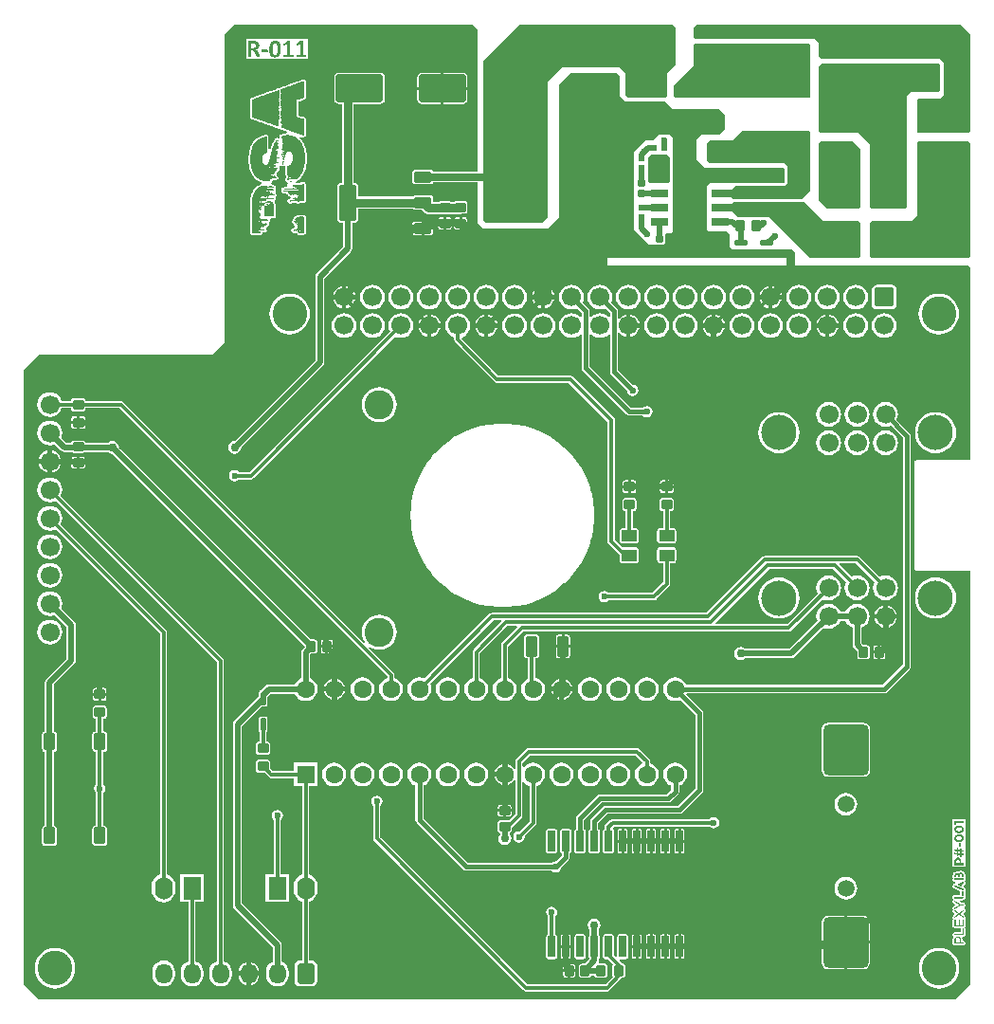
<source format=gtl>
G04*
G04 #@! TF.GenerationSoftware,Altium Limited,Altium Designer,24.0.1 (36)*
G04*
G04 Layer_Physical_Order=1*
G04 Layer_Color=255*
%FSLAX25Y25*%
%MOIN*%
G70*
G04*
G04 #@! TF.SameCoordinates,8BFE6F63-70C4-421D-ACC2-915F9C03592B*
G04*
G04*
G04 #@! TF.FilePolarity,Positive*
G04*
G01*
G75*
G04:AMPARAMS|DCode=17|XSize=135.83mil|YSize=100.79mil|CornerRadius=10.08mil|HoleSize=0mil|Usage=FLASHONLY|Rotation=270.000|XOffset=0mil|YOffset=0mil|HoleType=Round|Shape=RoundedRectangle|*
%AMROUNDEDRECTD17*
21,1,0.13583,0.08063,0,0,270.0*
21,1,0.11567,0.10079,0,0,270.0*
1,1,0.02016,-0.04031,-0.05784*
1,1,0.02016,-0.04031,0.05784*
1,1,0.02016,0.04031,0.05784*
1,1,0.02016,0.04031,-0.05784*
%
%ADD17ROUNDEDRECTD17*%
G04:AMPARAMS|DCode=18|XSize=60.04mil|YSize=27.56mil|CornerRadius=2.76mil|HoleSize=0mil|Usage=FLASHONLY|Rotation=180.000|XOffset=0mil|YOffset=0mil|HoleType=Round|Shape=RoundedRectangle|*
%AMROUNDEDRECTD18*
21,1,0.06004,0.02205,0,0,180.0*
21,1,0.05453,0.02756,0,0,180.0*
1,1,0.00551,-0.02726,0.01102*
1,1,0.00551,0.02726,0.01102*
1,1,0.00551,0.02726,-0.01102*
1,1,0.00551,-0.02726,-0.01102*
%
%ADD18ROUNDEDRECTD18*%
G04:AMPARAMS|DCode=19|XSize=165.35mil|YSize=98.43mil|CornerRadius=9.84mil|HoleSize=0mil|Usage=FLASHONLY|Rotation=0.000|XOffset=0mil|YOffset=0mil|HoleType=Round|Shape=RoundedRectangle|*
%AMROUNDEDRECTD19*
21,1,0.16535,0.07874,0,0,0.0*
21,1,0.14567,0.09843,0,0,0.0*
1,1,0.01968,0.07284,-0.03937*
1,1,0.01968,-0.07284,-0.03937*
1,1,0.01968,-0.07284,0.03937*
1,1,0.01968,0.07284,0.03937*
%
%ADD19ROUNDEDRECTD19*%
G04:AMPARAMS|DCode=20|XSize=37.4mil|YSize=35.43mil|CornerRadius=3.54mil|HoleSize=0mil|Usage=FLASHONLY|Rotation=0.000|XOffset=0mil|YOffset=0mil|HoleType=Round|Shape=RoundedRectangle|*
%AMROUNDEDRECTD20*
21,1,0.03740,0.02835,0,0,0.0*
21,1,0.03032,0.03543,0,0,0.0*
1,1,0.00709,0.01516,-0.01417*
1,1,0.00709,-0.01516,-0.01417*
1,1,0.00709,-0.01516,0.01417*
1,1,0.00709,0.01516,0.01417*
%
%ADD20ROUNDEDRECTD20*%
G04:AMPARAMS|DCode=21|XSize=37.01mil|YSize=31.5mil|CornerRadius=3.15mil|HoleSize=0mil|Usage=FLASHONLY|Rotation=0.000|XOffset=0mil|YOffset=0mil|HoleType=Round|Shape=RoundedRectangle|*
%AMROUNDEDRECTD21*
21,1,0.03701,0.02520,0,0,0.0*
21,1,0.03071,0.03150,0,0,0.0*
1,1,0.00630,0.01535,-0.01260*
1,1,0.00630,-0.01535,-0.01260*
1,1,0.00630,-0.01535,0.01260*
1,1,0.00630,0.01535,0.01260*
%
%ADD21ROUNDEDRECTD21*%
G04:AMPARAMS|DCode=22|XSize=59.06mil|YSize=39.37mil|CornerRadius=4.92mil|HoleSize=0mil|Usage=FLASHONLY|Rotation=270.000|XOffset=0mil|YOffset=0mil|HoleType=Round|Shape=RoundedRectangle|*
%AMROUNDEDRECTD22*
21,1,0.05906,0.02953,0,0,270.0*
21,1,0.04921,0.03937,0,0,270.0*
1,1,0.00984,-0.01476,-0.02461*
1,1,0.00984,-0.01476,0.02461*
1,1,0.00984,0.01476,0.02461*
1,1,0.00984,0.01476,-0.02461*
%
%ADD22ROUNDEDRECTD22*%
G04:AMPARAMS|DCode=23|XSize=37.4mil|YSize=35.43mil|CornerRadius=3.54mil|HoleSize=0mil|Usage=FLASHONLY|Rotation=270.000|XOffset=0mil|YOffset=0mil|HoleType=Round|Shape=RoundedRectangle|*
%AMROUNDEDRECTD23*
21,1,0.03740,0.02835,0,0,270.0*
21,1,0.03032,0.03543,0,0,270.0*
1,1,0.00709,-0.01417,-0.01516*
1,1,0.00709,-0.01417,0.01516*
1,1,0.00709,0.01417,0.01516*
1,1,0.00709,0.01417,-0.01516*
%
%ADD23ROUNDEDRECTD23*%
G04:AMPARAMS|DCode=24|XSize=43.31mil|YSize=55.12mil|CornerRadius=5.41mil|HoleSize=0mil|Usage=FLASHONLY|Rotation=270.000|XOffset=0mil|YOffset=0mil|HoleType=Round|Shape=RoundedRectangle|*
%AMROUNDEDRECTD24*
21,1,0.04331,0.04429,0,0,270.0*
21,1,0.03248,0.05512,0,0,270.0*
1,1,0.01083,-0.02215,-0.01624*
1,1,0.01083,-0.02215,0.01624*
1,1,0.01083,0.02215,0.01624*
1,1,0.01083,0.02215,-0.01624*
%
%ADD24ROUNDEDRECTD24*%
G04:AMPARAMS|DCode=25|XSize=177.17mil|YSize=157.48mil|CornerRadius=15.75mil|HoleSize=0mil|Usage=FLASHONLY|Rotation=90.000|XOffset=0mil|YOffset=0mil|HoleType=Round|Shape=RoundedRectangle|*
%AMROUNDEDRECTD25*
21,1,0.17717,0.12598,0,0,90.0*
21,1,0.14567,0.15748,0,0,90.0*
1,1,0.03150,0.06299,0.07284*
1,1,0.03150,0.06299,-0.07284*
1,1,0.03150,-0.06299,-0.07284*
1,1,0.03150,-0.06299,0.07284*
%
%ADD25ROUNDEDRECTD25*%
G04:AMPARAMS|DCode=26|XSize=44.29mil|YSize=19.68mil|CornerRadius=1.97mil|HoleSize=0mil|Usage=FLASHONLY|Rotation=90.000|XOffset=0mil|YOffset=0mil|HoleType=Round|Shape=RoundedRectangle|*
%AMROUNDEDRECTD26*
21,1,0.04429,0.01575,0,0,90.0*
21,1,0.04035,0.01968,0,0,90.0*
1,1,0.00394,0.00787,0.02018*
1,1,0.00394,0.00787,-0.02018*
1,1,0.00394,-0.00787,-0.02018*
1,1,0.00394,-0.00787,0.02018*
%
%ADD26ROUNDEDRECTD26*%
G04:AMPARAMS|DCode=27|XSize=37.01mil|YSize=31.5mil|CornerRadius=3.15mil|HoleSize=0mil|Usage=FLASHONLY|Rotation=270.000|XOffset=0mil|YOffset=0mil|HoleType=Round|Shape=RoundedRectangle|*
%AMROUNDEDRECTD27*
21,1,0.03701,0.02520,0,0,270.0*
21,1,0.03071,0.03150,0,0,270.0*
1,1,0.00630,-0.01260,-0.01535*
1,1,0.00630,-0.01260,0.01535*
1,1,0.00630,0.01260,0.01535*
1,1,0.00630,0.01260,-0.01535*
%
%ADD27ROUNDEDRECTD27*%
G04:AMPARAMS|DCode=28|XSize=75.79mil|YSize=25.59mil|CornerRadius=2.56mil|HoleSize=0mil|Usage=FLASHONLY|Rotation=90.000|XOffset=0mil|YOffset=0mil|HoleType=Round|Shape=RoundedRectangle|*
%AMROUNDEDRECTD28*
21,1,0.07579,0.02047,0,0,90.0*
21,1,0.07067,0.02559,0,0,90.0*
1,1,0.00512,0.01024,0.03533*
1,1,0.00512,0.01024,-0.03533*
1,1,0.00512,-0.01024,-0.03533*
1,1,0.00512,-0.01024,0.03533*
%
%ADD28ROUNDEDRECTD28*%
G04:AMPARAMS|DCode=29|XSize=71.65mil|YSize=40.16mil|CornerRadius=4.02mil|HoleSize=0mil|Usage=FLASHONLY|Rotation=90.000|XOffset=0mil|YOffset=0mil|HoleType=Round|Shape=RoundedRectangle|*
%AMROUNDEDRECTD29*
21,1,0.07165,0.03213,0,0,90.0*
21,1,0.06362,0.04016,0,0,90.0*
1,1,0.00803,0.01606,0.03181*
1,1,0.00803,0.01606,-0.03181*
1,1,0.00803,-0.01606,-0.03181*
1,1,0.00803,-0.01606,0.03181*
%
%ADD29ROUNDEDRECTD29*%
G04:AMPARAMS|DCode=30|XSize=62.99mil|YSize=37.4mil|CornerRadius=3.74mil|HoleSize=0mil|Usage=FLASHONLY|Rotation=180.000|XOffset=0mil|YOffset=0mil|HoleType=Round|Shape=RoundedRectangle|*
%AMROUNDEDRECTD30*
21,1,0.06299,0.02992,0,0,180.0*
21,1,0.05551,0.03740,0,0,180.0*
1,1,0.00748,-0.02776,0.01496*
1,1,0.00748,0.02776,0.01496*
1,1,0.00748,0.02776,-0.01496*
1,1,0.00748,-0.02776,-0.01496*
%
%ADD30ROUNDEDRECTD30*%
G04:AMPARAMS|DCode=31|XSize=127.95mil|YSize=62.99mil|CornerRadius=6.3mil|HoleSize=0mil|Usage=FLASHONLY|Rotation=270.000|XOffset=0mil|YOffset=0mil|HoleType=Round|Shape=RoundedRectangle|*
%AMROUNDEDRECTD31*
21,1,0.12795,0.05039,0,0,270.0*
21,1,0.11535,0.06299,0,0,270.0*
1,1,0.01260,-0.02520,-0.05768*
1,1,0.01260,-0.02520,0.05768*
1,1,0.01260,0.02520,0.05768*
1,1,0.01260,0.02520,-0.05768*
%
%ADD31ROUNDEDRECTD31*%
G04:AMPARAMS|DCode=32|XSize=56.3mil|YSize=37.01mil|CornerRadius=3.7mil|HoleSize=0mil|Usage=FLASHONLY|Rotation=0.000|XOffset=0mil|YOffset=0mil|HoleType=Round|Shape=RoundedRectangle|*
%AMROUNDEDRECTD32*
21,1,0.05630,0.02961,0,0,0.0*
21,1,0.04890,0.03701,0,0,0.0*
1,1,0.00740,0.02445,-0.01480*
1,1,0.00740,-0.02445,-0.01480*
1,1,0.00740,-0.02445,0.01480*
1,1,0.00740,0.02445,0.01480*
%
%ADD32ROUNDEDRECTD32*%
G04:AMPARAMS|DCode=33|XSize=54.72mil|YSize=37.8mil|CornerRadius=3.78mil|HoleSize=0mil|Usage=FLASHONLY|Rotation=0.000|XOffset=0mil|YOffset=0mil|HoleType=Round|Shape=RoundedRectangle|*
%AMROUNDEDRECTD33*
21,1,0.05472,0.03024,0,0,0.0*
21,1,0.04717,0.03780,0,0,0.0*
1,1,0.00756,0.02358,-0.01512*
1,1,0.00756,-0.02358,-0.01512*
1,1,0.00756,-0.02358,0.01512*
1,1,0.00756,0.02358,0.01512*
%
%ADD33ROUNDEDRECTD33*%
G04:AMPARAMS|DCode=34|XSize=71.65mil|YSize=40.16mil|CornerRadius=4.02mil|HoleSize=0mil|Usage=FLASHONLY|Rotation=0.000|XOffset=0mil|YOffset=0mil|HoleType=Round|Shape=RoundedRectangle|*
%AMROUNDEDRECTD34*
21,1,0.07165,0.03213,0,0,0.0*
21,1,0.06362,0.04016,0,0,0.0*
1,1,0.00803,0.03181,-0.01606*
1,1,0.00803,-0.03181,-0.01606*
1,1,0.00803,-0.03181,0.01606*
1,1,0.00803,0.03181,0.01606*
%
%ADD34ROUNDEDRECTD34*%
G04:AMPARAMS|DCode=35|XSize=47.64mil|YSize=44.49mil|CornerRadius=4.45mil|HoleSize=0mil|Usage=FLASHONLY|Rotation=180.000|XOffset=0mil|YOffset=0mil|HoleType=Round|Shape=RoundedRectangle|*
%AMROUNDEDRECTD35*
21,1,0.04764,0.03559,0,0,180.0*
21,1,0.03874,0.04449,0,0,180.0*
1,1,0.00890,-0.01937,0.01780*
1,1,0.00890,0.01937,0.01780*
1,1,0.00890,0.01937,-0.01780*
1,1,0.00890,-0.01937,-0.01780*
%
%ADD35ROUNDEDRECTD35*%
G04:AMPARAMS|DCode=36|XSize=21.65mil|YSize=21.65mil|CornerRadius=2.17mil|HoleSize=0mil|Usage=FLASHONLY|Rotation=90.000|XOffset=0mil|YOffset=0mil|HoleType=Round|Shape=RoundedRectangle|*
%AMROUNDEDRECTD36*
21,1,0.02165,0.01732,0,0,90.0*
21,1,0.01732,0.02165,0,0,90.0*
1,1,0.00433,0.00866,0.00866*
1,1,0.00433,0.00866,-0.00866*
1,1,0.00433,-0.00866,-0.00866*
1,1,0.00433,-0.00866,0.00866*
%
%ADD36ROUNDEDRECTD36*%
G04:AMPARAMS|DCode=37|XSize=120.08mil|YSize=100.39mil|CornerRadius=10.04mil|HoleSize=0mil|Usage=FLASHONLY|Rotation=180.000|XOffset=0mil|YOffset=0mil|HoleType=Round|Shape=RoundedRectangle|*
%AMROUNDEDRECTD37*
21,1,0.12008,0.08032,0,0,180.0*
21,1,0.10000,0.10039,0,0,180.0*
1,1,0.02008,-0.05000,0.04016*
1,1,0.02008,0.05000,0.04016*
1,1,0.02008,0.05000,-0.04016*
1,1,0.02008,-0.05000,-0.04016*
%
%ADD37ROUNDEDRECTD37*%
G04:AMPARAMS|DCode=38|XSize=86.61mil|YSize=82.68mil|CornerRadius=8.27mil|HoleSize=0mil|Usage=FLASHONLY|Rotation=0.000|XOffset=0mil|YOffset=0mil|HoleType=Round|Shape=RoundedRectangle|*
%AMROUNDEDRECTD38*
21,1,0.08661,0.06614,0,0,0.0*
21,1,0.07008,0.08268,0,0,0.0*
1,1,0.01654,0.03504,-0.03307*
1,1,0.01654,-0.03504,-0.03307*
1,1,0.01654,-0.03504,0.03307*
1,1,0.01654,0.03504,0.03307*
%
%ADD38ROUNDEDRECTD38*%
G04:AMPARAMS|DCode=39|XSize=24.41mil|YSize=23.62mil|CornerRadius=2.36mil|HoleSize=0mil|Usage=FLASHONLY|Rotation=180.000|XOffset=0mil|YOffset=0mil|HoleType=Round|Shape=RoundedRectangle|*
%AMROUNDEDRECTD39*
21,1,0.02441,0.01890,0,0,180.0*
21,1,0.01968,0.02362,0,0,180.0*
1,1,0.00472,-0.00984,0.00945*
1,1,0.00472,0.00984,0.00945*
1,1,0.00472,0.00984,-0.00945*
1,1,0.00472,-0.00984,-0.00945*
%
%ADD39ROUNDEDRECTD39*%
G04:AMPARAMS|DCode=40|XSize=24.41mil|YSize=23.62mil|CornerRadius=2.36mil|HoleSize=0mil|Usage=FLASHONLY|Rotation=90.000|XOffset=0mil|YOffset=0mil|HoleType=Round|Shape=RoundedRectangle|*
%AMROUNDEDRECTD40*
21,1,0.02441,0.01890,0,0,90.0*
21,1,0.01968,0.02362,0,0,90.0*
1,1,0.00472,0.00945,0.00984*
1,1,0.00472,0.00945,-0.00984*
1,1,0.00472,-0.00945,-0.00984*
1,1,0.00472,-0.00945,0.00984*
%
%ADD40ROUNDEDRECTD40*%
G04:AMPARAMS|DCode=41|XSize=44.29mil|YSize=19.68mil|CornerRadius=1.97mil|HoleSize=0mil|Usage=FLASHONLY|Rotation=0.000|XOffset=0mil|YOffset=0mil|HoleType=Round|Shape=RoundedRectangle|*
%AMROUNDEDRECTD41*
21,1,0.04429,0.01575,0,0,0.0*
21,1,0.04035,0.01968,0,0,0.0*
1,1,0.00394,0.02018,-0.00787*
1,1,0.00394,-0.02018,-0.00787*
1,1,0.00394,-0.02018,0.00787*
1,1,0.00394,0.02018,0.00787*
%
%ADD41ROUNDEDRECTD41*%
G04:AMPARAMS|DCode=42|XSize=86.61mil|YSize=82.68mil|CornerRadius=8.27mil|HoleSize=0mil|Usage=FLASHONLY|Rotation=270.000|XOffset=0mil|YOffset=0mil|HoleType=Round|Shape=RoundedRectangle|*
%AMROUNDEDRECTD42*
21,1,0.08661,0.06614,0,0,270.0*
21,1,0.07008,0.08268,0,0,270.0*
1,1,0.01654,-0.03307,-0.03504*
1,1,0.01654,-0.03307,0.03504*
1,1,0.01654,0.03307,0.03504*
1,1,0.01654,0.03307,-0.03504*
%
%ADD42ROUNDEDRECTD42*%
%ADD79C,0.06693*%
%ADD85C,0.05906*%
%ADD86C,0.02953*%
%ADD87C,0.01378*%
%ADD88C,0.01968*%
%ADD89C,0.01575*%
%ADD90C,0.02559*%
%ADD91C,0.01181*%
%ADD92C,0.12402*%
%ADD93O,0.06299X0.07874*%
%ADD94R,0.06299X0.07874*%
%ADD95O,0.05906X0.07087*%
G04:AMPARAMS|DCode=96|XSize=59.06mil|YSize=70.87mil|CornerRadius=7.38mil|HoleSize=0mil|Usage=FLASHONLY|Rotation=180.000|XOffset=0mil|YOffset=0mil|HoleType=Round|Shape=RoundedRectangle|*
%AMROUNDEDRECTD96*
21,1,0.05906,0.05610,0,0,180.0*
21,1,0.04429,0.07087,0,0,180.0*
1,1,0.01476,-0.02215,0.02805*
1,1,0.01476,0.02215,0.02805*
1,1,0.01476,0.02215,-0.02805*
1,1,0.01476,-0.02215,-0.02805*
%
%ADD96ROUNDEDRECTD96*%
G04:AMPARAMS|DCode=97|XSize=66.93mil|YSize=66.93mil|CornerRadius=8.37mil|HoleSize=0mil|Usage=FLASHONLY|Rotation=180.000|XOffset=0mil|YOffset=0mil|HoleType=Round|Shape=RoundedRectangle|*
%AMROUNDEDRECTD97*
21,1,0.06693,0.05020,0,0,180.0*
21,1,0.05020,0.06693,0,0,180.0*
1,1,0.01673,-0.02510,0.02510*
1,1,0.01673,0.02510,0.02510*
1,1,0.01673,0.02510,-0.02510*
1,1,0.01673,-0.02510,-0.02510*
%
%ADD97ROUNDEDRECTD97*%
%ADD98C,0.10236*%
%ADD99C,0.12205*%
%ADD100C,0.05906*%
%ADD101C,0.06299*%
%ADD102R,0.06299X0.06299*%
%ADD103O,0.07874X0.06299*%
%ADD104R,0.07874X0.06299*%
%ADD105O,0.07087X0.05906*%
G04:AMPARAMS|DCode=106|XSize=59.06mil|YSize=70.87mil|CornerRadius=5.91mil|HoleSize=0mil|Usage=FLASHONLY|Rotation=90.000|XOffset=0mil|YOffset=0mil|HoleType=Round|Shape=RoundedRectangle|*
%AMROUNDEDRECTD106*
21,1,0.05906,0.05906,0,0,90.0*
21,1,0.04724,0.07087,0,0,90.0*
1,1,0.01181,0.02953,0.02362*
1,1,0.01181,0.02953,-0.02362*
1,1,0.01181,-0.02953,-0.02362*
1,1,0.01181,-0.02953,0.02362*
%
%ADD106ROUNDEDRECTD106*%
%ADD107C,0.02362*%
%ADD108C,0.02953*%
%ADD109C,0.03150*%
%ADD110C,0.05000*%
G36*
X230000Y342500D02*
Y329500D01*
X227000Y326500D01*
Y318500D01*
X226500Y318000D01*
X213500D01*
X212500Y319000D01*
Y326500D01*
X210500Y328500D01*
X190000Y328500D01*
X185000Y323500D01*
X185000Y276000D01*
X183000Y274000D01*
X163500D01*
X162500Y275000D01*
Y331000D01*
X175185Y343685D01*
X228815D01*
X230000Y342500D01*
D02*
G37*
G36*
X277606Y336390D02*
X277606Y318390D01*
X277106Y317890D01*
X230106D01*
X229606Y318390D01*
Y322390D01*
X236500Y329283D01*
Y336500D01*
X237000Y337000D01*
X276996D01*
X277606Y336390D01*
D02*
G37*
G36*
X333843Y340204D02*
Y306343D01*
X333000Y305500D01*
X315500D01*
X315000Y306000D01*
Y317000D01*
X315500Y317500D01*
X323000D01*
X324500Y319000D01*
X324500Y330000D01*
X323000Y331500D01*
X281500D01*
X280500Y332500D01*
Y337000D01*
X279000Y338500D01*
X237000Y338500D01*
X236500Y339000D01*
Y342500D01*
X237685Y343685D01*
X330362D01*
X333843Y340204D01*
D02*
G37*
G36*
X277106Y306390D02*
X277606Y305890D01*
X277606Y285106D01*
X274890Y282390D01*
X250606Y282390D01*
X249606Y283390D01*
X249606Y285390D01*
X251106Y286890D01*
X268606D01*
X269606Y287890D01*
X269606Y293890D01*
X268606Y294890D01*
X242106D01*
X241106Y295890D01*
Y301890D01*
X242106Y302890D01*
X250106D01*
X253606Y306390D01*
X277106Y306390D01*
D02*
G37*
G36*
X323000Y329500D02*
Y320500D01*
X322500Y320000D01*
X313000D01*
X311500Y318500D01*
Y279500D01*
X311000Y279000D01*
X299000D01*
X298500Y279500D01*
Y301500D01*
X294500Y305500D01*
X281000Y305500D01*
X280500Y306000D01*
X280500Y329000D01*
X281500Y330000D01*
X322500D01*
X323000Y329500D01*
D02*
G37*
G36*
X295000Y300000D02*
X295000Y279500D01*
X294500Y279000D01*
X283500Y279000D01*
X280500Y282000D01*
Y302000D01*
X281000Y302500D01*
X292500D01*
X295000Y300000D01*
D02*
G37*
G36*
X282000Y274500D02*
X294500Y274500D01*
X295000Y274000D01*
Y262000D01*
X294500Y261500D01*
X277500D01*
X263110Y275890D01*
X252106D01*
X249606Y278390D01*
Y280390D01*
X250606Y281390D01*
X275110D01*
X282000Y274500D01*
D02*
G37*
G36*
X333843Y301657D02*
X333843Y262343D01*
X333000Y261500D01*
X299000Y261500D01*
X298500Y262000D01*
Y274000D01*
X299000Y274500D01*
X313000D01*
X315000Y276500D01*
X315000Y302000D01*
X315500Y302500D01*
X333000D01*
X333843Y301657D01*
D02*
G37*
G36*
X160500Y342000D02*
Y291922D01*
X144850D01*
X144660Y292207D01*
X144341Y292420D01*
X143965Y292495D01*
X138413D01*
X138037Y292420D01*
X137718Y292207D01*
X137505Y291888D01*
X137430Y291512D01*
Y288520D01*
X137505Y288143D01*
X137718Y287824D01*
X138037Y287611D01*
X138413Y287536D01*
X143965D01*
X144341Y287611D01*
X144660Y287824D01*
X144850Y288109D01*
X160500D01*
Y274000D01*
X162500Y272000D01*
X185000D01*
X189000Y276000D01*
X189000Y322500D01*
X193000Y326500D01*
X209500D01*
X210500Y325500D01*
X210498Y318498D01*
X212496Y316500D01*
X226496D01*
X229106Y313890D01*
X245606D01*
X247606Y311890D01*
Y306890D01*
X245717Y305000D01*
X239216D01*
X237606Y303390D01*
Y296390D01*
X240606Y293390D01*
X268106D01*
X268606Y292890D01*
Y288390D01*
X268106Y287890D01*
X242106D01*
X241000Y286784D01*
X241000Y271496D01*
X241496Y271000D01*
X247992Y271000D01*
X248998Y270002D01*
Y265502D01*
X250000Y264500D01*
X271000D01*
X272000Y263500D01*
Y261500D01*
X206000D01*
Y259000D01*
X333000D01*
X333843Y258157D01*
Y190567D01*
X314961D01*
X314653Y190505D01*
X314393Y190331D01*
X314219Y190071D01*
X314158Y189764D01*
Y152362D01*
X314219Y152055D01*
X314393Y151795D01*
X314653Y151621D01*
X314961Y151559D01*
X333843D01*
X333843Y6238D01*
X328408Y803D01*
X6238D01*
X803Y6238D01*
Y222108D01*
X6244Y227550D01*
X66935D01*
X66935Y227550D01*
X67242Y227611D01*
X67503Y227785D01*
X67503Y227785D01*
X71404Y231686D01*
X71578Y231946D01*
X71639Y232253D01*
Y340189D01*
X75136Y343685D01*
X158815D01*
X160500Y342000D01*
D02*
G37*
%LPC*%
G36*
X100857Y338543D02*
X79143D01*
Y331457D01*
X100857D01*
Y338543D01*
D02*
G37*
G36*
X99296Y324367D02*
X99180D01*
X98898Y324251D01*
X98868D01*
X98680Y324173D01*
X98596D01*
X98405Y324094D01*
X98401Y324095D01*
X98362D01*
X98080Y323978D01*
X98012D01*
X97824Y323900D01*
X97778D01*
X97326Y323713D01*
X97323Y323706D01*
X97272D01*
X97084Y323628D01*
X97039D01*
X96587Y323441D01*
X96584Y323433D01*
X96455D01*
X96003Y323246D01*
X95793Y323161D01*
X95715D01*
X95263Y322974D01*
X95260Y322966D01*
X95248D01*
X94967Y322849D01*
X94937D01*
X94749Y322772D01*
X94665D01*
X94213Y322584D01*
X94209Y322577D01*
X94120D01*
X93932Y322499D01*
X93847D01*
X93395Y322312D01*
X93185Y322227D01*
X93108D01*
X92656Y322039D01*
X92652Y322032D01*
X92524D01*
X92072Y321845D01*
X91862Y321760D01*
X91823D01*
X91371Y321572D01*
X91368Y321565D01*
X91317D01*
X90865Y321378D01*
X90694Y321292D01*
X90578D01*
X90296Y321176D01*
X90188D01*
X90000Y321098D01*
X89994D01*
X89542Y320911D01*
X89540Y320906D01*
X89533Y320903D01*
X89449D01*
X88997Y320716D01*
X88994Y320709D01*
X88982D01*
X88794Y320631D01*
X88709D01*
X88427Y320514D01*
X88398D01*
X87996Y320347D01*
X87970Y320358D01*
X87892D01*
X87440Y320171D01*
X87437Y320164D01*
X87386D01*
X86934Y319976D01*
X86909Y319969D01*
X86841D01*
X86670Y319898D01*
X86646Y319891D01*
X86568D01*
X86286Y319774D01*
X86257D01*
X85805Y319587D01*
X85802Y319580D01*
X85790D01*
X85602Y319502D01*
X85517D01*
X85065Y319315D01*
X85062Y319307D01*
X85050D01*
X84862Y319229D01*
X84778D01*
X84496Y319113D01*
X84466D01*
X84278Y319035D01*
X84194D01*
X83742Y318848D01*
X83739Y318840D01*
X83727D01*
X83539Y318762D01*
X83493D01*
X83211Y318646D01*
X83182D01*
X82994Y318568D01*
X82987D01*
X82799Y318490D01*
X82793D01*
X82773Y318482D01*
X82754Y318490D01*
X82637D01*
X82355Y318373D01*
X82326D01*
X81874Y318186D01*
X81871Y318179D01*
X81858D01*
X81483Y318023D01*
X81430D01*
X81148Y317906D01*
X81041D01*
X80589Y317719D01*
X80578Y317691D01*
X80550Y317680D01*
X80363Y317228D01*
Y311039D01*
X80550Y310587D01*
X80578Y310576D01*
X80589Y310548D01*
X81041Y310361D01*
X81126D01*
X81314Y310283D01*
X81442D01*
X81445Y310276D01*
X81897Y310088D01*
X81943D01*
X82131Y310011D01*
X82160D01*
X82442Y309894D01*
X82449D01*
X82637Y309816D01*
X82666D01*
X82948Y309699D01*
X82994D01*
X83182Y309621D01*
X83188D01*
X83376Y309543D01*
X83466D01*
X83469Y309536D01*
X83921Y309349D01*
X83951D01*
X84233Y309232D01*
X84285D01*
X84661Y309076D01*
X84690D01*
X84972Y308960D01*
X85057D01*
X85245Y308882D01*
X85335D01*
X85338Y308874D01*
X85790Y308687D01*
X85874D01*
X86062Y308609D01*
X86074D01*
X86077Y308602D01*
X86529Y308415D01*
X86598D01*
X86880Y308298D01*
X86919D01*
X86922Y308299D01*
X87113Y308220D01*
X87198D01*
X87386Y308142D01*
X87398D01*
X87401Y308135D01*
X87853Y307947D01*
X87882D01*
X88164Y307831D01*
X88210D01*
X88398Y307753D01*
X88404D01*
X88592Y307675D01*
X88622D01*
X88904Y307558D01*
X88949D01*
X89137Y307480D01*
X89206D01*
X89488Y307364D01*
X89526D01*
X89736Y307278D01*
X90188Y307091D01*
X90273D01*
X90461Y307013D01*
X90539D01*
X90865Y306928D01*
X91136Y306816D01*
X91137Y306811D01*
X91589Y306624D01*
X91596D01*
X91784Y306546D01*
X91814D01*
X92096Y306429D01*
X92141D01*
X92329Y306352D01*
X92336D01*
X92524Y306274D01*
X92553D01*
X92835Y306157D01*
X92881D01*
X93069Y306079D01*
X93137D01*
X93419Y305962D01*
X93429Y305911D01*
X93108Y305411D01*
X92826Y305295D01*
X92407D01*
X92219Y305217D01*
X92134D01*
X91947Y305139D01*
X91901D01*
X91619Y305022D01*
X91589D01*
X91402Y304944D01*
X91395D01*
X90943Y304757D01*
X90756Y304305D01*
Y303855D01*
X90657Y303782D01*
X90319Y303587D01*
X89955Y303738D01*
X89838D01*
X89386Y303550D01*
X89375Y303523D01*
X89347Y303511D01*
X89336Y303484D01*
X89308Y303472D01*
X89297Y303445D01*
X89269Y303434D01*
X89258Y303406D01*
X89230Y303395D01*
X89219Y303367D01*
X89191Y303356D01*
X89180Y303328D01*
X89152Y303317D01*
X89091Y303168D01*
X89074Y303161D01*
X89044Y303087D01*
X89036Y303083D01*
X89032Y303075D01*
X88958Y303044D01*
X88865Y302821D01*
X88841Y302811D01*
X88830Y302783D01*
X88802Y302772D01*
X88791Y302744D01*
X88763Y302733D01*
X88701Y302584D01*
X88685Y302577D01*
X88542Y302232D01*
X88530Y302227D01*
X88518Y302199D01*
X88491Y302188D01*
X88429Y302039D01*
X88413Y302032D01*
X88320Y301809D01*
X88296Y301799D01*
X88234Y301650D01*
X88218Y301643D01*
X88075Y301298D01*
X88063Y301293D01*
X88051Y301265D01*
X88024Y301254D01*
X87836Y300802D01*
Y300673D01*
X87829Y300670D01*
X87642Y300218D01*
Y300056D01*
X87564Y299868D01*
X87474Y299787D01*
X87007Y299996D01*
X86974Y300056D01*
Y304188D01*
X86787Y304640D01*
X86335Y304827D01*
X85790D01*
X85602Y304750D01*
X85439D01*
X85190Y304646D01*
X85128Y304672D01*
X85089D01*
X84807Y304555D01*
X84778D01*
X84590Y304477D01*
X84505D01*
X84053Y304290D01*
X84042Y304262D01*
X84014Y304251D01*
X84009Y304238D01*
X83664Y304095D01*
X83653Y304068D01*
X83625Y304056D01*
X83620Y304044D01*
X83275Y303901D01*
X83268Y303885D01*
X83119Y303823D01*
X83108Y303795D01*
X83080Y303784D01*
X83069Y303756D01*
X83041Y303745D01*
X83030Y303717D01*
X83002Y303706D01*
X82991Y303678D01*
X82963Y303667D01*
X82952Y303640D01*
X82924Y303628D01*
X82913Y303601D01*
X82886Y303589D01*
X82880Y303576D01*
X82535Y303434D01*
X82512Y303379D01*
X82457Y303356D01*
X82446Y303328D01*
X82419Y303317D01*
X82396Y303262D01*
X82341Y303239D01*
X82318Y303184D01*
X82263Y303161D01*
X82251Y303134D01*
X82224Y303122D01*
X82213Y303095D01*
X82185Y303083D01*
X82174Y303056D01*
X82146Y303044D01*
X82123Y302989D01*
X82068Y302966D01*
X82045Y302911D01*
X81990Y302889D01*
X81979Y302861D01*
X81951Y302850D01*
X81929Y302795D01*
X81874Y302772D01*
X81851Y302717D01*
X81796Y302694D01*
X81784Y302666D01*
X81757Y302655D01*
X81745Y302628D01*
X81718Y302616D01*
X81707Y302589D01*
X81679Y302577D01*
X81656Y302522D01*
X81601Y302499D01*
X81508Y302276D01*
X81484Y302266D01*
X81473Y302238D01*
X81445Y302227D01*
X81434Y302199D01*
X81406Y302188D01*
X81395Y302161D01*
X81367Y302149D01*
X81356Y302122D01*
X81329Y302110D01*
X81267Y301961D01*
X81251Y301955D01*
X81239Y301927D01*
X81212Y301916D01*
X81200Y301888D01*
X81173Y301877D01*
X81161Y301849D01*
X81134Y301838D01*
X81061Y301661D01*
X81017Y301643D01*
X80874Y301298D01*
X80862Y301293D01*
X80831Y301218D01*
X80823Y301215D01*
X80635Y300763D01*
Y300724D01*
X80637Y300721D01*
X80558Y300529D01*
Y300517D01*
X80550Y300514D01*
X80363Y300062D01*
Y299900D01*
X80285Y299712D01*
Y299644D01*
X80168Y299362D01*
Y299323D01*
X80207Y299229D01*
Y299215D01*
X80090Y298934D01*
Y298771D01*
X80013Y298583D01*
Y298009D01*
X79896Y297727D01*
Y297097D01*
X79818Y296909D01*
Y295430D01*
X79896Y295242D01*
Y294691D01*
X80013Y294409D01*
Y293951D01*
X80090Y293763D01*
Y293562D01*
X80202Y293293D01*
X80168Y293212D01*
Y293134D01*
X80285Y292852D01*
Y292822D01*
X80363Y292634D01*
Y292550D01*
X80480Y292268D01*
Y292238D01*
X80667Y291787D01*
X80683Y291780D01*
X80745Y291631D01*
X80752Y291628D01*
Y291616D01*
X80939Y291164D01*
X80967Y291152D01*
X80978Y291125D01*
X80991Y291120D01*
X81134Y290774D01*
X81161Y290763D01*
X81173Y290736D01*
X81200Y290724D01*
X81212Y290697D01*
X81239Y290685D01*
X81251Y290658D01*
X81267Y290651D01*
X81329Y290502D01*
X81356Y290491D01*
X81367Y290463D01*
X81392Y290453D01*
X81484Y290230D01*
X81512Y290218D01*
X81523Y290191D01*
X81578Y290168D01*
X81601Y290113D01*
X81656Y290090D01*
X81679Y290035D01*
X81707Y290023D01*
X81718Y289996D01*
X81745Y289985D01*
X81757Y289957D01*
X81784Y289946D01*
X81796Y289918D01*
X81812Y289912D01*
X81874Y289762D01*
X81901Y289751D01*
X81912Y289723D01*
X82023Y289678D01*
X82068Y289568D01*
X82096Y289556D01*
X82107Y289529D01*
X82135Y289517D01*
X82146Y289490D01*
X82174Y289479D01*
X82185Y289451D01*
X82334Y289389D01*
X82341Y289373D01*
X82396Y289350D01*
X82419Y289295D01*
X82446Y289284D01*
X82457Y289256D01*
X82512Y289234D01*
X82535Y289179D01*
X82590Y289156D01*
X82613Y289101D01*
X82837Y289008D01*
X82847Y288984D01*
X82874Y288973D01*
X82886Y288945D01*
X82913Y288934D01*
X82924Y288906D01*
X83074Y288844D01*
X83080Y288828D01*
X83108Y288817D01*
X83119Y288789D01*
X83268Y288728D01*
X83275Y288712D01*
X83349Y288681D01*
X83353Y288673D01*
X83380Y288661D01*
X83392Y288634D01*
X83541Y288572D01*
X83547Y288556D01*
X83575Y288544D01*
X83586Y288517D01*
X84038Y288330D01*
X84050D01*
X84053Y288322D01*
X84403Y288177D01*
X84540Y287829D01*
X84551Y287729D01*
X84540Y287614D01*
X84389Y287467D01*
X83937Y287280D01*
X83930Y287264D01*
X83781Y287202D01*
X83778Y287195D01*
X83766D01*
X83314Y287007D01*
X83302Y286980D01*
X83275Y286969D01*
X83263Y286941D01*
X83236Y286930D01*
X83226Y286906D01*
X83002Y286813D01*
X82980Y286758D01*
X82924Y286735D01*
X82913Y286707D01*
X82886Y286696D01*
X82863Y286641D01*
X82808Y286618D01*
X82801Y286602D01*
X82652Y286541D01*
X82641Y286513D01*
X82613Y286502D01*
X82602Y286474D01*
X82574Y286463D01*
X82563Y286435D01*
X82535Y286424D01*
X82524Y286396D01*
X82496Y286385D01*
X82485Y286357D01*
X82457Y286346D01*
X82446Y286318D01*
X82419Y286307D01*
X82407Y286279D01*
X82380Y286268D01*
X82368Y286241D01*
X82341Y286229D01*
X82329Y286202D01*
X82302Y286190D01*
X82290Y286163D01*
X82263Y286151D01*
X82251Y286124D01*
X82224Y286112D01*
X82213Y286085D01*
X82185Y286073D01*
X82174Y286046D01*
X82146Y286034D01*
X82135Y286007D01*
X82107Y285996D01*
X82096Y285968D01*
X82068Y285957D01*
X82057Y285929D01*
X82029Y285918D01*
X82018Y285890D01*
X81990Y285879D01*
X81979Y285851D01*
X81951Y285840D01*
X81940Y285812D01*
X81912Y285801D01*
X81901Y285773D01*
X81874Y285762D01*
X81812Y285613D01*
X81796Y285606D01*
X81784Y285579D01*
X81757Y285567D01*
X81745Y285540D01*
X81718Y285528D01*
X81707Y285501D01*
X81679Y285490D01*
X81656Y285435D01*
X81601Y285412D01*
X81508Y285188D01*
X81484Y285178D01*
X81423Y285029D01*
X81406Y285022D01*
X81345Y284873D01*
X81329Y284867D01*
X81236Y284643D01*
X81212Y284633D01*
X81150Y284484D01*
X81134Y284477D01*
X80947Y284026D01*
Y283996D01*
X80830Y283714D01*
Y283629D01*
X80752Y283442D01*
Y283218D01*
X80635Y282936D01*
Y282890D01*
X80558Y282702D01*
Y282150D01*
X80480Y281962D01*
Y281466D01*
X80363Y281184D01*
Y270324D01*
X80550Y269872D01*
X80578Y269861D01*
X80589Y269833D01*
X81041Y269646D01*
X84077D01*
X84529Y269833D01*
X84540Y269861D01*
X84568Y269872D01*
X84755Y270324D01*
Y270363D01*
X84848Y270502D01*
X85478D01*
X85666Y270580D01*
X85673D01*
X86125Y270767D01*
X86312Y271219D01*
Y271336D01*
X86167Y271687D01*
X86157Y271865D01*
X86294Y272193D01*
X86372Y272272D01*
X86592Y272363D01*
X86603Y272391D01*
X86631Y272402D01*
X86654Y272457D01*
X86709Y272480D01*
X86813Y272731D01*
X86865Y272752D01*
X86876Y272780D01*
X86904Y272792D01*
X86915Y272819D01*
X86942Y272830D01*
X86954Y272858D01*
X86981Y272869D01*
X86993Y272897D01*
X87020Y272908D01*
X87032Y272936D01*
X87059Y272947D01*
X87246Y273399D01*
Y273477D01*
X87059Y273929D01*
X87215Y274037D01*
X87221Y274051D01*
X87254Y274076D01*
X87441Y274528D01*
Y274878D01*
X87413Y274946D01*
X87747Y275446D01*
X88943D01*
X89395Y275633D01*
X89582Y276085D01*
Y279549D01*
X89504Y279737D01*
Y280172D01*
X89426Y280360D01*
Y280445D01*
X89239Y280896D01*
X89211Y280908D01*
X89200Y280935D01*
X89187Y280941D01*
X89044Y281286D01*
X89039Y281532D01*
X89060Y281688D01*
X89060Y281688D01*
X89122Y281822D01*
X89132Y281846D01*
X89134Y281850D01*
X89161Y281861D01*
X89173Y281888D01*
X89200Y281900D01*
X89387Y282352D01*
Y282430D01*
X89352Y282515D01*
X89459Y283038D01*
X89512Y283145D01*
X89699Y283597D01*
Y283714D01*
X89512Y284166D01*
X89355Y284559D01*
X89387Y284795D01*
X89504Y285076D01*
Y285427D01*
X89395Y285831D01*
X89582Y286283D01*
Y286361D01*
X89395Y286813D01*
X89367Y286824D01*
X89356Y286852D01*
X89328Y286863D01*
X89317Y286891D01*
X89262Y286914D01*
X89239Y286969D01*
X89211Y286980D01*
X89200Y287007D01*
X88748Y287195D01*
X88736D01*
X88733Y287202D01*
X88281Y287389D01*
X88274D01*
X88086Y287467D01*
X87940D01*
X87901Y287484D01*
Y288025D01*
X88149Y288128D01*
X88161Y288155D01*
X88188Y288167D01*
X88297Y288430D01*
X88670Y288762D01*
X88826Y288797D01*
X89108Y288913D01*
X89394D01*
X89488Y288875D01*
X89526D01*
X89978Y289062D01*
X89982Y289070D01*
X90056Y289101D01*
X90063Y289117D01*
X90212Y289179D01*
X90223Y289206D01*
X90251Y289217D01*
X90438Y289669D01*
Y289786D01*
X90251Y290238D01*
X90223Y290250D01*
X90212Y290277D01*
X90063Y290339D01*
X90056Y290355D01*
X89893Y290526D01*
Y290604D01*
X89706Y291056D01*
X89923Y291453D01*
X90212Y291592D01*
X90223Y291619D01*
X90251Y291631D01*
X90438Y292083D01*
Y292312D01*
X90484Y292331D01*
X90495Y292356D01*
X90718Y292448D01*
X90905Y292900D01*
Y293173D01*
X90718Y293625D01*
X90714Y293635D01*
X91014Y294212D01*
X91101Y294230D01*
X91193Y294177D01*
X91215Y294122D01*
X91290Y294091D01*
X91293Y294083D01*
X91321Y294072D01*
X91332Y294044D01*
X91360Y294033D01*
X91371Y294005D01*
X91379Y294002D01*
X91410Y293927D01*
X91862Y293740D01*
X92018D01*
X92470Y293927D01*
X92974Y293896D01*
Y290682D01*
X93091Y290400D01*
Y290114D01*
X93052Y290020D01*
Y289981D01*
X93094Y289880D01*
X92974Y289592D01*
Y288813D01*
X93162Y288361D01*
X93189Y288350D01*
X93200Y288322D01*
X93561Y288173D01*
X93695Y287838D01*
X93724Y287635D01*
X93578Y287486D01*
X93551Y287475D01*
X93364Y287023D01*
Y286828D01*
X92997Y286455D01*
X92446D01*
X92196Y286352D01*
X92134Y286377D01*
X92096D01*
X91644Y286190D01*
X91640Y286182D01*
X91566Y286151D01*
X91378Y285699D01*
Y285621D01*
X91467Y285407D01*
X91378Y285193D01*
Y284999D01*
X91566Y284547D01*
X91593Y284535D01*
X91605Y284508D01*
X91632Y284496D01*
X91644Y284469D01*
X91671Y284457D01*
X91682Y284430D01*
X92134Y284243D01*
X92320D01*
X92602Y284126D01*
X92948D01*
X92967Y284080D01*
X92994Y284068D01*
X93006Y284041D01*
X93155Y283979D01*
X93162Y283963D01*
X93236Y283932D01*
X93239Y283924D01*
X93691Y283737D01*
X93823Y283418D01*
X93851Y283406D01*
X93862Y283379D01*
X94011Y283317D01*
X94018Y283301D01*
X94241Y283208D01*
X94252Y283184D01*
X94499Y283082D01*
X94643Y282946D01*
X94597Y282535D01*
X94579Y282460D01*
X94293Y282329D01*
X94275D01*
X93823Y282142D01*
X93636Y281690D01*
Y281417D01*
X93823Y280966D01*
X93878Y280943D01*
X93901Y280888D01*
X93929Y280876D01*
X93940Y280849D01*
X94392Y280662D01*
X94509D01*
X94528Y280670D01*
X94548Y280662D01*
X94742D01*
X94762Y280670D01*
X94781Y280662D01*
X94898D01*
X95350Y280849D01*
X95353Y280856D01*
X96584D01*
X96587Y280849D01*
X97039Y280662D01*
X97428D01*
X97448Y280670D01*
X97467Y280662D01*
X97584D01*
X97866Y280778D01*
X98479D01*
X98667Y280856D01*
X99024D01*
X99476Y281043D01*
X99478Y281048D01*
X99748Y281160D01*
X99760Y281188D01*
X99787Y281199D01*
X99975Y281651D01*
Y281729D01*
X99959Y281768D01*
X99975Y281807D01*
Y287451D01*
X99959Y287490D01*
X99975Y287529D01*
Y287607D01*
X99787Y288058D01*
X99779Y288062D01*
X99748Y288136D01*
X99296Y288324D01*
X98791D01*
X98339Y288136D01*
X98327Y288109D01*
X98300Y288097D01*
X98288Y288070D01*
X98261Y288058D01*
X98249Y288031D01*
X98222Y288020D01*
X98135Y287811D01*
X97964Y287740D01*
X96550D01*
X96512Y287837D01*
X96494Y288330D01*
X96946Y288517D01*
X96957Y288544D01*
X96985Y288556D01*
X96996Y288583D01*
X97024Y288595D01*
X97035Y288622D01*
X97063Y288634D01*
X97074Y288661D01*
X97102Y288673D01*
X97113Y288700D01*
X97141Y288712D01*
X97147Y288728D01*
X97296Y288789D01*
X97306Y288813D01*
X97530Y288906D01*
X97553Y288961D01*
X97608Y288984D01*
X97638Y289058D01*
X97647Y289062D01*
X97650Y289070D01*
X97724Y289101D01*
X97747Y289156D01*
X97802Y289179D01*
X97833Y289253D01*
X97841Y289256D01*
X97853Y289284D01*
X97880Y289295D01*
X97892Y289323D01*
X97919Y289334D01*
X97922Y289342D01*
X97997Y289373D01*
X98020Y289428D01*
X98075Y289451D01*
X98106Y289526D01*
X98114Y289529D01*
X98117Y289537D01*
X98191Y289568D01*
X98214Y289623D01*
X98269Y289646D01*
X98300Y289720D01*
X98308Y289723D01*
X98320Y289751D01*
X98347Y289762D01*
X98359Y289790D01*
X98386Y289801D01*
X98390Y289809D01*
X98464Y289840D01*
X98557Y290064D01*
X98581Y290074D01*
X98592Y290101D01*
X98620Y290113D01*
X98631Y290140D01*
X98659Y290152D01*
X98720Y290301D01*
X98737Y290307D01*
X98759Y290362D01*
X98814Y290385D01*
X98826Y290413D01*
X98853Y290424D01*
X98946Y290648D01*
X98970Y290658D01*
X98981Y290685D01*
X99009Y290697D01*
X99071Y290846D01*
X99087Y290852D01*
X99098Y290880D01*
X99126Y290891D01*
X99187Y291040D01*
X99204Y291047D01*
X99296Y291270D01*
X99320Y291281D01*
X99382Y291429D01*
X99398Y291436D01*
X99585Y291888D01*
Y291895D01*
X99588Y291901D01*
X99593Y291903D01*
X99780Y292355D01*
Y292440D01*
X99858Y292628D01*
Y292657D01*
X99975Y292939D01*
Y293024D01*
X100052Y293212D01*
Y293452D01*
X100130Y293640D01*
Y293669D01*
X100247Y293951D01*
Y294503D01*
X100325Y294691D01*
Y294993D01*
X100442Y295275D01*
Y295391D01*
X100426Y295430D01*
X100442Y295469D01*
Y297727D01*
X100426Y297766D01*
X100442Y297805D01*
Y297883D01*
X100325Y298164D01*
Y298505D01*
X100247Y298693D01*
Y299128D01*
X100130Y299410D01*
Y299517D01*
X100052Y299705D01*
Y299868D01*
X99975Y300056D01*
Y300140D01*
X99858Y300422D01*
Y300529D01*
X99780Y300717D01*
Y300724D01*
X99593Y301176D01*
X99588Y301178D01*
X99585Y301184D01*
Y301191D01*
X99398Y301643D01*
X99382Y301650D01*
X99320Y301799D01*
X99296Y301809D01*
X99204Y302032D01*
X99187Y302039D01*
X99126Y302188D01*
X99098Y302199D01*
X99087Y302227D01*
X99074Y302232D01*
X98931Y302577D01*
X98904Y302589D01*
X98892Y302616D01*
X98865Y302628D01*
X98853Y302655D01*
X98826Y302666D01*
X98814Y302694D01*
X98798Y302701D01*
X98737Y302850D01*
X98709Y302861D01*
X98698Y302889D01*
X98670Y302900D01*
X98659Y302928D01*
X98631Y302939D01*
X98620Y302966D01*
X98592Y302978D01*
X98581Y303005D01*
X98557Y303015D01*
X98464Y303239D01*
X98390Y303270D01*
X98386Y303278D01*
X98378Y303281D01*
X98347Y303356D01*
X98292Y303379D01*
X98269Y303434D01*
X98132Y303491D01*
X98075Y303628D01*
X98072Y303630D01*
X97992Y303724D01*
X97973Y303791D01*
X98281Y304138D01*
X98380Y304186D01*
X98791Y304016D01*
X98953D01*
X99141Y303938D01*
X99296D01*
X99748Y304125D01*
X99760Y304153D01*
X99787Y304164D01*
X99975Y304616D01*
Y304733D01*
X99967Y304753D01*
X99975Y304772D01*
Y310260D01*
X99967Y310280D01*
X99975Y310299D01*
Y310416D01*
X99787Y310868D01*
X99760Y310879D01*
X99748Y310907D01*
X99296Y311094D01*
X99212D01*
X99024Y311172D01*
X98917D01*
X98635Y311289D01*
X98550D01*
X98362Y311367D01*
X98255D01*
X97973Y311484D01*
X97889D01*
X97701Y311561D01*
X97538D01*
X97522Y311568D01*
Y316585D01*
X97608Y316620D01*
X97610Y316625D01*
X97616Y316628D01*
X97817D01*
X98005Y316705D01*
X98051D01*
X98333Y316822D01*
X98479D01*
X98667Y316900D01*
X98713D01*
X98995Y317017D01*
X99024D01*
X99212Y317095D01*
X99296D01*
X99748Y317282D01*
X99760Y317309D01*
X99787Y317321D01*
X99975Y317773D01*
Y317890D01*
X99967Y317909D01*
X99975Y317929D01*
Y323534D01*
X99967Y323553D01*
X99975Y323572D01*
Y323650D01*
X99787Y324102D01*
X99779Y324106D01*
X99748Y324180D01*
X99296Y324367D01*
D02*
G37*
G36*
X155350Y326608D02*
X148567D01*
Y321657D01*
X156864D01*
Y325095D01*
X156748Y325674D01*
X156421Y326165D01*
X155930Y326493D01*
X155350Y326608D01*
D02*
G37*
G36*
X147567D02*
X140784D01*
X140204Y326493D01*
X139713Y326165D01*
X139385Y325674D01*
X139270Y325095D01*
Y321657D01*
X147567D01*
Y326608D01*
D02*
G37*
G36*
X156864Y320657D02*
X148567D01*
Y315707D01*
X155350D01*
X155930Y315822D01*
X156421Y316150D01*
X156748Y316641D01*
X156864Y317220D01*
Y320657D01*
D02*
G37*
G36*
X147567D02*
X139270D01*
Y317220D01*
X139385Y316641D01*
X139713Y316150D01*
X140204Y315822D01*
X140784Y315707D01*
X147567D01*
Y320657D01*
D02*
G37*
G36*
X228106Y304890D02*
X224106D01*
X222216Y302999D01*
X219500D01*
Y303000D01*
X215500Y299000D01*
Y271496D01*
X220783Y266213D01*
X225929D01*
X226606Y266890D01*
Y269890D01*
X227106Y270390D01*
X228606D01*
X229106Y270890D01*
X229106Y303890D01*
X228106Y304890D01*
D02*
G37*
G36*
X126216Y326700D02*
X111650D01*
X111035Y326578D01*
X110514Y326230D01*
X110166Y325709D01*
X110044Y325095D01*
Y317220D01*
X110166Y316606D01*
X110514Y316085D01*
X111035Y315737D01*
X111650Y315615D01*
X112704D01*
Y288012D01*
X112291D01*
X111815Y287917D01*
X111411Y287648D01*
X111142Y287244D01*
X111047Y286768D01*
Y275232D01*
X111142Y274756D01*
X111411Y274352D01*
X111815Y274083D01*
X112291Y273988D01*
X113205D01*
Y265476D01*
X103865Y256135D01*
X103517Y255614D01*
X103394Y255000D01*
X103394Y255000D01*
Y225665D01*
X75031Y197302D01*
X75000Y197308D01*
X74117Y197132D01*
X73368Y196632D01*
X72868Y195883D01*
X72692Y195000D01*
X72868Y194117D01*
X73368Y193368D01*
X74117Y192868D01*
X75000Y192692D01*
X75883Y192868D01*
X76632Y193368D01*
X77132Y194117D01*
X77308Y195000D01*
X77302Y195031D01*
X106135Y223865D01*
X106135Y223865D01*
X106483Y224385D01*
X106606Y225000D01*
X106606Y225000D01*
Y254335D01*
X115946Y263676D01*
X115946Y263676D01*
X116295Y264197D01*
X116417Y264811D01*
X116417Y264811D01*
Y273988D01*
X117331D01*
X117807Y274083D01*
X118211Y274352D01*
X118480Y274756D01*
X118575Y275232D01*
Y278893D01*
X137662D01*
X137718Y278808D01*
X138037Y278595D01*
X138413Y278520D01*
X140688D01*
X141600Y277608D01*
X142284Y277151D01*
X143091Y276991D01*
X154500D01*
X155109Y277112D01*
X156035D01*
X156389Y277183D01*
X156688Y277383D01*
X156888Y277682D01*
X156959Y278035D01*
Y280555D01*
X156888Y280908D01*
X156688Y281208D01*
X156389Y281408D01*
X156035Y281478D01*
X152965D01*
X152611Y281408D01*
X152312Y281208D01*
X152310Y281206D01*
X151190D01*
X151188Y281208D01*
X150889Y281408D01*
X150535Y281478D01*
X147465D01*
X147111Y281408D01*
X146812Y281208D01*
X146810Y281206D01*
X144948D01*
Y282496D01*
X144873Y282872D01*
X144660Y283191D01*
X144341Y283405D01*
X143965Y283479D01*
X138413D01*
X138037Y283405D01*
X137718Y283191D01*
X137662Y283107D01*
X118575D01*
Y286768D01*
X118480Y287244D01*
X118211Y287648D01*
X117807Y287917D01*
X117331Y288012D01*
X116918D01*
Y315615D01*
X126216D01*
X126831Y315737D01*
X127352Y316085D01*
X127700Y316606D01*
X127822Y317220D01*
Y325095D01*
X127700Y325709D01*
X127352Y326230D01*
X126831Y326578D01*
X126216Y326700D01*
D02*
G37*
G36*
X156035Y275796D02*
X155000D01*
Y274205D01*
X156866D01*
Y274965D01*
X156803Y275283D01*
X156623Y275552D01*
X156353Y275732D01*
X156035Y275796D01*
D02*
G37*
G36*
X154000D02*
X152965D01*
X152647Y275732D01*
X152377Y275552D01*
X152197Y275283D01*
X152134Y274965D01*
Y274205D01*
X154000D01*
Y275796D01*
D02*
G37*
G36*
X150535D02*
X149500D01*
Y274205D01*
X151366D01*
Y274965D01*
X151303Y275283D01*
X151123Y275552D01*
X150853Y275732D01*
X150535Y275796D01*
D02*
G37*
G36*
X148500D02*
X147465D01*
X147147Y275732D01*
X146877Y275552D01*
X146697Y275283D01*
X146634Y274965D01*
Y274205D01*
X148500D01*
Y275796D01*
D02*
G37*
G36*
X143965Y274372D02*
X141689D01*
Y272484D01*
X144856D01*
Y273480D01*
X144788Y273821D01*
X144595Y274110D01*
X144306Y274304D01*
X143965Y274372D01*
D02*
G37*
G36*
X140689D02*
X138413D01*
X138072Y274304D01*
X137783Y274110D01*
X137590Y273821D01*
X137522Y273480D01*
Y272484D01*
X140689D01*
Y274372D01*
D02*
G37*
G36*
X156866Y273205D02*
X155000D01*
Y271614D01*
X156035D01*
X156353Y271677D01*
X156623Y271857D01*
X156803Y272127D01*
X156866Y272445D01*
Y273205D01*
D02*
G37*
G36*
X154000D02*
X152134D01*
Y272445D01*
X152197Y272127D01*
X152377Y271857D01*
X152647Y271677D01*
X152965Y271614D01*
X154000D01*
Y273205D01*
D02*
G37*
G36*
X151366D02*
X149500D01*
Y271614D01*
X150535D01*
X150853Y271677D01*
X151123Y271857D01*
X151303Y272127D01*
X151366Y272445D01*
Y273205D01*
D02*
G37*
G36*
X148500D02*
X146634D01*
Y272445D01*
X146697Y272127D01*
X146877Y271857D01*
X147147Y271677D01*
X147465Y271614D01*
X148500D01*
Y273205D01*
D02*
G37*
G36*
X99296Y276724D02*
X97740D01*
X97288Y276537D01*
X97252Y276452D01*
X96805D01*
X96353Y276264D01*
X96331Y276209D01*
X96276Y276187D01*
X96264Y276159D01*
X96237Y276148D01*
X96230Y276132D01*
X96081Y276070D01*
X96070Y276042D01*
X96042Y276031D01*
X95935Y275772D01*
X95809Y275719D01*
X95797Y275692D01*
X95770Y275681D01*
X95747Y275625D01*
X95692Y275603D01*
X95504Y275151D01*
Y274899D01*
X95419Y274863D01*
X95232Y274411D01*
Y274217D01*
X95419Y273765D01*
X95764Y273622D01*
X95770Y273609D01*
X95797Y273598D01*
X95809Y273570D01*
X95896Y273534D01*
X95972Y273351D01*
Y273204D01*
X96159Y272753D01*
X96121Y272512D01*
X95949Y272248D01*
X95793D01*
X95341Y272061D01*
X95330Y272033D01*
X95302Y272022D01*
X95291Y271994D01*
X95263Y271983D01*
X95252Y271955D01*
X95225Y271944D01*
X95163Y271795D01*
X95147Y271788D01*
X94959Y271336D01*
Y271219D01*
X95147Y270767D01*
X95163Y270761D01*
X95225Y270612D01*
X95252Y270600D01*
X95263Y270573D01*
X95291Y270561D01*
X95302Y270534D01*
X95330Y270522D01*
X95341Y270495D01*
X95369Y270483D01*
X95380Y270456D01*
X95408Y270445D01*
X95419Y270417D01*
X95871Y270230D01*
X96027D01*
X96374Y270374D01*
X96533Y270308D01*
X96689D01*
X96771Y270342D01*
X96820Y270222D01*
X96876Y270200D01*
X96898Y270145D01*
X96926Y270133D01*
X96937Y270106D01*
X96965Y270094D01*
X96976Y270067D01*
X97004Y270055D01*
X97015Y270028D01*
X97031Y270021D01*
X97093Y269872D01*
X97120Y269861D01*
X97132Y269833D01*
X97584Y269646D01*
X99296D01*
X99748Y269833D01*
X99779Y269908D01*
X99787Y269911D01*
X99975Y270363D01*
Y270441D01*
X99959Y270480D01*
X99975Y270519D01*
Y275890D01*
X99967Y275910D01*
X99975Y275929D01*
Y276046D01*
X99787Y276498D01*
X99760Y276509D01*
X99748Y276537D01*
X99296Y276724D01*
D02*
G37*
G36*
X144856Y271484D02*
X141689D01*
Y269597D01*
X143965D01*
X144306Y269665D01*
X144595Y269858D01*
X144788Y270147D01*
X144856Y270488D01*
Y271484D01*
D02*
G37*
G36*
X140689D02*
X137522D01*
Y270488D01*
X137590Y270147D01*
X137783Y269858D01*
X138072Y269665D01*
X138413Y269597D01*
X140689D01*
Y271484D01*
D02*
G37*
G36*
X184254Y251660D02*
Y248537D01*
X187376D01*
X187340Y248815D01*
X186943Y249773D01*
X186312Y250595D01*
X185489Y251226D01*
X184532Y251623D01*
X184254Y251660D01*
D02*
G37*
G36*
X114254D02*
Y248537D01*
X117376D01*
X117340Y248815D01*
X116943Y249773D01*
X116312Y250595D01*
X115489Y251226D01*
X114532Y251623D01*
X114254Y251660D01*
D02*
G37*
G36*
X264254D02*
Y248537D01*
X267376D01*
X267340Y248815D01*
X266943Y249773D01*
X266312Y250595D01*
X265489Y251226D01*
X264532Y251623D01*
X264254Y251660D01*
D02*
G37*
G36*
X182754Y251660D02*
X182476Y251623D01*
X181518Y251226D01*
X180696Y250595D01*
X180065Y249773D01*
X179668Y248815D01*
X179632Y248537D01*
X182754D01*
Y251660D01*
D02*
G37*
G36*
X112754D02*
X112476Y251623D01*
X111519Y251226D01*
X110696Y250595D01*
X110065Y249773D01*
X109668Y248815D01*
X109632Y248537D01*
X112754D01*
Y251660D01*
D02*
G37*
G36*
X262754D02*
X262476Y251623D01*
X261519Y251226D01*
X260696Y250595D01*
X260065Y249773D01*
X259668Y248815D01*
X259632Y248537D01*
X262754D01*
Y251660D01*
D02*
G37*
G36*
X267376Y247038D02*
X264254D01*
Y243915D01*
X264532Y243952D01*
X265489Y244349D01*
X266312Y244980D01*
X266943Y245802D01*
X267340Y246760D01*
X267376Y247038D01*
D02*
G37*
G36*
X187376D02*
X184254D01*
Y243915D01*
X184532Y243952D01*
X185489Y244349D01*
X186312Y244980D01*
X186943Y245802D01*
X187340Y246760D01*
X187376Y247038D01*
D02*
G37*
G36*
X117376D02*
X114254D01*
Y243915D01*
X114532Y243952D01*
X115489Y244349D01*
X116312Y244980D01*
X116943Y245802D01*
X117340Y246760D01*
X117376Y247038D01*
D02*
G37*
G36*
X262754D02*
X259632D01*
X259668Y246760D01*
X260065Y245802D01*
X260696Y244980D01*
X261519Y244349D01*
X262476Y243952D01*
X262754Y243915D01*
Y247038D01*
D02*
G37*
G36*
X182754D02*
X179632D01*
X179668Y246760D01*
X180065Y245802D01*
X180696Y244980D01*
X181518Y244349D01*
X182476Y243952D01*
X182754Y243915D01*
Y247038D01*
D02*
G37*
G36*
X112754D02*
X109632D01*
X109668Y246760D01*
X110065Y245802D01*
X110696Y244980D01*
X111519Y244349D01*
X112476Y243952D01*
X112754Y243915D01*
Y247038D01*
D02*
G37*
G36*
X306014Y252170D02*
X300994D01*
X300277Y252027D01*
X299670Y251621D01*
X299264Y251014D01*
X299121Y250297D01*
Y245278D01*
X299264Y244561D01*
X299670Y243953D01*
X300277Y243548D01*
X300994Y243405D01*
X306014D01*
X306730Y243548D01*
X307338Y243953D01*
X307744Y244561D01*
X307886Y245278D01*
Y250297D01*
X307744Y251014D01*
X307338Y251621D01*
X306730Y252027D01*
X306014Y252170D01*
D02*
G37*
G36*
X293504Y252171D02*
X292369Y252022D01*
X291312Y251584D01*
X290404Y250887D01*
X289707Y249979D01*
X289269Y248922D01*
X289120Y247787D01*
X289269Y246653D01*
X289707Y245596D01*
X290404Y244688D01*
X291312Y243991D01*
X292369Y243553D01*
X293504Y243404D01*
X294639Y243553D01*
X295696Y243991D01*
X296604Y244688D01*
X297301Y245596D01*
X297739Y246653D01*
X297888Y247787D01*
X297739Y248922D01*
X297301Y249979D01*
X296604Y250887D01*
X295696Y251584D01*
X294639Y252022D01*
X293504Y252171D01*
D02*
G37*
G36*
X283504D02*
X282369Y252022D01*
X281312Y251584D01*
X280404Y250887D01*
X279707Y249979D01*
X279269Y248922D01*
X279120Y247787D01*
X279269Y246653D01*
X279707Y245596D01*
X280404Y244688D01*
X281312Y243991D01*
X282369Y243553D01*
X283504Y243404D01*
X284639Y243553D01*
X285696Y243991D01*
X286604Y244688D01*
X287301Y245596D01*
X287738Y246653D01*
X287888Y247787D01*
X287738Y248922D01*
X287301Y249979D01*
X286604Y250887D01*
X285696Y251584D01*
X284639Y252022D01*
X283504Y252171D01*
D02*
G37*
G36*
X273504D02*
X272369Y252022D01*
X271312Y251584D01*
X270404Y250887D01*
X269707Y249979D01*
X269269Y248922D01*
X269120Y247787D01*
X269269Y246653D01*
X269707Y245596D01*
X270404Y244688D01*
X271312Y243991D01*
X272369Y243553D01*
X273504Y243404D01*
X274639Y243553D01*
X275696Y243991D01*
X276604Y244688D01*
X277301Y245596D01*
X277738Y246653D01*
X277888Y247787D01*
X277738Y248922D01*
X277301Y249979D01*
X276604Y250887D01*
X275696Y251584D01*
X274639Y252022D01*
X273504Y252171D01*
D02*
G37*
G36*
X253504D02*
X252369Y252022D01*
X251312Y251584D01*
X250404Y250887D01*
X249707Y249979D01*
X249269Y248922D01*
X249120Y247787D01*
X249269Y246653D01*
X249707Y245596D01*
X250404Y244688D01*
X251312Y243991D01*
X252369Y243553D01*
X253504Y243404D01*
X254639Y243553D01*
X255696Y243991D01*
X256604Y244688D01*
X257301Y245596D01*
X257738Y246653D01*
X257888Y247787D01*
X257738Y248922D01*
X257301Y249979D01*
X256604Y250887D01*
X255696Y251584D01*
X254639Y252022D01*
X253504Y252171D01*
D02*
G37*
G36*
X243504D02*
X242369Y252022D01*
X241312Y251584D01*
X240404Y250887D01*
X239707Y249979D01*
X239269Y248922D01*
X239120Y247787D01*
X239269Y246653D01*
X239707Y245596D01*
X240404Y244688D01*
X241312Y243991D01*
X242369Y243553D01*
X243504Y243404D01*
X244639Y243553D01*
X245696Y243991D01*
X246604Y244688D01*
X247301Y245596D01*
X247739Y246653D01*
X247888Y247787D01*
X247739Y248922D01*
X247301Y249979D01*
X246604Y250887D01*
X245696Y251584D01*
X244639Y252022D01*
X243504Y252171D01*
D02*
G37*
G36*
X233504D02*
X232369Y252022D01*
X231312Y251584D01*
X230404Y250887D01*
X229707Y249979D01*
X229269Y248922D01*
X229120Y247787D01*
X229269Y246653D01*
X229707Y245596D01*
X230404Y244688D01*
X231312Y243991D01*
X232369Y243553D01*
X233504Y243404D01*
X234639Y243553D01*
X235696Y243991D01*
X236604Y244688D01*
X237301Y245596D01*
X237738Y246653D01*
X237888Y247787D01*
X237738Y248922D01*
X237301Y249979D01*
X236604Y250887D01*
X235696Y251584D01*
X234639Y252022D01*
X233504Y252171D01*
D02*
G37*
G36*
X223504D02*
X222369Y252022D01*
X221312Y251584D01*
X220404Y250887D01*
X219707Y249979D01*
X219269Y248922D01*
X219120Y247787D01*
X219269Y246653D01*
X219707Y245596D01*
X220404Y244688D01*
X221312Y243991D01*
X222369Y243553D01*
X223504Y243404D01*
X224639Y243553D01*
X225696Y243991D01*
X226604Y244688D01*
X227301Y245596D01*
X227738Y246653D01*
X227888Y247787D01*
X227738Y248922D01*
X227301Y249979D01*
X226604Y250887D01*
X225696Y251584D01*
X224639Y252022D01*
X223504Y252171D01*
D02*
G37*
G36*
X213504D02*
X212369Y252022D01*
X211312Y251584D01*
X210404Y250887D01*
X209707Y249979D01*
X209269Y248922D01*
X209120Y247787D01*
X209269Y246653D01*
X209707Y245596D01*
X210404Y244688D01*
X211312Y243991D01*
X212369Y243553D01*
X213504Y243404D01*
X214639Y243553D01*
X215696Y243991D01*
X216604Y244688D01*
X217301Y245596D01*
X217739Y246653D01*
X217888Y247787D01*
X217739Y248922D01*
X217301Y249979D01*
X216604Y250887D01*
X215696Y251584D01*
X214639Y252022D01*
X213504Y252171D01*
D02*
G37*
G36*
X173504D02*
X172369Y252022D01*
X171312Y251584D01*
X170404Y250887D01*
X169707Y249979D01*
X169269Y248922D01*
X169120Y247787D01*
X169269Y246653D01*
X169707Y245596D01*
X170404Y244688D01*
X171312Y243991D01*
X172369Y243553D01*
X173504Y243404D01*
X174639Y243553D01*
X175696Y243991D01*
X176604Y244688D01*
X177301Y245596D01*
X177738Y246653D01*
X177888Y247787D01*
X177738Y248922D01*
X177301Y249979D01*
X176604Y250887D01*
X175696Y251584D01*
X174639Y252022D01*
X173504Y252171D01*
D02*
G37*
G36*
X163504D02*
X162369Y252022D01*
X161312Y251584D01*
X160404Y250887D01*
X159707Y249979D01*
X159269Y248922D01*
X159120Y247787D01*
X159269Y246653D01*
X159707Y245596D01*
X160404Y244688D01*
X161312Y243991D01*
X162369Y243553D01*
X163504Y243404D01*
X164639Y243553D01*
X165696Y243991D01*
X166604Y244688D01*
X167301Y245596D01*
X167738Y246653D01*
X167888Y247787D01*
X167738Y248922D01*
X167301Y249979D01*
X166604Y250887D01*
X165696Y251584D01*
X164639Y252022D01*
X163504Y252171D01*
D02*
G37*
G36*
X153504D02*
X152369Y252022D01*
X151312Y251584D01*
X150404Y250887D01*
X149707Y249979D01*
X149269Y248922D01*
X149120Y247787D01*
X149269Y246653D01*
X149707Y245596D01*
X150404Y244688D01*
X151312Y243991D01*
X152369Y243553D01*
X153504Y243404D01*
X154639Y243553D01*
X155696Y243991D01*
X156604Y244688D01*
X157301Y245596D01*
X157738Y246653D01*
X157888Y247787D01*
X157738Y248922D01*
X157301Y249979D01*
X156604Y250887D01*
X155696Y251584D01*
X154639Y252022D01*
X153504Y252171D01*
D02*
G37*
G36*
X143504D02*
X142369Y252022D01*
X141312Y251584D01*
X140404Y250887D01*
X139707Y249979D01*
X139269Y248922D01*
X139120Y247787D01*
X139269Y246653D01*
X139707Y245596D01*
X140404Y244688D01*
X141312Y243991D01*
X142369Y243553D01*
X143504Y243404D01*
X144639Y243553D01*
X145696Y243991D01*
X146604Y244688D01*
X147301Y245596D01*
X147739Y246653D01*
X147888Y247787D01*
X147739Y248922D01*
X147301Y249979D01*
X146604Y250887D01*
X145696Y251584D01*
X144639Y252022D01*
X143504Y252171D01*
D02*
G37*
G36*
X133504D02*
X132369Y252022D01*
X131312Y251584D01*
X130404Y250887D01*
X129707Y249979D01*
X129269Y248922D01*
X129120Y247787D01*
X129269Y246653D01*
X129707Y245596D01*
X130404Y244688D01*
X131312Y243991D01*
X132369Y243553D01*
X133504Y243404D01*
X134639Y243553D01*
X135696Y243991D01*
X136604Y244688D01*
X137301Y245596D01*
X137739Y246653D01*
X137888Y247787D01*
X137739Y248922D01*
X137301Y249979D01*
X136604Y250887D01*
X135696Y251584D01*
X134639Y252022D01*
X133504Y252171D01*
D02*
G37*
G36*
X123504D02*
X122369Y252022D01*
X121312Y251584D01*
X120404Y250887D01*
X119707Y249979D01*
X119269Y248922D01*
X119120Y247787D01*
X119269Y246653D01*
X119707Y245596D01*
X120404Y244688D01*
X121312Y243991D01*
X122369Y243553D01*
X123504Y243404D01*
X124639Y243553D01*
X125696Y243991D01*
X126604Y244688D01*
X127301Y245596D01*
X127738Y246653D01*
X127888Y247787D01*
X127738Y248922D01*
X127301Y249979D01*
X126604Y250887D01*
X125696Y251584D01*
X124639Y252022D01*
X123504Y252171D01*
D02*
G37*
G36*
X203504D02*
X202369Y252022D01*
X201312Y251584D01*
X200404Y250887D01*
X199707Y249979D01*
X199269Y248922D01*
X199120Y247787D01*
X199269Y246653D01*
X199707Y245596D01*
X200404Y244688D01*
X201312Y243991D01*
X202369Y243553D01*
X203504Y243404D01*
X204639Y243553D01*
X205426Y243879D01*
X207095Y242210D01*
Y241025D01*
X206783Y240919D01*
X206595Y240894D01*
X205696Y241584D01*
X204639Y242022D01*
X203504Y242171D01*
X202369Y242022D01*
X201312Y241584D01*
X200404Y240887D01*
X200378Y240854D01*
X199905Y241015D01*
Y242791D01*
X199798Y243329D01*
X199494Y243785D01*
X197413Y245866D01*
X197739Y246653D01*
X197888Y247787D01*
X197739Y248922D01*
X197301Y249979D01*
X196604Y250887D01*
X195696Y251584D01*
X194639Y252022D01*
X193504Y252171D01*
X192369Y252022D01*
X191312Y251584D01*
X190404Y250887D01*
X189707Y249979D01*
X189269Y248922D01*
X189120Y247787D01*
X189269Y246653D01*
X189707Y245596D01*
X190404Y244688D01*
X191312Y243991D01*
X192369Y243553D01*
X193504Y243404D01*
X194639Y243553D01*
X195426Y243879D01*
X197095Y242210D01*
Y241025D01*
X196783Y240919D01*
X196595Y240894D01*
X195696Y241584D01*
X194639Y242022D01*
X193504Y242171D01*
X192369Y242022D01*
X191312Y241584D01*
X190404Y240887D01*
X189707Y239980D01*
X189269Y238922D01*
X189120Y237788D01*
X189269Y236653D01*
X189707Y235595D01*
X190404Y234688D01*
X191312Y233991D01*
X192369Y233553D01*
X193504Y233403D01*
X194639Y233553D01*
X195696Y233991D01*
X196595Y234681D01*
X196783Y234656D01*
X197095Y234550D01*
Y222898D01*
X197202Y222360D01*
X197506Y221904D01*
X212904Y206507D01*
X213360Y206202D01*
X213898Y206095D01*
X218571D01*
X218581Y206081D01*
X219232Y205646D01*
X220000Y205493D01*
X220768Y205646D01*
X221419Y206081D01*
X221854Y206732D01*
X222007Y207500D01*
X221854Y208268D01*
X221419Y208919D01*
X220768Y209354D01*
X220000Y209507D01*
X219232Y209354D01*
X218581Y208919D01*
X218571Y208905D01*
X214480D01*
X199905Y223480D01*
Y234560D01*
X200378Y234721D01*
X200404Y234688D01*
X201312Y233991D01*
X202369Y233553D01*
X203504Y233403D01*
X204639Y233553D01*
X205696Y233991D01*
X206595Y234681D01*
X206783Y234656D01*
X207095Y234550D01*
Y221500D01*
X207202Y220962D01*
X207507Y220507D01*
X212996Y215017D01*
X212993Y215000D01*
X213146Y214232D01*
X213581Y213581D01*
X214232Y213146D01*
X215000Y212993D01*
X215768Y213146D01*
X216419Y213581D01*
X216854Y214232D01*
X217007Y215000D01*
X216854Y215768D01*
X216419Y216419D01*
X215768Y216854D01*
X215000Y217007D01*
X214983Y217004D01*
X209905Y222082D01*
Y235189D01*
X210405Y235359D01*
X210696Y234980D01*
X211519Y234349D01*
X212476Y233952D01*
X212754Y233915D01*
Y237788D01*
Y241660D01*
X212476Y241623D01*
X211519Y241226D01*
X210696Y240595D01*
X210405Y240216D01*
X209905Y240386D01*
Y242791D01*
X209798Y243329D01*
X209493Y243785D01*
X207413Y245866D01*
X207738Y246653D01*
X207888Y247787D01*
X207738Y248922D01*
X207301Y249979D01*
X206604Y250887D01*
X205696Y251584D01*
X204639Y252022D01*
X203504Y252171D01*
D02*
G37*
G36*
X284254Y241660D02*
Y238538D01*
X287376D01*
X287340Y238815D01*
X286943Y239773D01*
X286312Y240595D01*
X285489Y241226D01*
X284532Y241623D01*
X284254Y241660D01*
D02*
G37*
G36*
X244254D02*
Y238538D01*
X247376D01*
X247340Y238815D01*
X246943Y239773D01*
X246312Y240595D01*
X245489Y241226D01*
X244532Y241623D01*
X244254Y241660D01*
D02*
G37*
G36*
X144254D02*
Y238538D01*
X147376D01*
X147340Y238815D01*
X146943Y239773D01*
X146312Y240595D01*
X145489Y241226D01*
X144532Y241623D01*
X144254Y241660D01*
D02*
G37*
G36*
X214254D02*
Y238538D01*
X217376D01*
X217340Y238815D01*
X216943Y239773D01*
X216312Y240595D01*
X215489Y241226D01*
X214532Y241623D01*
X214254Y241660D01*
D02*
G37*
G36*
X164254D02*
Y238538D01*
X167376D01*
X167340Y238815D01*
X166943Y239773D01*
X166312Y240595D01*
X165489Y241226D01*
X164532Y241623D01*
X164254Y241660D01*
D02*
G37*
G36*
X282754Y241660D02*
X282476Y241623D01*
X281519Y241226D01*
X280696Y240595D01*
X280065Y239773D01*
X279668Y238815D01*
X279632Y238538D01*
X282754D01*
Y241660D01*
D02*
G37*
G36*
X142754D02*
X142476Y241623D01*
X141518Y241226D01*
X140696Y240595D01*
X140065Y239773D01*
X139668Y238815D01*
X139632Y238538D01*
X142754D01*
Y241660D01*
D02*
G37*
G36*
X242754D02*
X242476Y241623D01*
X241518Y241226D01*
X240696Y240595D01*
X240065Y239773D01*
X239668Y238815D01*
X239632Y238538D01*
X242754D01*
Y241660D01*
D02*
G37*
G36*
X162754D02*
X162476Y241623D01*
X161519Y241226D01*
X160696Y240595D01*
X160065Y239773D01*
X159668Y238815D01*
X159632Y238538D01*
X162754D01*
Y241660D01*
D02*
G37*
G36*
X322677Y248940D02*
X321285Y248803D01*
X319946Y248397D01*
X318712Y247737D01*
X317631Y246850D01*
X316743Y245768D01*
X316084Y244534D01*
X315678Y243196D01*
X315541Y241803D01*
X315678Y240411D01*
X316084Y239072D01*
X316743Y237838D01*
X317631Y236757D01*
X318712Y235869D01*
X319946Y235210D01*
X321285Y234804D01*
X322677Y234666D01*
X324069Y234804D01*
X325408Y235210D01*
X326642Y235869D01*
X327724Y236757D01*
X328611Y237838D01*
X329271Y239072D01*
X329677Y240411D01*
X329814Y241803D01*
X329677Y243196D01*
X329271Y244534D01*
X328611Y245768D01*
X327724Y246850D01*
X326642Y247737D01*
X325408Y248397D01*
X324069Y248803D01*
X322677Y248940D01*
D02*
G37*
G36*
X94331D02*
X92938Y248803D01*
X91600Y248397D01*
X90366Y247737D01*
X89284Y246850D01*
X88397Y245768D01*
X87737Y244534D01*
X87331Y243196D01*
X87194Y241803D01*
X87331Y240411D01*
X87737Y239072D01*
X88397Y237838D01*
X89284Y236757D01*
X90366Y235869D01*
X91600Y235210D01*
X92938Y234804D01*
X94331Y234666D01*
X95723Y234804D01*
X97062Y235210D01*
X98296Y235869D01*
X99377Y236757D01*
X100265Y237838D01*
X100924Y239072D01*
X101330Y240411D01*
X101468Y241803D01*
X101330Y243196D01*
X100924Y244534D01*
X100265Y245768D01*
X99377Y246850D01*
X98296Y247737D01*
X97062Y248397D01*
X95723Y248803D01*
X94331Y248940D01*
D02*
G37*
G36*
X287376Y237037D02*
X284254D01*
Y233915D01*
X284532Y233952D01*
X285489Y234349D01*
X286312Y234980D01*
X286943Y235802D01*
X287340Y236760D01*
X287376Y237037D01*
D02*
G37*
G36*
X247376D02*
X244254D01*
Y233915D01*
X244532Y233952D01*
X245489Y234349D01*
X246312Y234980D01*
X246943Y235802D01*
X247340Y236760D01*
X247376Y237037D01*
D02*
G37*
G36*
X217376D02*
X214254D01*
Y233915D01*
X214532Y233952D01*
X215489Y234349D01*
X216312Y234980D01*
X216943Y235802D01*
X217340Y236760D01*
X217376Y237037D01*
D02*
G37*
G36*
X167376D02*
X164254D01*
Y233915D01*
X164532Y233952D01*
X165489Y234349D01*
X166312Y234980D01*
X166943Y235802D01*
X167340Y236760D01*
X167376Y237037D01*
D02*
G37*
G36*
X147376D02*
X144254D01*
Y233915D01*
X144532Y233952D01*
X145489Y234349D01*
X146312Y234980D01*
X146943Y235802D01*
X147340Y236760D01*
X147376Y237037D01*
D02*
G37*
G36*
X282754D02*
X279632D01*
X279668Y236760D01*
X280065Y235802D01*
X280696Y234980D01*
X281519Y234349D01*
X282476Y233952D01*
X282754Y233915D01*
Y237037D01*
D02*
G37*
G36*
X242754D02*
X239632D01*
X239668Y236760D01*
X240065Y235802D01*
X240696Y234980D01*
X241518Y234349D01*
X242476Y233952D01*
X242754Y233915D01*
Y237037D01*
D02*
G37*
G36*
X162754D02*
X159632D01*
X159668Y236760D01*
X160065Y235802D01*
X160696Y234980D01*
X161519Y234349D01*
X162476Y233952D01*
X162754Y233915D01*
Y237037D01*
D02*
G37*
G36*
X142754D02*
X139632D01*
X139668Y236760D01*
X140065Y235802D01*
X140696Y234980D01*
X141518Y234349D01*
X142476Y233952D01*
X142754Y233915D01*
Y237037D01*
D02*
G37*
G36*
X303504Y242171D02*
X302369Y242022D01*
X301312Y241584D01*
X300404Y240887D01*
X299707Y239980D01*
X299269Y238922D01*
X299120Y237788D01*
X299269Y236653D01*
X299707Y235595D01*
X300404Y234688D01*
X301312Y233991D01*
X302369Y233553D01*
X303504Y233403D01*
X304639Y233553D01*
X305696Y233991D01*
X306604Y234688D01*
X307301Y235595D01*
X307738Y236653D01*
X307888Y237788D01*
X307738Y238922D01*
X307301Y239980D01*
X306604Y240887D01*
X305696Y241584D01*
X304639Y242022D01*
X303504Y242171D01*
D02*
G37*
G36*
X293504D02*
X292369Y242022D01*
X291312Y241584D01*
X290404Y240887D01*
X289707Y239980D01*
X289269Y238922D01*
X289120Y237788D01*
X289269Y236653D01*
X289707Y235595D01*
X290404Y234688D01*
X291312Y233991D01*
X292369Y233553D01*
X293504Y233403D01*
X294639Y233553D01*
X295696Y233991D01*
X296604Y234688D01*
X297301Y235595D01*
X297739Y236653D01*
X297888Y237788D01*
X297739Y238922D01*
X297301Y239980D01*
X296604Y240887D01*
X295696Y241584D01*
X294639Y242022D01*
X293504Y242171D01*
D02*
G37*
G36*
X273504D02*
X272369Y242022D01*
X271312Y241584D01*
X270404Y240887D01*
X269707Y239980D01*
X269269Y238922D01*
X269120Y237788D01*
X269269Y236653D01*
X269707Y235595D01*
X270404Y234688D01*
X271312Y233991D01*
X272369Y233553D01*
X273504Y233403D01*
X274639Y233553D01*
X275696Y233991D01*
X276604Y234688D01*
X277301Y235595D01*
X277738Y236653D01*
X277888Y237788D01*
X277738Y238922D01*
X277301Y239980D01*
X276604Y240887D01*
X275696Y241584D01*
X274639Y242022D01*
X273504Y242171D01*
D02*
G37*
G36*
X263504D02*
X262369Y242022D01*
X261312Y241584D01*
X260404Y240887D01*
X259707Y239980D01*
X259269Y238922D01*
X259120Y237788D01*
X259269Y236653D01*
X259707Y235595D01*
X260404Y234688D01*
X261312Y233991D01*
X262369Y233553D01*
X263504Y233403D01*
X264639Y233553D01*
X265696Y233991D01*
X266604Y234688D01*
X267301Y235595D01*
X267739Y236653D01*
X267888Y237788D01*
X267739Y238922D01*
X267301Y239980D01*
X266604Y240887D01*
X265696Y241584D01*
X264639Y242022D01*
X263504Y242171D01*
D02*
G37*
G36*
X253504D02*
X252369Y242022D01*
X251312Y241584D01*
X250404Y240887D01*
X249707Y239980D01*
X249269Y238922D01*
X249120Y237788D01*
X249269Y236653D01*
X249707Y235595D01*
X250404Y234688D01*
X251312Y233991D01*
X252369Y233553D01*
X253504Y233403D01*
X254639Y233553D01*
X255696Y233991D01*
X256604Y234688D01*
X257301Y235595D01*
X257738Y236653D01*
X257888Y237788D01*
X257738Y238922D01*
X257301Y239980D01*
X256604Y240887D01*
X255696Y241584D01*
X254639Y242022D01*
X253504Y242171D01*
D02*
G37*
G36*
X233504D02*
X232369Y242022D01*
X231312Y241584D01*
X230404Y240887D01*
X229707Y239980D01*
X229269Y238922D01*
X229120Y237788D01*
X229269Y236653D01*
X229707Y235595D01*
X230404Y234688D01*
X231312Y233991D01*
X232369Y233553D01*
X233504Y233403D01*
X234639Y233553D01*
X235696Y233991D01*
X236604Y234688D01*
X237301Y235595D01*
X237738Y236653D01*
X237888Y237788D01*
X237738Y238922D01*
X237301Y239980D01*
X236604Y240887D01*
X235696Y241584D01*
X234639Y242022D01*
X233504Y242171D01*
D02*
G37*
G36*
X223504D02*
X222369Y242022D01*
X221312Y241584D01*
X220404Y240887D01*
X219707Y239980D01*
X219269Y238922D01*
X219120Y237788D01*
X219269Y236653D01*
X219707Y235595D01*
X220404Y234688D01*
X221312Y233991D01*
X222369Y233553D01*
X223504Y233403D01*
X224639Y233553D01*
X225696Y233991D01*
X226604Y234688D01*
X227301Y235595D01*
X227738Y236653D01*
X227888Y237788D01*
X227738Y238922D01*
X227301Y239980D01*
X226604Y240887D01*
X225696Y241584D01*
X224639Y242022D01*
X223504Y242171D01*
D02*
G37*
G36*
X183504D02*
X182369Y242022D01*
X181312Y241584D01*
X180404Y240887D01*
X179707Y239980D01*
X179269Y238922D01*
X179120Y237788D01*
X179269Y236653D01*
X179707Y235595D01*
X180404Y234688D01*
X181312Y233991D01*
X182369Y233553D01*
X183504Y233403D01*
X184639Y233553D01*
X185696Y233991D01*
X186604Y234688D01*
X187301Y235595D01*
X187739Y236653D01*
X187888Y237788D01*
X187739Y238922D01*
X187301Y239980D01*
X186604Y240887D01*
X185696Y241584D01*
X184639Y242022D01*
X183504Y242171D01*
D02*
G37*
G36*
X173504D02*
X172369Y242022D01*
X171312Y241584D01*
X170404Y240887D01*
X169707Y239980D01*
X169269Y238922D01*
X169120Y237788D01*
X169269Y236653D01*
X169707Y235595D01*
X170404Y234688D01*
X171312Y233991D01*
X172369Y233553D01*
X173504Y233403D01*
X174639Y233553D01*
X175696Y233991D01*
X176604Y234688D01*
X177301Y235595D01*
X177738Y236653D01*
X177888Y237788D01*
X177738Y238922D01*
X177301Y239980D01*
X176604Y240887D01*
X175696Y241584D01*
X174639Y242022D01*
X173504Y242171D01*
D02*
G37*
G36*
X133504D02*
X132369Y242022D01*
X131312Y241584D01*
X130404Y240887D01*
X129707Y239980D01*
X129269Y238922D01*
X129120Y237788D01*
X129269Y236653D01*
X129645Y235745D01*
X80205Y186305D01*
X76496D01*
X76419Y186419D01*
X75768Y186854D01*
X75000Y187007D01*
X74232Y186854D01*
X73581Y186419D01*
X73146Y185768D01*
X72993Y185000D01*
X73146Y184232D01*
X73581Y183581D01*
X74232Y183146D01*
X75000Y182993D01*
X75768Y183146D01*
X76419Y183581D01*
X76496Y183695D01*
X80745D01*
X81245Y183795D01*
X81668Y184078D01*
X131502Y233912D01*
X132369Y233553D01*
X133504Y233403D01*
X134639Y233553D01*
X135696Y233991D01*
X136604Y234688D01*
X137301Y235595D01*
X137739Y236653D01*
X137888Y237788D01*
X137739Y238922D01*
X137301Y239980D01*
X136604Y240887D01*
X135696Y241584D01*
X134639Y242022D01*
X133504Y242171D01*
D02*
G37*
G36*
X123504D02*
X122369Y242022D01*
X121312Y241584D01*
X120404Y240887D01*
X119707Y239980D01*
X119269Y238922D01*
X119120Y237788D01*
X119269Y236653D01*
X119707Y235595D01*
X120404Y234688D01*
X121312Y233991D01*
X122369Y233553D01*
X123504Y233403D01*
X124639Y233553D01*
X125696Y233991D01*
X126604Y234688D01*
X127301Y235595D01*
X127738Y236653D01*
X127888Y237788D01*
X127738Y238922D01*
X127301Y239980D01*
X126604Y240887D01*
X125696Y241584D01*
X124639Y242022D01*
X123504Y242171D01*
D02*
G37*
G36*
X113504D02*
X112369Y242022D01*
X111312Y241584D01*
X110404Y240887D01*
X109707Y239980D01*
X109269Y238922D01*
X109120Y237788D01*
X109269Y236653D01*
X109707Y235595D01*
X110404Y234688D01*
X111312Y233991D01*
X112369Y233553D01*
X113504Y233403D01*
X114639Y233553D01*
X115696Y233991D01*
X116604Y234688D01*
X117301Y235595D01*
X117738Y236653D01*
X117888Y237788D01*
X117738Y238922D01*
X117301Y239980D01*
X116604Y240887D01*
X115696Y241584D01*
X114639Y242022D01*
X113504Y242171D01*
D02*
G37*
G36*
X21516Y205989D02*
X20500D01*
Y204201D01*
X22387D01*
Y205118D01*
X22321Y205451D01*
X22132Y205734D01*
X21849Y205923D01*
X21516Y205989D01*
D02*
G37*
G36*
X19500D02*
X18484D01*
X18151Y205923D01*
X17868Y205734D01*
X17680Y205451D01*
X17613Y205118D01*
Y204201D01*
X19500D01*
Y205989D01*
D02*
G37*
G36*
X125945Y216148D02*
X124746Y216030D01*
X123592Y215680D01*
X122529Y215112D01*
X121598Y214347D01*
X120833Y213416D01*
X120265Y212353D01*
X119915Y211199D01*
X119797Y210000D01*
X119915Y208801D01*
X120265Y207647D01*
X120833Y206585D01*
X121598Y205653D01*
X122529Y204888D01*
X123592Y204320D01*
X124746Y203970D01*
X125945Y203852D01*
X127144Y203970D01*
X128297Y204320D01*
X129360Y204888D01*
X130292Y205653D01*
X131056Y206585D01*
X131625Y207647D01*
X131974Y208801D01*
X132093Y210000D01*
X131974Y211199D01*
X131625Y212353D01*
X131056Y213416D01*
X130292Y214347D01*
X129360Y215112D01*
X128297Y215680D01*
X127144Y216030D01*
X125945Y216148D01*
D02*
G37*
G36*
X170818Y203354D02*
X167724D01*
X167684Y203346D01*
X167645Y203350D01*
X164565Y203047D01*
X164527Y203035D01*
X164487D01*
X161452Y202432D01*
X161415Y202416D01*
X161376Y202413D01*
X158414Y201514D01*
X158379Y201495D01*
X158340Y201488D01*
X155481Y200303D01*
X155448Y200281D01*
X155410Y200270D01*
X152681Y198811D01*
X152650Y198786D01*
X152613Y198770D01*
X150040Y197051D01*
X150012Y197023D01*
X149977Y197004D01*
X147585Y195041D01*
X147559Y195010D01*
X147526Y194988D01*
X145338Y192800D01*
X145316Y192767D01*
X145285Y192742D01*
X143322Y190349D01*
X143303Y190314D01*
X143275Y190286D01*
X141556Y187713D01*
X141541Y187676D01*
X141515Y187645D01*
X140056Y184916D01*
X140045Y184878D01*
X140023Y184845D01*
X138839Y181986D01*
X138831Y181947D01*
X138812Y181912D01*
X137914Y178950D01*
X137910Y178911D01*
X137894Y178874D01*
X137291Y175839D01*
Y175799D01*
X137279Y175761D01*
X136976Y172681D01*
X136980Y172642D01*
X136972Y172602D01*
Y169508D01*
X136980Y169469D01*
X136976Y169429D01*
X137279Y166349D01*
X137291Y166311D01*
Y166272D01*
X137894Y163236D01*
X137910Y163200D01*
X137914Y163160D01*
X138812Y160199D01*
X138831Y160163D01*
X138839Y160125D01*
X140023Y157265D01*
X140045Y157232D01*
X140056Y157194D01*
X141515Y154465D01*
X141541Y154434D01*
X141556Y154397D01*
X143275Y151824D01*
X143303Y151796D01*
X143322Y151761D01*
X145285Y149369D01*
X145316Y149344D01*
X145338Y149311D01*
X147526Y147122D01*
X147559Y147100D01*
X147585Y147069D01*
X149977Y145106D01*
X150012Y145087D01*
X150040Y145059D01*
X152613Y143340D01*
X152650Y143325D01*
X152681Y143299D01*
X155410Y141841D01*
X155448Y141829D01*
X155481Y141807D01*
X158340Y140623D01*
X158379Y140615D01*
X158414Y140596D01*
X161376Y139698D01*
X161415Y139694D01*
X161452Y139679D01*
X164487Y139075D01*
X164527D01*
X164565Y139064D01*
X167645Y138760D01*
X167684Y138764D01*
X167724Y138756D01*
X170818D01*
X170857Y138764D01*
X170897Y138760D01*
X173977Y139064D01*
X174015Y139075D01*
X174055D01*
X177090Y139679D01*
X177126Y139694D01*
X177166Y139698D01*
X180127Y140596D01*
X180163Y140615D01*
X180202Y140623D01*
X183061Y141807D01*
X183094Y141829D01*
X183132Y141841D01*
X185861Y143299D01*
X185892Y143325D01*
X185929Y143340D01*
X188502Y145059D01*
X188530Y145087D01*
X188565Y145106D01*
X190957Y147069D01*
X190982Y147100D01*
X191016Y147122D01*
X193204Y149311D01*
X193226Y149344D01*
X193257Y149369D01*
X195220Y151761D01*
X195239Y151796D01*
X195267Y151824D01*
X196986Y154397D01*
X197001Y154434D01*
X197027Y154465D01*
X198485Y157194D01*
X198497Y157232D01*
X198519Y157265D01*
X199703Y160125D01*
X199711Y160163D01*
X199730Y160199D01*
X200628Y163160D01*
X200632Y163200D01*
X200647Y163236D01*
X201251Y166272D01*
Y166311D01*
X201263Y166349D01*
X201566Y169429D01*
X201562Y169469D01*
X201570Y169508D01*
Y172602D01*
X201562Y172642D01*
X201566Y172681D01*
X201263Y175761D01*
X201251Y175799D01*
Y175839D01*
X200647Y178874D01*
X200632Y178911D01*
X200628Y178950D01*
X199730Y181912D01*
X199711Y181947D01*
X199703Y181986D01*
X198519Y184845D01*
X198497Y184878D01*
X198485Y184916D01*
X197027Y187645D01*
X197001Y187676D01*
X196986Y187713D01*
X195267Y190286D01*
X195239Y190314D01*
X195220Y190349D01*
X193257Y192742D01*
X193226Y192767D01*
X193204Y192800D01*
X191016Y194988D01*
X190982Y195010D01*
X190957Y195041D01*
X188565Y197004D01*
X188530Y197023D01*
X188502Y197051D01*
X185929Y198770D01*
X185892Y198786D01*
X185861Y198811D01*
X183132Y200270D01*
X183094Y200281D01*
X183061Y200303D01*
X180202Y201488D01*
X180163Y201495D01*
X180127Y201514D01*
X177166Y202413D01*
X177126Y202416D01*
X177090Y202432D01*
X174055Y203035D01*
X174015D01*
X173977Y203047D01*
X170897Y203350D01*
X170857Y203346D01*
X170818Y203354D01*
D02*
G37*
G36*
X293989Y210951D02*
X292855Y210802D01*
X291797Y210364D01*
X290890Y209667D01*
X290193Y208759D01*
X289755Y207702D01*
X289605Y206567D01*
X289755Y205432D01*
X290193Y204375D01*
X290890Y203467D01*
X291797Y202770D01*
X292855Y202332D01*
X293989Y202183D01*
X295124Y202332D01*
X296181Y202770D01*
X297089Y203467D01*
X297786Y204375D01*
X298224Y205432D01*
X298373Y206567D01*
X298224Y207702D01*
X297786Y208759D01*
X297089Y209667D01*
X296181Y210364D01*
X295124Y210802D01*
X293989Y210951D01*
D02*
G37*
G36*
X283990D02*
X282855Y210802D01*
X281798Y210364D01*
X280890Y209667D01*
X280193Y208759D01*
X279755Y207702D01*
X279606Y206567D01*
X279755Y205432D01*
X280193Y204375D01*
X280890Y203467D01*
X281798Y202770D01*
X282855Y202332D01*
X283990Y202183D01*
X285124Y202332D01*
X286181Y202770D01*
X287089Y203467D01*
X287786Y204375D01*
X288224Y205432D01*
X288373Y206567D01*
X288224Y207702D01*
X287786Y208759D01*
X287089Y209667D01*
X286181Y210364D01*
X285124Y210802D01*
X283990Y210951D01*
D02*
G37*
G36*
X22387Y203201D02*
X20500D01*
Y201412D01*
X21516D01*
X21849Y201479D01*
X22132Y201667D01*
X22321Y201950D01*
X22387Y202284D01*
Y203201D01*
D02*
G37*
G36*
X19500D02*
X17613D01*
Y202284D01*
X17680Y201950D01*
X17868Y201667D01*
X18151Y201479D01*
X18484Y201412D01*
X19500D01*
Y203201D01*
D02*
G37*
G36*
X321549Y207326D02*
X320137Y207187D01*
X318780Y206775D01*
X317529Y206107D01*
X316432Y205207D01*
X315532Y204111D01*
X314864Y202860D01*
X314452Y201502D01*
X314313Y200091D01*
X314452Y198679D01*
X314864Y197322D01*
X315532Y196071D01*
X316432Y194974D01*
X317529Y194074D01*
X318780Y193406D01*
X320137Y192994D01*
X321549Y192855D01*
X322960Y192994D01*
X324318Y193406D01*
X325568Y194074D01*
X326665Y194974D01*
X327565Y196071D01*
X328233Y197322D01*
X328645Y198679D01*
X328784Y200091D01*
X328645Y201502D01*
X328233Y202860D01*
X327565Y204111D01*
X326665Y205207D01*
X325568Y206107D01*
X324318Y206775D01*
X322960Y207187D01*
X321549Y207326D01*
D02*
G37*
G36*
X266430D02*
X265019Y207187D01*
X263662Y206775D01*
X262410Y206107D01*
X261314Y205207D01*
X260414Y204111D01*
X259746Y202860D01*
X259334Y201502D01*
X259195Y200091D01*
X259334Y198679D01*
X259746Y197322D01*
X260414Y196071D01*
X261314Y194974D01*
X262410Y194074D01*
X263662Y193406D01*
X265019Y192994D01*
X266430Y192855D01*
X267842Y192994D01*
X269199Y193406D01*
X270450Y194074D01*
X271547Y194974D01*
X272447Y196071D01*
X273115Y197322D01*
X273527Y198679D01*
X273666Y200091D01*
X273527Y201502D01*
X273115Y202860D01*
X272447Y204111D01*
X271547Y205207D01*
X270450Y206107D01*
X269199Y206775D01*
X267842Y207187D01*
X266430Y207326D01*
D02*
G37*
G36*
X303990Y200951D02*
X302855Y200802D01*
X301798Y200364D01*
X300889Y199667D01*
X300193Y198759D01*
X299755Y197702D01*
X299605Y196567D01*
X299755Y195432D01*
X300193Y194375D01*
X300889Y193467D01*
X301798Y192770D01*
X302855Y192332D01*
X303990Y192183D01*
X305124Y192332D01*
X306181Y192770D01*
X307089Y193467D01*
X307786Y194375D01*
X308224Y195432D01*
X308373Y196567D01*
X308224Y197702D01*
X307786Y198759D01*
X307089Y199667D01*
X306181Y200364D01*
X305124Y200802D01*
X303990Y200951D01*
D02*
G37*
G36*
X293989D02*
X292855Y200802D01*
X291797Y200364D01*
X290890Y199667D01*
X290193Y198759D01*
X289755Y197702D01*
X289605Y196567D01*
X289755Y195432D01*
X290193Y194375D01*
X290890Y193467D01*
X291797Y192770D01*
X292855Y192332D01*
X293989Y192183D01*
X295124Y192332D01*
X296181Y192770D01*
X297089Y193467D01*
X297786Y194375D01*
X298224Y195432D01*
X298373Y196567D01*
X298224Y197702D01*
X297786Y198759D01*
X297089Y199667D01*
X296181Y200364D01*
X295124Y200802D01*
X293989Y200951D01*
D02*
G37*
G36*
X283990D02*
X282855Y200802D01*
X281798Y200364D01*
X280890Y199667D01*
X280193Y198759D01*
X279755Y197702D01*
X279606Y196567D01*
X279755Y195432D01*
X280193Y194375D01*
X280890Y193467D01*
X281798Y192770D01*
X282855Y192332D01*
X283990Y192183D01*
X285124Y192332D01*
X286181Y192770D01*
X287089Y193467D01*
X287786Y194375D01*
X288224Y195432D01*
X288373Y196567D01*
X288224Y197702D01*
X287786Y198759D01*
X287089Y199667D01*
X286181Y200364D01*
X285124Y200802D01*
X283990Y200951D01*
D02*
G37*
G36*
X10750Y193872D02*
Y190750D01*
X13872D01*
X13836Y191028D01*
X13439Y191985D01*
X12808Y192808D01*
X11986Y193439D01*
X11028Y193836D01*
X10750Y193872D01*
D02*
G37*
G36*
X9250D02*
X8972Y193836D01*
X8015Y193439D01*
X7192Y192808D01*
X6561Y191985D01*
X6164Y191028D01*
X6128Y190750D01*
X9250D01*
Y193872D01*
D02*
G37*
G36*
X21535Y191697D02*
X20500D01*
Y190106D01*
X22366D01*
Y190866D01*
X22303Y191184D01*
X22123Y191454D01*
X21853Y191634D01*
X21535Y191697D01*
D02*
G37*
G36*
X19500D02*
X18465D01*
X18147Y191634D01*
X17877Y191454D01*
X17697Y191184D01*
X17634Y190866D01*
Y190106D01*
X19500D01*
Y191697D01*
D02*
G37*
G36*
X22366Y189106D02*
X20500D01*
Y187515D01*
X21535D01*
X21853Y187579D01*
X22123Y187759D01*
X22303Y188029D01*
X22366Y188347D01*
Y189106D01*
D02*
G37*
G36*
X19500D02*
X17634D01*
Y188347D01*
X17697Y188029D01*
X17877Y187759D01*
X18147Y187579D01*
X18465Y187515D01*
X19500D01*
Y189106D01*
D02*
G37*
G36*
X13872Y189250D02*
X10750D01*
Y186128D01*
X11028Y186164D01*
X11986Y186561D01*
X12808Y187192D01*
X13439Y188014D01*
X13836Y188972D01*
X13872Y189250D01*
D02*
G37*
G36*
X9250D02*
X6128D01*
X6164Y188972D01*
X6561Y188014D01*
X7192Y187192D01*
X8015Y186561D01*
X8972Y186164D01*
X9250Y186128D01*
Y189250D01*
D02*
G37*
G36*
X215413Y183438D02*
X214398D01*
Y181650D01*
X216284D01*
Y182567D01*
X216218Y182900D01*
X216029Y183183D01*
X215747Y183372D01*
X215413Y183438D01*
D02*
G37*
G36*
X228516D02*
X227500D01*
Y181650D01*
X229387D01*
Y182567D01*
X229321Y182900D01*
X229132Y183183D01*
X228849Y183372D01*
X228516Y183438D01*
D02*
G37*
G36*
X226500D02*
X225484D01*
X225151Y183372D01*
X224868Y183183D01*
X224679Y182900D01*
X224613Y182567D01*
Y181650D01*
X226500D01*
Y183438D01*
D02*
G37*
G36*
X213398D02*
X212382D01*
X212049Y183372D01*
X211766Y183183D01*
X211577Y182900D01*
X211511Y182567D01*
Y181650D01*
X213398D01*
Y183438D01*
D02*
G37*
G36*
X229387Y180650D02*
X227500D01*
Y178861D01*
X228516D01*
X228849Y178928D01*
X229132Y179116D01*
X229321Y179399D01*
X229387Y179732D01*
Y180650D01*
D02*
G37*
G36*
X226500D02*
X224613D01*
Y179732D01*
X224679Y179399D01*
X224868Y179116D01*
X225151Y178928D01*
X225484Y178861D01*
X226500D01*
Y180650D01*
D02*
G37*
G36*
X216284D02*
X214398D01*
Y178861D01*
X215413D01*
X215747Y178928D01*
X216029Y179116D01*
X216218Y179399D01*
X216284Y179732D01*
Y180650D01*
D02*
G37*
G36*
X213398D02*
X211511D01*
Y179732D01*
X211577Y179399D01*
X211766Y179116D01*
X212049Y178928D01*
X212382Y178861D01*
X213398D01*
Y180650D01*
D02*
G37*
G36*
X228516Y177231D02*
X225484D01*
X225116Y177158D01*
X224803Y176949D01*
X224594Y176636D01*
X224521Y176268D01*
Y173433D01*
X224594Y173064D01*
X224803Y172752D01*
X225116Y172543D01*
X225484Y172470D01*
X225695D01*
Y166723D01*
X224785D01*
X224344Y166635D01*
X223969Y166385D01*
X223719Y166010D01*
X223631Y165569D01*
Y162321D01*
X223719Y161879D01*
X223969Y161505D01*
X224344Y161255D01*
X224785Y161167D01*
X229215D01*
X229656Y161255D01*
X230031Y161505D01*
X230281Y161879D01*
X230369Y162321D01*
Y165569D01*
X230281Y166010D01*
X230031Y166385D01*
X229656Y166635D01*
X229215Y166723D01*
X228305D01*
Y172470D01*
X228516D01*
X228884Y172543D01*
X229197Y172752D01*
X229406Y173064D01*
X229479Y173433D01*
Y176268D01*
X229406Y176636D01*
X229197Y176949D01*
X228884Y177158D01*
X228516Y177231D01*
D02*
G37*
G36*
X215413D02*
X212382D01*
X212013Y177158D01*
X211701Y176949D01*
X211492Y176636D01*
X211419Y176268D01*
Y173433D01*
X211492Y173064D01*
X211701Y172752D01*
X212013Y172543D01*
X212382Y172470D01*
X212593D01*
Y166723D01*
X211683D01*
X211242Y166635D01*
X210867Y166385D01*
X210617Y166010D01*
X210529Y165569D01*
Y162321D01*
X210617Y161879D01*
X210867Y161505D01*
X211242Y161255D01*
X211683Y161167D01*
X216112D01*
X216554Y161255D01*
X216928Y161505D01*
X217179Y161879D01*
X217266Y162321D01*
Y165569D01*
X217179Y166010D01*
X216928Y166385D01*
X216554Y166635D01*
X216112Y166723D01*
X215202D01*
Y172470D01*
X215413D01*
X215782Y172543D01*
X216095Y172752D01*
X216303Y173064D01*
X216377Y173433D01*
Y176268D01*
X216303Y176636D01*
X216095Y176949D01*
X215782Y177158D01*
X215413Y177231D01*
D02*
G37*
G36*
X10000Y164384D02*
X8865Y164235D01*
X7808Y163797D01*
X6900Y163100D01*
X6203Y162192D01*
X5765Y161135D01*
X5616Y160000D01*
X5765Y158865D01*
X6203Y157808D01*
X6900Y156900D01*
X7808Y156203D01*
X8865Y155765D01*
X10000Y155616D01*
X11135Y155765D01*
X12192Y156203D01*
X13100Y156900D01*
X13797Y157808D01*
X14235Y158865D01*
X14384Y160000D01*
X14235Y161135D01*
X13797Y162192D01*
X13100Y163100D01*
X12192Y163797D01*
X11135Y164235D01*
X10000Y164384D01*
D02*
G37*
G36*
X153504Y242171D02*
X152369Y242022D01*
X151312Y241584D01*
X150404Y240887D01*
X149707Y239980D01*
X149269Y238922D01*
X149120Y237788D01*
X149269Y236653D01*
X149707Y235595D01*
X150404Y234688D01*
X151312Y233991D01*
X152228Y233611D01*
Y232759D01*
X152328Y232259D01*
X152610Y231836D01*
X166369Y218077D01*
X166792Y217795D01*
X167291Y217695D01*
X192460D01*
X206195Y203960D01*
Y162000D01*
X206295Y161501D01*
X206577Y161077D01*
X210529Y157126D01*
Y155431D01*
X210617Y154990D01*
X210867Y154615D01*
X211242Y154365D01*
X211683Y154277D01*
X216112D01*
X216554Y154365D01*
X216928Y154615D01*
X217179Y154990D01*
X217266Y155431D01*
Y158679D01*
X217179Y159121D01*
X216928Y159495D01*
X216554Y159745D01*
X216112Y159833D01*
X211683D01*
X211540Y159805D01*
X208805Y162540D01*
Y204500D01*
X208705Y204999D01*
X208422Y205422D01*
X193922Y219922D01*
X193499Y220205D01*
X193000Y220305D01*
X167832D01*
X154963Y233173D01*
X155035Y233717D01*
X155696Y233991D01*
X156604Y234688D01*
X157301Y235595D01*
X157738Y236653D01*
X157888Y237788D01*
X157738Y238922D01*
X157301Y239980D01*
X156604Y240887D01*
X155696Y241584D01*
X154639Y242022D01*
X153504Y242171D01*
D02*
G37*
G36*
X10000Y154384D02*
X8865Y154235D01*
X7808Y153797D01*
X6900Y153100D01*
X6203Y152192D01*
X5765Y151135D01*
X5616Y150000D01*
X5765Y148865D01*
X6203Y147808D01*
X6900Y146900D01*
X7808Y146203D01*
X8865Y145765D01*
X10000Y145616D01*
X11135Y145765D01*
X12192Y146203D01*
X13100Y146900D01*
X13797Y147808D01*
X14235Y148865D01*
X14384Y150000D01*
X14235Y151135D01*
X13797Y152192D01*
X13100Y153100D01*
X12192Y153797D01*
X11135Y154235D01*
X10000Y154384D01*
D02*
G37*
G36*
X229215Y159833D02*
X224785D01*
X224344Y159745D01*
X223969Y159495D01*
X223719Y159121D01*
X223631Y158679D01*
Y155431D01*
X223719Y154990D01*
X223969Y154615D01*
X224344Y154365D01*
X224785Y154277D01*
X225695D01*
Y147540D01*
X221960Y143805D01*
X206496D01*
X206419Y143919D01*
X205768Y144354D01*
X205000Y144507D01*
X204232Y144354D01*
X203581Y143919D01*
X203146Y143268D01*
X202993Y142500D01*
X203146Y141732D01*
X203581Y141081D01*
X204232Y140646D01*
X205000Y140493D01*
X205768Y140646D01*
X206419Y141081D01*
X206496Y141195D01*
X222500D01*
X222999Y141295D01*
X223423Y141577D01*
X227923Y146078D01*
X228205Y146501D01*
X228305Y147000D01*
Y154277D01*
X229215D01*
X229656Y154365D01*
X230031Y154615D01*
X230281Y154990D01*
X230369Y155431D01*
Y158679D01*
X230281Y159121D01*
X230031Y159495D01*
X229656Y159745D01*
X229215Y159833D01*
D02*
G37*
G36*
X294033Y156805D02*
X261500D01*
X261001Y156705D01*
X260578Y156422D01*
X240960Y136805D01*
X165500D01*
X165001Y136705D01*
X164577Y136423D01*
X141871Y113716D01*
X141083Y114043D01*
X140000Y114185D01*
X138917Y114043D01*
X137907Y113625D01*
X137040Y112960D01*
X136375Y112093D01*
X135957Y111083D01*
X135815Y110000D01*
X135957Y108917D01*
X136375Y107907D01*
X137040Y107041D01*
X137907Y106375D01*
X138917Y105957D01*
X140000Y105815D01*
X141083Y105957D01*
X142093Y106375D01*
X142959Y107041D01*
X143625Y107907D01*
X144043Y108917D01*
X144185Y110000D01*
X144043Y111083D01*
X143716Y111871D01*
X166040Y134195D01*
X168697D01*
X168888Y133733D01*
X159078Y123923D01*
X158795Y123499D01*
X158695Y123000D01*
Y113951D01*
X157907Y113625D01*
X157041Y112960D01*
X156375Y112093D01*
X155957Y111083D01*
X155815Y110000D01*
X155957Y108917D01*
X156375Y107907D01*
X157041Y107041D01*
X157907Y106375D01*
X158917Y105957D01*
X160000Y105815D01*
X161083Y105957D01*
X162093Y106375D01*
X162960Y107041D01*
X163625Y107907D01*
X164043Y108917D01*
X164185Y110000D01*
X164043Y111083D01*
X163625Y112093D01*
X162960Y112960D01*
X162093Y113625D01*
X161305Y113951D01*
Y122460D01*
X171040Y132195D01*
X174197D01*
X174389Y131734D01*
X169078Y126423D01*
X168795Y125999D01*
X168695Y125500D01*
Y113951D01*
X167907Y113625D01*
X167041Y112960D01*
X166375Y112093D01*
X165957Y111083D01*
X165815Y110000D01*
X165957Y108917D01*
X166375Y107907D01*
X167041Y107041D01*
X167907Y106375D01*
X168917Y105957D01*
X170000Y105815D01*
X171083Y105957D01*
X172093Y106375D01*
X172959Y107041D01*
X173625Y107907D01*
X174043Y108917D01*
X174185Y110000D01*
X174043Y111083D01*
X173625Y112093D01*
X172959Y112960D01*
X172093Y113625D01*
X171305Y113951D01*
Y124960D01*
X176540Y130195D01*
X269946D01*
X270445Y130295D01*
X270869Y130578D01*
X281967Y141676D01*
X282855Y141309D01*
X283990Y141159D01*
X285124Y141309D01*
X286181Y141747D01*
X287089Y142444D01*
X287786Y143351D01*
X288224Y144409D01*
X288373Y145543D01*
X288224Y146678D01*
X287786Y147735D01*
X287089Y148643D01*
X286181Y149340D01*
X285124Y149778D01*
X283990Y149927D01*
X282855Y149778D01*
X281798Y149340D01*
X280890Y148643D01*
X280193Y147735D01*
X279755Y146678D01*
X279606Y145543D01*
X279755Y144409D01*
X280122Y143521D01*
X269406Y132805D01*
X244260D01*
X244068Y133266D01*
X262997Y152195D01*
X285492D01*
X290122Y147565D01*
X289755Y146678D01*
X289605Y145543D01*
X289755Y144409D01*
X290193Y143351D01*
X290890Y142444D01*
X291797Y141747D01*
X292855Y141309D01*
X293989Y141159D01*
X295124Y141309D01*
X296181Y141747D01*
X297089Y142444D01*
X297786Y143351D01*
X298224Y144409D01*
X298373Y145543D01*
X298224Y146678D01*
X297786Y147735D01*
X297089Y148643D01*
X296181Y149340D01*
X295124Y149778D01*
X293989Y149927D01*
X292855Y149778D01*
X291967Y149410D01*
X287644Y153734D01*
X287836Y154195D01*
X293493D01*
X300122Y147565D01*
X299755Y146678D01*
X299605Y145543D01*
X299755Y144409D01*
X300193Y143351D01*
X300889Y142444D01*
X301798Y141747D01*
X302855Y141309D01*
X303990Y141159D01*
X305124Y141309D01*
X306181Y141747D01*
X307089Y142444D01*
X307786Y143351D01*
X308224Y144409D01*
X308373Y145543D01*
X308224Y146678D01*
X307786Y147735D01*
X307089Y148643D01*
X306181Y149340D01*
X305124Y149778D01*
X303990Y149927D01*
X302855Y149778D01*
X301967Y149410D01*
X294955Y156422D01*
X294532Y156705D01*
X294449Y156722D01*
X294033Y156805D01*
D02*
G37*
G36*
X293989Y139927D02*
X292855Y139778D01*
X291797Y139340D01*
X290890Y138643D01*
X290193Y137735D01*
X289950Y137149D01*
X288029D01*
X287786Y137735D01*
X287089Y138643D01*
X286181Y139340D01*
X285124Y139778D01*
X283990Y139927D01*
X282855Y139778D01*
X281798Y139340D01*
X280890Y138643D01*
X280193Y137735D01*
X279755Y136678D01*
X279606Y135543D01*
X279755Y134409D01*
X279998Y133822D01*
X270281Y124106D01*
X254650D01*
X254632Y124132D01*
X253883Y124632D01*
X253000Y124808D01*
X252117Y124632D01*
X251368Y124132D01*
X250868Y123383D01*
X250692Y122500D01*
X250868Y121617D01*
X251368Y120868D01*
X252117Y120368D01*
X253000Y120192D01*
X253883Y120368D01*
X254632Y120868D01*
X254650Y120894D01*
X270946D01*
X270946Y120894D01*
X271561Y121017D01*
X272081Y121365D01*
X282269Y131552D01*
X282855Y131309D01*
X283990Y131159D01*
X285124Y131309D01*
X286181Y131747D01*
X287089Y132443D01*
X287786Y133351D01*
X288029Y133938D01*
X289950D01*
X290193Y133351D01*
X290890Y132443D01*
X291797Y131747D01*
X292384Y131504D01*
Y125412D01*
X292384Y125412D01*
X292506Y124798D01*
X292854Y124277D01*
X294022Y123109D01*
Y121465D01*
X294092Y121111D01*
X294292Y120812D01*
X294592Y120612D01*
X294945Y120541D01*
X297465D01*
X297818Y120612D01*
X298117Y120812D01*
X298318Y121111D01*
X298388Y121465D01*
Y124535D01*
X298318Y124889D01*
X298117Y125188D01*
X297818Y125388D01*
X297465Y125459D01*
X296214D01*
X295595Y126077D01*
Y131504D01*
X296181Y131747D01*
X297089Y132443D01*
X297786Y133351D01*
X298224Y134409D01*
X298373Y135543D01*
X298224Y136678D01*
X297786Y137735D01*
X297089Y138643D01*
X296181Y139340D01*
X295124Y139778D01*
X293989Y139927D01*
D02*
G37*
G36*
X304739Y139416D02*
Y136293D01*
X307862D01*
X307825Y136571D01*
X307428Y137529D01*
X306797Y138351D01*
X305975Y138982D01*
X305017Y139379D01*
X304739Y139416D01*
D02*
G37*
G36*
X303239D02*
X302962Y139379D01*
X302004Y138982D01*
X301182Y138351D01*
X300551Y137529D01*
X300154Y136571D01*
X300117Y136293D01*
X303239D01*
Y139416D01*
D02*
G37*
G36*
X321549Y149255D02*
X320137Y149116D01*
X318780Y148705D01*
X317529Y148036D01*
X316432Y147136D01*
X315532Y146040D01*
X314864Y144789D01*
X314452Y143431D01*
X314313Y142020D01*
X314452Y140608D01*
X314864Y139251D01*
X315532Y138000D01*
X316432Y136903D01*
X317529Y136004D01*
X318780Y135335D01*
X320137Y134923D01*
X321549Y134784D01*
X322960Y134923D01*
X324318Y135335D01*
X325568Y136004D01*
X326665Y136903D01*
X327565Y138000D01*
X328233Y139251D01*
X328645Y140608D01*
X328784Y142020D01*
X328645Y143431D01*
X328233Y144789D01*
X327565Y146040D01*
X326665Y147136D01*
X325568Y148036D01*
X324318Y148705D01*
X322960Y149116D01*
X321549Y149255D01*
D02*
G37*
G36*
X266430D02*
X265019Y149116D01*
X263662Y148705D01*
X262410Y148036D01*
X261314Y147136D01*
X260414Y146040D01*
X259746Y144789D01*
X259334Y143431D01*
X259195Y142020D01*
X259334Y140608D01*
X259746Y139251D01*
X260414Y138000D01*
X261314Y136903D01*
X262410Y136004D01*
X263662Y135335D01*
X265019Y134923D01*
X266430Y134784D01*
X267842Y134923D01*
X269199Y135335D01*
X270450Y136004D01*
X271547Y136903D01*
X272447Y138000D01*
X273115Y139251D01*
X273527Y140608D01*
X273666Y142020D01*
X273527Y143431D01*
X273115Y144789D01*
X272447Y146040D01*
X271547Y147136D01*
X270450Y148036D01*
X269199Y148705D01*
X267842Y149116D01*
X266430Y149255D01*
D02*
G37*
G36*
X307862Y134793D02*
X304739D01*
Y131671D01*
X305017Y131708D01*
X305975Y132104D01*
X306797Y132736D01*
X307428Y133558D01*
X307825Y134516D01*
X307862Y134793D01*
D02*
G37*
G36*
X303239D02*
X300117D01*
X300154Y134516D01*
X300551Y133558D01*
X301182Y132736D01*
X302004Y132104D01*
X302962Y131708D01*
X303239Y131671D01*
Y134793D01*
D02*
G37*
G36*
X10000Y134384D02*
X8865Y134235D01*
X7808Y133797D01*
X6900Y133100D01*
X6203Y132192D01*
X5765Y131135D01*
X5616Y130000D01*
X5765Y128865D01*
X6203Y127808D01*
X6900Y126900D01*
X7808Y126203D01*
X8865Y125765D01*
X10000Y125616D01*
X11135Y125765D01*
X12192Y126203D01*
X13100Y126900D01*
X13797Y127808D01*
X14235Y128865D01*
X14384Y130000D01*
X14235Y131135D01*
X13797Y132192D01*
X13100Y133100D01*
X12192Y133797D01*
X11135Y134235D01*
X10000Y134384D01*
D02*
G37*
G36*
X108732Y127366D02*
X107972D01*
Y125500D01*
X109563D01*
Y126535D01*
X109500Y126853D01*
X109320Y127123D01*
X109050Y127303D01*
X108732Y127366D01*
D02*
G37*
G36*
X106972D02*
X106213D01*
X105895Y127303D01*
X105625Y127123D01*
X105445Y126853D01*
X105382Y126535D01*
Y125500D01*
X106972D01*
Y127366D01*
D02*
G37*
G36*
X192114Y129100D02*
X191008D01*
Y125500D01*
X193033D01*
Y128181D01*
X192963Y128533D01*
X192764Y128831D01*
X192466Y129030D01*
X192114Y129100D01*
D02*
G37*
G36*
X190008D02*
X188901D01*
X188550Y129030D01*
X188252Y128831D01*
X188052Y128533D01*
X187982Y128181D01*
Y125500D01*
X190008D01*
Y129100D01*
D02*
G37*
G36*
X10000Y214384D02*
X8865Y214235D01*
X7808Y213797D01*
X6900Y213100D01*
X6203Y212192D01*
X5765Y211135D01*
X5616Y210000D01*
X5765Y208865D01*
X6203Y207808D01*
X6900Y206900D01*
X7808Y206203D01*
X8865Y205765D01*
X10000Y205616D01*
X11135Y205765D01*
X12192Y206203D01*
X13100Y206900D01*
X13797Y207808D01*
X14206Y208796D01*
X17521D01*
Y208583D01*
X17594Y208214D01*
X17803Y207902D01*
X18116Y207693D01*
X18484Y207619D01*
X21516D01*
X21884Y207693D01*
X22197Y207902D01*
X22406Y208214D01*
X22479Y208583D01*
Y208796D01*
X34501D01*
X128796Y114501D01*
Y113993D01*
X127907Y113625D01*
X127041Y112960D01*
X126375Y112093D01*
X125957Y111083D01*
X125815Y110000D01*
X125957Y108917D01*
X126375Y107907D01*
X127041Y107041D01*
X127907Y106375D01*
X128917Y105957D01*
X130000Y105815D01*
X131083Y105957D01*
X132093Y106375D01*
X132959Y107041D01*
X133625Y107907D01*
X134043Y108917D01*
X134185Y110000D01*
X134043Y111083D01*
X133625Y112093D01*
X132959Y112960D01*
X132093Y113625D01*
X131204Y113993D01*
Y115000D01*
X131204Y115000D01*
X131113Y115461D01*
X130851Y115851D01*
X122151Y124552D01*
X122487Y124923D01*
X122529Y124888D01*
X123592Y124320D01*
X124746Y123970D01*
X125945Y123852D01*
X127144Y123970D01*
X128297Y124320D01*
X129360Y124888D01*
X130292Y125653D01*
X131056Y126584D01*
X131625Y127647D01*
X131974Y128801D01*
X132093Y130000D01*
X131974Y131199D01*
X131625Y132353D01*
X131056Y133415D01*
X130292Y134347D01*
X129360Y135112D01*
X128297Y135680D01*
X127144Y136030D01*
X125945Y136148D01*
X124746Y136030D01*
X123592Y135680D01*
X122529Y135112D01*
X121598Y134347D01*
X120833Y133415D01*
X120265Y132353D01*
X119915Y131199D01*
X119797Y130000D01*
X119915Y128801D01*
X120265Y127647D01*
X120833Y126584D01*
X120868Y126542D01*
X120497Y126206D01*
X35851Y210852D01*
X35461Y211113D01*
X35000Y211204D01*
X35000Y211204D01*
X22479D01*
Y211417D01*
X22406Y211786D01*
X22197Y212099D01*
X21884Y212307D01*
X21516Y212381D01*
X18484D01*
X18116Y212307D01*
X17803Y212099D01*
X17594Y211786D01*
X17521Y211417D01*
Y211204D01*
X14206D01*
X13797Y212192D01*
X13100Y213100D01*
X12192Y213797D01*
X11135Y214235D01*
X10000Y214384D01*
D02*
G37*
G36*
X303055Y125366D02*
X302295D01*
Y123500D01*
X303886D01*
Y124535D01*
X303823Y124853D01*
X303643Y125123D01*
X303373Y125303D01*
X303055Y125366D01*
D02*
G37*
G36*
X301295D02*
X300535D01*
X300218Y125303D01*
X299948Y125123D01*
X299768Y124853D01*
X299705Y124535D01*
Y123500D01*
X301295D01*
Y125366D01*
D02*
G37*
G36*
X109563Y124500D02*
X107972D01*
Y122634D01*
X108732D01*
X109050Y122697D01*
X109320Y122877D01*
X109500Y123146D01*
X109563Y123465D01*
Y124500D01*
D02*
G37*
G36*
X106972D02*
X105382D01*
Y123465D01*
X105445Y123146D01*
X105625Y122877D01*
X105895Y122697D01*
X106213Y122634D01*
X106972D01*
Y124500D01*
D02*
G37*
G36*
X193033Y124500D02*
X191008D01*
Y120900D01*
X192114D01*
X192466Y120970D01*
X192764Y121169D01*
X192963Y121467D01*
X193033Y121819D01*
Y124500D01*
D02*
G37*
G36*
X190008D02*
X187982D01*
Y121819D01*
X188052Y121467D01*
X188252Y121169D01*
X188550Y120970D01*
X188901Y120900D01*
X190008D01*
Y124500D01*
D02*
G37*
G36*
X303886Y122500D02*
X302295D01*
Y120634D01*
X303055D01*
X303373Y120697D01*
X303643Y120877D01*
X303823Y121147D01*
X303886Y121465D01*
Y122500D01*
D02*
G37*
G36*
X301295D02*
X299705D01*
Y121465D01*
X299768Y121147D01*
X299948Y120877D01*
X300218Y120697D01*
X300535Y120634D01*
X301295D01*
Y122500D01*
D02*
G37*
G36*
X10000Y204384D02*
X8865Y204235D01*
X7808Y203797D01*
X6900Y203100D01*
X6203Y202192D01*
X5765Y201135D01*
X5616Y200000D01*
X5765Y198865D01*
X6203Y197808D01*
X6900Y196900D01*
X7808Y196203D01*
X8865Y195765D01*
X10000Y195616D01*
X11135Y195765D01*
X11721Y196008D01*
X13865Y193865D01*
X13865Y193865D01*
X14386Y193517D01*
X15000Y193394D01*
X15000Y193394D01*
X17738D01*
X17812Y193284D01*
X18111Y193084D01*
X18465Y193014D01*
X21535D01*
X21889Y193084D01*
X22188Y193284D01*
X22262Y193394D01*
X30350D01*
X30368Y193368D01*
X31117Y192868D01*
X32000Y192692D01*
X32031Y192698D01*
X99699Y125031D01*
Y124891D01*
X98865Y124057D01*
X98517Y123536D01*
X98394Y122921D01*
X98394Y122921D01*
Y113826D01*
X97907Y113625D01*
X97040Y112960D01*
X96375Y112093D01*
X96174Y111606D01*
X87000D01*
X87000Y111606D01*
X86386Y111483D01*
X85865Y111135D01*
X85865Y111135D01*
X84196Y109467D01*
X83905Y109409D01*
X83645Y109235D01*
X83471Y108975D01*
X83410Y108667D01*
Y108078D01*
X83394Y108000D01*
X83394Y108000D01*
Y107315D01*
X74865Y98785D01*
X74517Y98264D01*
X74394Y97650D01*
X74394Y97650D01*
Y34000D01*
X74394Y34000D01*
X74517Y33386D01*
X74865Y32865D01*
X88394Y19335D01*
Y14204D01*
X88007Y14043D01*
X87181Y13410D01*
X86547Y12584D01*
X86149Y11622D01*
X86013Y10591D01*
Y9409D01*
X86149Y8378D01*
X86547Y7416D01*
X87181Y6590D01*
X88007Y5957D01*
X88968Y5558D01*
X90000Y5423D01*
X91032Y5558D01*
X91993Y5957D01*
X92819Y6590D01*
X93453Y7416D01*
X93851Y8378D01*
X93987Y9409D01*
Y10591D01*
X93851Y11622D01*
X93453Y12584D01*
X92819Y13410D01*
X91993Y14043D01*
X91606Y14204D01*
Y20000D01*
X91606Y20000D01*
X91483Y20615D01*
X91135Y21135D01*
X77606Y34665D01*
Y96984D01*
X84450Y103829D01*
X85787D01*
X86095Y103890D01*
X86355Y104064D01*
X86529Y104325D01*
X86590Y104632D01*
Y106572D01*
X86606Y106650D01*
Y107335D01*
X87665Y108394D01*
X96174D01*
X96375Y107907D01*
X97040Y107041D01*
X97907Y106375D01*
X98917Y105957D01*
X100000Y105815D01*
X101083Y105957D01*
X102093Y106375D01*
X102960Y107041D01*
X103625Y107907D01*
X104043Y108917D01*
X104185Y110000D01*
X104043Y111083D01*
X103625Y112093D01*
X102960Y112960D01*
X102093Y113625D01*
X101606Y113826D01*
Y122256D01*
X101891Y122541D01*
X103142D01*
X103495Y122612D01*
X103795Y122812D01*
X103995Y123111D01*
X104065Y123465D01*
Y126535D01*
X103995Y126889D01*
X103795Y127188D01*
X103495Y127388D01*
X103142Y127459D01*
X101812D01*
X34302Y194969D01*
X34308Y195000D01*
X34132Y195883D01*
X33632Y196632D01*
X32883Y197132D01*
X32000Y197308D01*
X31117Y197132D01*
X30368Y196632D01*
X30350Y196606D01*
X22429D01*
X22388Y196810D01*
X22188Y197109D01*
X21889Y197310D01*
X21535Y197380D01*
X18465D01*
X18111Y197310D01*
X17812Y197109D01*
X17612Y196810D01*
X17571Y196606D01*
X15665D01*
X13992Y198279D01*
X14235Y198865D01*
X14384Y200000D01*
X14235Y201135D01*
X13797Y202192D01*
X13100Y203100D01*
X12192Y203797D01*
X11135Y204235D01*
X10000Y204384D01*
D02*
G37*
G36*
X303990Y210951D02*
X302855Y210802D01*
X301798Y210364D01*
X300889Y209667D01*
X300193Y208759D01*
X299755Y207702D01*
X299605Y206567D01*
X299755Y205432D01*
X300193Y204375D01*
X300889Y203467D01*
X301798Y202770D01*
X302855Y202332D01*
X303990Y202183D01*
X305124Y202332D01*
X305911Y202658D01*
X310095Y198475D01*
Y118582D01*
X302918Y111405D01*
X233910D01*
X233625Y112093D01*
X232960Y112960D01*
X232093Y113625D01*
X231083Y114043D01*
X230000Y114185D01*
X228917Y114043D01*
X227907Y113625D01*
X227041Y112960D01*
X226375Y112093D01*
X225957Y111083D01*
X225815Y110000D01*
X225957Y108917D01*
X226375Y107907D01*
X227041Y107041D01*
X227907Y106375D01*
X228917Y105957D01*
X230000Y105815D01*
X231083Y105957D01*
X231771Y106242D01*
X237095Y100918D01*
Y75082D01*
X230918Y68905D01*
X205500D01*
X204962Y68798D01*
X204506Y68493D01*
X200506Y64493D01*
X200202Y64038D01*
X200095Y63500D01*
Y60848D01*
X199866Y60695D01*
X199679Y60415D01*
X199613Y60085D01*
Y53018D01*
X199679Y52688D01*
X199866Y52407D01*
X200146Y52220D01*
X200476Y52155D01*
X202524D01*
X202854Y52220D01*
X203134Y52407D01*
X203321Y52688D01*
X203387Y53018D01*
Y60085D01*
X203321Y60415D01*
X203134Y60695D01*
X202905Y60848D01*
Y62918D01*
X206082Y66095D01*
X231500D01*
X232038Y66202D01*
X232493Y66507D01*
X239493Y73507D01*
X239798Y73962D01*
X239905Y74500D01*
Y101500D01*
X239798Y102038D01*
X239493Y102494D01*
X233879Y108108D01*
X234081Y108595D01*
X303500D01*
X304038Y108702D01*
X304493Y109007D01*
X312493Y117007D01*
X312798Y117462D01*
X312905Y118000D01*
Y199056D01*
X312798Y199594D01*
X312493Y200050D01*
X307898Y204645D01*
X308224Y205432D01*
X308373Y206567D01*
X308224Y207702D01*
X307786Y208759D01*
X307089Y209667D01*
X306181Y210364D01*
X305124Y210802D01*
X303990Y210951D01*
D02*
G37*
G36*
X190750Y113674D02*
Y110750D01*
X193674D01*
X193644Y110976D01*
X193267Y111886D01*
X192667Y112668D01*
X191886Y113267D01*
X190976Y113644D01*
X190750Y113674D01*
D02*
G37*
G36*
X110750D02*
Y110750D01*
X113674D01*
X113644Y110976D01*
X113267Y111886D01*
X112668Y112668D01*
X111886Y113267D01*
X110976Y113644D01*
X110750Y113674D01*
D02*
G37*
G36*
X189250D02*
X189024Y113644D01*
X188114Y113267D01*
X187332Y112668D01*
X186733Y111886D01*
X186356Y110976D01*
X186326Y110750D01*
X189250D01*
Y113674D01*
D02*
G37*
G36*
X109250D02*
X109024Y113644D01*
X108114Y113267D01*
X107333Y112668D01*
X106733Y111886D01*
X106356Y110976D01*
X106326Y110750D01*
X109250D01*
Y113674D01*
D02*
G37*
G36*
X29063Y110438D02*
X28047D01*
Y108650D01*
X29934D01*
Y109567D01*
X29868Y109900D01*
X29679Y110183D01*
X29396Y110372D01*
X29063Y110438D01*
D02*
G37*
G36*
X27047D02*
X26031D01*
X25698Y110372D01*
X25415Y110183D01*
X25227Y109900D01*
X25160Y109567D01*
Y108650D01*
X27047D01*
Y110438D01*
D02*
G37*
G36*
X189250Y109250D02*
X186326D01*
X186356Y109024D01*
X186733Y108114D01*
X187332Y107333D01*
X188114Y106733D01*
X189024Y106356D01*
X189250Y106326D01*
Y109250D01*
D02*
G37*
G36*
X109250D02*
X106326D01*
X106356Y109024D01*
X106733Y108114D01*
X107333Y107333D01*
X108114Y106733D01*
X109024Y106356D01*
X109250Y106326D01*
Y109250D01*
D02*
G37*
G36*
X193674D02*
X190750D01*
Y106326D01*
X190976Y106356D01*
X191886Y106733D01*
X192667Y107333D01*
X193267Y108114D01*
X193644Y109024D01*
X193674Y109250D01*
D02*
G37*
G36*
X113674D02*
X110750D01*
Y106326D01*
X110976Y106356D01*
X111886Y106733D01*
X112668Y107333D01*
X113267Y108114D01*
X113644Y109024D01*
X113674Y109250D01*
D02*
G37*
G36*
X29934Y107650D02*
X28047D01*
Y105861D01*
X29063D01*
X29396Y105928D01*
X29679Y106116D01*
X29868Y106399D01*
X29934Y106732D01*
Y107650D01*
D02*
G37*
G36*
X27047D02*
X25160D01*
Y106732D01*
X25227Y106399D01*
X25415Y106116D01*
X25698Y105928D01*
X26031Y105861D01*
X27047D01*
Y107650D01*
D02*
G37*
G36*
X220000Y114185D02*
X218917Y114043D01*
X217907Y113625D01*
X217040Y112960D01*
X216375Y112093D01*
X215957Y111083D01*
X215815Y110000D01*
X215957Y108917D01*
X216375Y107907D01*
X217040Y107041D01*
X217907Y106375D01*
X218917Y105957D01*
X220000Y105815D01*
X221083Y105957D01*
X222093Y106375D01*
X222959Y107041D01*
X223625Y107907D01*
X224043Y108917D01*
X224185Y110000D01*
X224043Y111083D01*
X223625Y112093D01*
X222959Y112960D01*
X222093Y113625D01*
X221083Y114043D01*
X220000Y114185D01*
D02*
G37*
G36*
X210000D02*
X208917Y114043D01*
X207907Y113625D01*
X207041Y112960D01*
X206375Y112093D01*
X205957Y111083D01*
X205815Y110000D01*
X205957Y108917D01*
X206375Y107907D01*
X207041Y107041D01*
X207907Y106375D01*
X208917Y105957D01*
X210000Y105815D01*
X211083Y105957D01*
X212093Y106375D01*
X212960Y107041D01*
X213625Y107907D01*
X214043Y108917D01*
X214185Y110000D01*
X214043Y111083D01*
X213625Y112093D01*
X212960Y112960D01*
X212093Y113625D01*
X211083Y114043D01*
X210000Y114185D01*
D02*
G37*
G36*
X200000D02*
X198917Y114043D01*
X197907Y113625D01*
X197040Y112960D01*
X196375Y112093D01*
X195957Y111083D01*
X195815Y110000D01*
X195957Y108917D01*
X196375Y107907D01*
X197040Y107041D01*
X197907Y106375D01*
X198917Y105957D01*
X200000Y105815D01*
X201083Y105957D01*
X202093Y106375D01*
X202959Y107041D01*
X203625Y107907D01*
X204043Y108917D01*
X204185Y110000D01*
X204043Y111083D01*
X203625Y112093D01*
X202959Y112960D01*
X202093Y113625D01*
X201083Y114043D01*
X200000Y114185D01*
D02*
G37*
G36*
X181090Y129193D02*
X177878D01*
X177491Y129116D01*
X177163Y128896D01*
X176943Y128568D01*
X176866Y128181D01*
Y121819D01*
X176943Y121432D01*
X177163Y121104D01*
X177491Y120884D01*
X177878Y120807D01*
X178180D01*
Y113737D01*
X177907Y113625D01*
X177041Y112960D01*
X176375Y112093D01*
X175957Y111083D01*
X175815Y110000D01*
X175957Y108917D01*
X176375Y107907D01*
X177041Y107041D01*
X177907Y106375D01*
X178917Y105957D01*
X180000Y105815D01*
X181083Y105957D01*
X182093Y106375D01*
X182959Y107041D01*
X183625Y107907D01*
X184043Y108917D01*
X184185Y110000D01*
X184043Y111083D01*
X183625Y112093D01*
X182959Y112960D01*
X182093Y113625D01*
X181083Y114043D01*
X180789Y114082D01*
Y120807D01*
X181090D01*
X181478Y120884D01*
X181806Y121104D01*
X182025Y121432D01*
X182102Y121819D01*
Y128181D01*
X182025Y128568D01*
X181806Y128896D01*
X181478Y129116D01*
X181090Y129193D01*
D02*
G37*
G36*
X150000Y114185D02*
X148917Y114043D01*
X147907Y113625D01*
X147040Y112960D01*
X146375Y112093D01*
X145957Y111083D01*
X145815Y110000D01*
X145957Y108917D01*
X146375Y107907D01*
X147040Y107041D01*
X147907Y106375D01*
X148917Y105957D01*
X150000Y105815D01*
X151083Y105957D01*
X152093Y106375D01*
X152960Y107041D01*
X153625Y107907D01*
X154043Y108917D01*
X154185Y110000D01*
X154043Y111083D01*
X153625Y112093D01*
X152960Y112960D01*
X152093Y113625D01*
X151083Y114043D01*
X150000Y114185D01*
D02*
G37*
G36*
X120000D02*
X118917Y114043D01*
X117907Y113625D01*
X117041Y112960D01*
X116375Y112093D01*
X115957Y111083D01*
X115815Y110000D01*
X115957Y108917D01*
X116375Y107907D01*
X117041Y107041D01*
X117907Y106375D01*
X118917Y105957D01*
X120000Y105815D01*
X121083Y105957D01*
X122093Y106375D01*
X122959Y107041D01*
X123625Y107907D01*
X124043Y108917D01*
X124185Y110000D01*
X124043Y111083D01*
X123625Y112093D01*
X122959Y112960D01*
X122093Y113625D01*
X121083Y114043D01*
X120000Y114185D01*
D02*
G37*
G36*
X85787Y100320D02*
X84213D01*
X83905Y100259D01*
X83645Y100085D01*
X83471Y99825D01*
X83410Y99518D01*
Y95482D01*
X83471Y95175D01*
X83645Y94915D01*
X83695Y94881D01*
Y91612D01*
X83484D01*
X83116Y91539D01*
X82803Y91330D01*
X82594Y91018D01*
X82521Y90649D01*
Y87814D01*
X82594Y87446D01*
X82803Y87133D01*
X83116Y86924D01*
X83484Y86851D01*
X86516D01*
X86884Y86924D01*
X87197Y87133D01*
X87406Y87446D01*
X87479Y87814D01*
Y90649D01*
X87406Y91018D01*
X87197Y91330D01*
X86884Y91539D01*
X86516Y91612D01*
X86305D01*
Y94881D01*
X86355Y94915D01*
X86529Y95175D01*
X86590Y95482D01*
Y99518D01*
X86529Y99825D01*
X86355Y100085D01*
X86095Y100259D01*
X85787Y100320D01*
D02*
G37*
G36*
X169250Y83674D02*
X169024Y83644D01*
X168114Y83267D01*
X167332Y82667D01*
X166733Y81886D01*
X166356Y80976D01*
X166326Y80750D01*
X169250D01*
Y83674D01*
D02*
G37*
G36*
X296299Y98114D02*
X283701D01*
X282856Y97945D01*
X282140Y97467D01*
X281661Y96751D01*
X281493Y95906D01*
Y81339D01*
X281661Y80494D01*
X282140Y79778D01*
X282856Y79299D01*
X283701Y79131D01*
X296299D01*
X297144Y79299D01*
X297860Y79778D01*
X298339Y80494D01*
X298507Y81339D01*
Y95906D01*
X298339Y96751D01*
X297860Y97467D01*
X297144Y97945D01*
X296299Y98114D01*
D02*
G37*
G36*
X169250Y79250D02*
X166326D01*
X166356Y79024D01*
X166733Y78114D01*
X167332Y77333D01*
X168114Y76733D01*
X169024Y76356D01*
X169250Y76326D01*
Y79250D01*
D02*
G37*
G36*
X216500Y89305D02*
X178500D01*
X178001Y89205D01*
X177577Y88923D01*
X174077Y85422D01*
X173795Y84999D01*
X173695Y84500D01*
Y82111D01*
X173581Y82051D01*
X173195Y81980D01*
X172668Y82667D01*
X171886Y83267D01*
X170976Y83644D01*
X170750Y83674D01*
Y80000D01*
Y76326D01*
X170976Y76356D01*
X171886Y76733D01*
X172668Y77333D01*
X173195Y78021D01*
X173581Y77949D01*
X173695Y77889D01*
Y66040D01*
X171542Y63886D01*
X171535Y63888D01*
X168465D01*
X168111Y63818D01*
X167812Y63617D01*
X167612Y63318D01*
X167541Y62964D01*
Y60445D01*
X167612Y60092D01*
X167812Y59792D01*
X168111Y59592D01*
X168180Y59578D01*
X168216Y59493D01*
X168312Y59048D01*
X167868Y58383D01*
X167692Y57500D01*
X167868Y56617D01*
X168368Y55868D01*
X169117Y55368D01*
X170000Y55192D01*
X170883Y55368D01*
X171632Y55868D01*
X172132Y56617D01*
X172308Y57500D01*
X172132Y58383D01*
X171688Y59048D01*
X171784Y59493D01*
X171820Y59578D01*
X171889Y59592D01*
X172188Y59792D01*
X172388Y60092D01*
X172459Y60445D01*
Y61114D01*
X175923Y64578D01*
X176205Y65001D01*
X176305Y65500D01*
Y77178D01*
X176805Y77348D01*
X177041Y77040D01*
X177907Y76375D01*
X178695Y76049D01*
Y63540D01*
X175135Y59980D01*
X175000Y60007D01*
X174232Y59854D01*
X173581Y59419D01*
X173146Y58768D01*
X172993Y58000D01*
X173146Y57232D01*
X173581Y56581D01*
X174232Y56146D01*
X175000Y55993D01*
X175768Y56146D01*
X176419Y56581D01*
X176854Y57232D01*
X177007Y58000D01*
X176980Y58135D01*
X180922Y62077D01*
X181205Y62501D01*
X181305Y63000D01*
Y76049D01*
X182093Y76375D01*
X182959Y77040D01*
X183625Y77907D01*
X184043Y78917D01*
X184185Y80000D01*
X184043Y81083D01*
X183625Y82093D01*
X182959Y82960D01*
X182093Y83625D01*
X181083Y84043D01*
X180000Y84185D01*
X178917Y84043D01*
X177907Y83625D01*
X177041Y82960D01*
X176805Y82652D01*
X176305Y82822D01*
Y83960D01*
X179040Y86695D01*
X215960D01*
X218319Y84336D01*
X218201Y83746D01*
X217907Y83625D01*
X217040Y82960D01*
X216375Y82093D01*
X215957Y81083D01*
X215815Y80000D01*
X215957Y78917D01*
X216375Y77907D01*
X217040Y77040D01*
X217907Y76375D01*
X218917Y75957D01*
X220000Y75815D01*
X221083Y75957D01*
X222093Y76375D01*
X222959Y77040D01*
X223625Y77907D01*
X224043Y78917D01*
X224185Y80000D01*
X224043Y81083D01*
X223625Y82093D01*
X222959Y82960D01*
X222093Y83625D01*
X221305Y83951D01*
Y84500D01*
X221205Y84999D01*
X220922Y85422D01*
X217423Y88923D01*
X216999Y89205D01*
X216916Y89222D01*
X216500Y89305D01*
D02*
G37*
G36*
X210000Y84185D02*
X208917Y84043D01*
X207907Y83625D01*
X207041Y82960D01*
X206375Y82093D01*
X205957Y81083D01*
X205815Y80000D01*
X205957Y78917D01*
X206375Y77907D01*
X207041Y77040D01*
X207907Y76375D01*
X208917Y75957D01*
X210000Y75815D01*
X211083Y75957D01*
X212093Y76375D01*
X212960Y77040D01*
X213625Y77907D01*
X214043Y78917D01*
X214185Y80000D01*
X214043Y81083D01*
X213625Y82093D01*
X212960Y82960D01*
X212093Y83625D01*
X211083Y84043D01*
X210000Y84185D01*
D02*
G37*
G36*
X200000D02*
X198917Y84043D01*
X197907Y83625D01*
X197040Y82960D01*
X196375Y82093D01*
X195957Y81083D01*
X195815Y80000D01*
X195957Y78917D01*
X196375Y77907D01*
X197040Y77040D01*
X197907Y76375D01*
X198917Y75957D01*
X200000Y75815D01*
X201083Y75957D01*
X202093Y76375D01*
X202959Y77040D01*
X203625Y77907D01*
X204043Y78917D01*
X204185Y80000D01*
X204043Y81083D01*
X203625Y82093D01*
X202959Y82960D01*
X202093Y83625D01*
X201083Y84043D01*
X200000Y84185D01*
D02*
G37*
G36*
X190000D02*
X188917Y84043D01*
X187907Y83625D01*
X187040Y82960D01*
X186375Y82093D01*
X185957Y81083D01*
X185815Y80000D01*
X185957Y78917D01*
X186375Y77907D01*
X187040Y77040D01*
X187907Y76375D01*
X188917Y75957D01*
X190000Y75815D01*
X191083Y75957D01*
X192093Y76375D01*
X192959Y77040D01*
X193625Y77907D01*
X194043Y78917D01*
X194185Y80000D01*
X194043Y81083D01*
X193625Y82093D01*
X192959Y82960D01*
X192093Y83625D01*
X191083Y84043D01*
X190000Y84185D01*
D02*
G37*
G36*
X160000D02*
X158917Y84043D01*
X157907Y83625D01*
X157041Y82960D01*
X156375Y82093D01*
X155957Y81083D01*
X155815Y80000D01*
X155957Y78917D01*
X156375Y77907D01*
X157041Y77040D01*
X157907Y76375D01*
X158917Y75957D01*
X160000Y75815D01*
X161083Y75957D01*
X162093Y76375D01*
X162960Y77040D01*
X163625Y77907D01*
X164043Y78917D01*
X164185Y80000D01*
X164043Y81083D01*
X163625Y82093D01*
X162960Y82960D01*
X162093Y83625D01*
X161083Y84043D01*
X160000Y84185D01*
D02*
G37*
G36*
X150000D02*
X148917Y84043D01*
X147907Y83625D01*
X147040Y82960D01*
X146375Y82093D01*
X145957Y81083D01*
X145815Y80000D01*
X145957Y78917D01*
X146375Y77907D01*
X147040Y77040D01*
X147907Y76375D01*
X148917Y75957D01*
X150000Y75815D01*
X151083Y75957D01*
X152093Y76375D01*
X152960Y77040D01*
X153625Y77907D01*
X154043Y78917D01*
X154185Y80000D01*
X154043Y81083D01*
X153625Y82093D01*
X152960Y82960D01*
X152093Y83625D01*
X151083Y84043D01*
X150000Y84185D01*
D02*
G37*
G36*
X130000D02*
X128917Y84043D01*
X127907Y83625D01*
X127041Y82960D01*
X126375Y82093D01*
X125957Y81083D01*
X125815Y80000D01*
X125957Y78917D01*
X126375Y77907D01*
X127041Y77040D01*
X127907Y76375D01*
X128917Y75957D01*
X130000Y75815D01*
X131083Y75957D01*
X132093Y76375D01*
X132959Y77040D01*
X133625Y77907D01*
X134043Y78917D01*
X134185Y80000D01*
X134043Y81083D01*
X133625Y82093D01*
X132959Y82960D01*
X132093Y83625D01*
X131083Y84043D01*
X130000Y84185D01*
D02*
G37*
G36*
X120000D02*
X118917Y84043D01*
X117907Y83625D01*
X117041Y82960D01*
X116375Y82093D01*
X115957Y81083D01*
X115815Y80000D01*
X115957Y78917D01*
X116375Y77907D01*
X117041Y77040D01*
X117907Y76375D01*
X118917Y75957D01*
X120000Y75815D01*
X121083Y75957D01*
X122093Y76375D01*
X122959Y77040D01*
X123625Y77907D01*
X124043Y78917D01*
X124185Y80000D01*
X124043Y81083D01*
X123625Y82093D01*
X122959Y82960D01*
X122093Y83625D01*
X121083Y84043D01*
X120000Y84185D01*
D02*
G37*
G36*
X110000D02*
X108917Y84043D01*
X107907Y83625D01*
X107041Y82960D01*
X106375Y82093D01*
X105957Y81083D01*
X105815Y80000D01*
X105957Y78917D01*
X106375Y77907D01*
X107041Y77040D01*
X107907Y76375D01*
X108917Y75957D01*
X110000Y75815D01*
X111083Y75957D01*
X112093Y76375D01*
X112960Y77040D01*
X113625Y77907D01*
X114043Y78917D01*
X114185Y80000D01*
X114043Y81083D01*
X113625Y82093D01*
X112960Y82960D01*
X112093Y83625D01*
X111083Y84043D01*
X110000Y84185D01*
D02*
G37*
G36*
X171535Y69386D02*
X170500D01*
Y67795D01*
X172366D01*
Y68555D01*
X172303Y68873D01*
X172123Y69143D01*
X171853Y69323D01*
X171535Y69386D01*
D02*
G37*
G36*
X169500D02*
X168465D01*
X168147Y69323D01*
X167877Y69143D01*
X167697Y68873D01*
X167634Y68555D01*
Y67795D01*
X169500D01*
Y69386D01*
D02*
G37*
G36*
X290000Y73515D02*
X288968Y73379D01*
X288006Y72981D01*
X287181Y72347D01*
X286547Y71522D01*
X286149Y70560D01*
X286013Y69528D01*
X286149Y68496D01*
X286547Y67535D01*
X287181Y66709D01*
X288006Y66075D01*
X288968Y65677D01*
X290000Y65541D01*
X291032Y65677D01*
X291993Y66075D01*
X292819Y66709D01*
X293453Y67535D01*
X293851Y68496D01*
X293987Y69528D01*
X293851Y70560D01*
X293453Y71522D01*
X292819Y72347D01*
X291993Y72981D01*
X291032Y73379D01*
X290000Y73515D01*
D02*
G37*
G36*
X172366Y66795D02*
X170500D01*
Y65205D01*
X171535D01*
X171853Y65268D01*
X172123Y65448D01*
X172303Y65717D01*
X172366Y66035D01*
Y66795D01*
D02*
G37*
G36*
X169500D02*
X167634D01*
Y66035D01*
X167697Y65717D01*
X167877Y65448D01*
X168147Y65268D01*
X168465Y65205D01*
X169500D01*
Y66795D01*
D02*
G37*
G36*
X243500Y65007D02*
X242732Y64854D01*
X242081Y64419D01*
X242004Y64305D01*
X208000D01*
X207501Y64205D01*
X207078Y63923D01*
X205577Y62423D01*
X205295Y61999D01*
X205195Y61500D01*
Y60892D01*
X205146Y60882D01*
X204866Y60695D01*
X204679Y60415D01*
X204613Y60085D01*
Y53018D01*
X204679Y52688D01*
X204866Y52407D01*
X205146Y52220D01*
X205476Y52155D01*
X207524D01*
X207854Y52220D01*
X208134Y52407D01*
X208321Y52688D01*
X208387Y53018D01*
Y60085D01*
X208321Y60415D01*
X208134Y60695D01*
X208138Y61293D01*
X208540Y61695D01*
X242004D01*
X242081Y61581D01*
X242732Y61146D01*
X243500Y60993D01*
X244268Y61146D01*
X244919Y61581D01*
X245354Y62232D01*
X245507Y63000D01*
X245354Y63768D01*
X244919Y64419D01*
X244268Y64854D01*
X243500Y65007D01*
D02*
G37*
G36*
X232524Y60855D02*
X232000D01*
Y57051D01*
X233294D01*
Y60085D01*
X233236Y60380D01*
X233069Y60630D01*
X232819Y60797D01*
X232524Y60855D01*
D02*
G37*
G36*
X227524D02*
X227000D01*
Y57051D01*
X228294D01*
Y60085D01*
X228236Y60380D01*
X228069Y60630D01*
X227819Y60797D01*
X227524Y60855D01*
D02*
G37*
G36*
X222524D02*
X222000D01*
Y57051D01*
X223294D01*
Y60085D01*
X223236Y60380D01*
X223069Y60630D01*
X222819Y60797D01*
X222524Y60855D01*
D02*
G37*
G36*
X217524D02*
X217000D01*
Y57051D01*
X218294D01*
Y60085D01*
X218236Y60380D01*
X218069Y60630D01*
X217819Y60797D01*
X217524Y60855D01*
D02*
G37*
G36*
X212524D02*
X212000D01*
Y57051D01*
X213294D01*
Y60085D01*
X213236Y60380D01*
X213069Y60630D01*
X212819Y60797D01*
X212524Y60855D01*
D02*
G37*
G36*
X231000D02*
X230476D01*
X230181Y60797D01*
X229931Y60630D01*
X229764Y60380D01*
X229706Y60085D01*
Y57051D01*
X231000D01*
Y60855D01*
D02*
G37*
G36*
X226000D02*
X225476D01*
X225181Y60797D01*
X224931Y60630D01*
X224764Y60380D01*
X224706Y60085D01*
Y57051D01*
X226000D01*
Y60855D01*
D02*
G37*
G36*
X221000D02*
X220476D01*
X220181Y60797D01*
X219931Y60630D01*
X219764Y60380D01*
X219706Y60085D01*
Y57051D01*
X221000D01*
Y60855D01*
D02*
G37*
G36*
X216000D02*
X215476D01*
X215181Y60797D01*
X214931Y60630D01*
X214764Y60380D01*
X214706Y60085D01*
Y57051D01*
X216000D01*
Y60855D01*
D02*
G37*
G36*
X211000D02*
X210476D01*
X210181Y60797D01*
X209931Y60630D01*
X209764Y60380D01*
X209706Y60085D01*
Y57051D01*
X211000D01*
Y60855D01*
D02*
G37*
G36*
X29063Y104231D02*
X26031D01*
X25662Y104158D01*
X25350Y103949D01*
X25141Y103636D01*
X25068Y103268D01*
Y100433D01*
X25141Y100064D01*
X25350Y99752D01*
X25662Y99543D01*
X26031Y99470D01*
X26242D01*
Y95100D01*
X26071D01*
X25648Y95016D01*
X25290Y94776D01*
X25051Y94418D01*
X24967Y93996D01*
Y89074D01*
X25051Y88652D01*
X25290Y88294D01*
X25648Y88055D01*
X26071Y87971D01*
X26242D01*
Y76496D01*
X26128Y76419D01*
X25693Y75768D01*
X25540Y75000D01*
X25693Y74232D01*
X26128Y73581D01*
X26242Y73504D01*
Y62029D01*
X26071D01*
X25648Y61945D01*
X25290Y61706D01*
X25051Y61348D01*
X24967Y60926D01*
Y56004D01*
X25051Y55582D01*
X25290Y55224D01*
X25648Y54984D01*
X26071Y54900D01*
X29023D01*
X29446Y54984D01*
X29804Y55224D01*
X30043Y55582D01*
X30127Y56004D01*
Y60926D01*
X30043Y61348D01*
X29804Y61706D01*
X29446Y61945D01*
X29023Y62029D01*
X28852D01*
Y73504D01*
X28966Y73581D01*
X29401Y74232D01*
X29554Y75000D01*
X29401Y75768D01*
X28966Y76419D01*
X28852Y76496D01*
Y87971D01*
X29023D01*
X29446Y88055D01*
X29804Y88294D01*
X30043Y88652D01*
X30127Y89074D01*
Y93996D01*
X30043Y94418D01*
X29804Y94776D01*
X29446Y95016D01*
X29023Y95100D01*
X28852D01*
Y99470D01*
X29063D01*
X29431Y99543D01*
X29744Y99752D01*
X29953Y100064D01*
X30026Y100433D01*
Y103268D01*
X29953Y103636D01*
X29744Y103949D01*
X29431Y104158D01*
X29063Y104231D01*
D02*
G37*
G36*
X10000Y144384D02*
X8865Y144235D01*
X7808Y143797D01*
X6900Y143100D01*
X6203Y142192D01*
X5765Y141135D01*
X5616Y140000D01*
X5765Y138865D01*
X6203Y137808D01*
X6900Y136900D01*
X7808Y136203D01*
X8865Y135765D01*
X10000Y135616D01*
X11135Y135765D01*
X11721Y136008D01*
X15894Y131835D01*
Y120665D01*
X8696Y113466D01*
X8348Y112945D01*
X8225Y112331D01*
X8225Y112331D01*
Y95074D01*
X7932Y95016D01*
X7574Y94776D01*
X7335Y94418D01*
X7251Y93996D01*
Y89074D01*
X7335Y88652D01*
X7574Y88294D01*
X7932Y88055D01*
X8225Y87996D01*
Y62004D01*
X7932Y61945D01*
X7574Y61706D01*
X7335Y61348D01*
X7251Y60926D01*
Y56004D01*
X7335Y55582D01*
X7574Y55224D01*
X7932Y54984D01*
X8355Y54900D01*
X11307D01*
X11730Y54984D01*
X12088Y55224D01*
X12327Y55582D01*
X12411Y56004D01*
Y60926D01*
X12327Y61348D01*
X12088Y61706D01*
X11730Y61945D01*
X11437Y62004D01*
Y87996D01*
X11730Y88055D01*
X12088Y88294D01*
X12327Y88652D01*
X12411Y89074D01*
Y93996D01*
X12327Y94418D01*
X12088Y94776D01*
X11730Y95016D01*
X11437Y95074D01*
Y111666D01*
X18635Y118865D01*
X18635Y118865D01*
X18983Y119386D01*
X19106Y120000D01*
X19106Y120000D01*
Y132500D01*
X18983Y133115D01*
X18635Y133635D01*
X18635Y133635D01*
X13992Y138279D01*
X14235Y138865D01*
X14384Y140000D01*
X14235Y141135D01*
X13797Y142192D01*
X13100Y143100D01*
X12192Y143797D01*
X11135Y144235D01*
X10000Y144384D01*
D02*
G37*
G36*
X233294Y56051D02*
X232000D01*
Y52247D01*
X232524D01*
X232819Y52306D01*
X233069Y52473D01*
X233236Y52723D01*
X233294Y53018D01*
Y56051D01*
D02*
G37*
G36*
X231000D02*
X229706D01*
Y53018D01*
X229764Y52723D01*
X229931Y52473D01*
X230181Y52306D01*
X230476Y52247D01*
X231000D01*
Y56051D01*
D02*
G37*
G36*
X228294D02*
X227000D01*
Y52247D01*
X227524D01*
X227819Y52306D01*
X228069Y52473D01*
X228236Y52723D01*
X228294Y53018D01*
Y56051D01*
D02*
G37*
G36*
X226000D02*
X224706D01*
Y53018D01*
X224764Y52723D01*
X224931Y52473D01*
X225181Y52306D01*
X225476Y52247D01*
X226000D01*
Y56051D01*
D02*
G37*
G36*
X223294D02*
X222000D01*
Y52247D01*
X222524D01*
X222819Y52306D01*
X223069Y52473D01*
X223236Y52723D01*
X223294Y53018D01*
Y56051D01*
D02*
G37*
G36*
X221000D02*
X219706D01*
Y53018D01*
X219764Y52723D01*
X219931Y52473D01*
X220181Y52306D01*
X220476Y52247D01*
X221000D01*
Y56051D01*
D02*
G37*
G36*
X218294D02*
X217000D01*
Y52247D01*
X217524D01*
X217819Y52306D01*
X218069Y52473D01*
X218236Y52723D01*
X218294Y53018D01*
Y56051D01*
D02*
G37*
G36*
X216000D02*
X214706D01*
Y53018D01*
X214764Y52723D01*
X214931Y52473D01*
X215181Y52306D01*
X215476Y52247D01*
X216000D01*
Y56051D01*
D02*
G37*
G36*
X213294D02*
X212000D01*
Y52247D01*
X212524D01*
X212819Y52306D01*
X213069Y52473D01*
X213236Y52723D01*
X213294Y53018D01*
Y56051D01*
D02*
G37*
G36*
X211000D02*
X209706D01*
Y53018D01*
X209764Y52723D01*
X209931Y52473D01*
X210181Y52306D01*
X210476Y52247D01*
X211000D01*
Y56051D01*
D02*
G37*
G36*
X230000Y84185D02*
X228917Y84043D01*
X227907Y83625D01*
X227041Y82960D01*
X226375Y82093D01*
X225957Y81083D01*
X225815Y80000D01*
X225957Y78917D01*
X226375Y77907D01*
X227041Y77040D01*
X227907Y76375D01*
X228595Y76090D01*
Y74582D01*
X226918Y72905D01*
X203500D01*
X202962Y72798D01*
X202506Y72493D01*
X195507Y65493D01*
X195202Y65038D01*
X195095Y64500D01*
Y60848D01*
X194866Y60695D01*
X194679Y60415D01*
X194613Y60085D01*
Y53018D01*
X194679Y52688D01*
X194866Y52407D01*
X195146Y52220D01*
X195476Y52155D01*
X197524D01*
X197854Y52220D01*
X198134Y52407D01*
X198321Y52688D01*
X198387Y53018D01*
Y60085D01*
X198321Y60415D01*
X198134Y60695D01*
X197905Y60848D01*
Y63918D01*
X204082Y70095D01*
X227500D01*
X228038Y70202D01*
X228493Y70507D01*
X230993Y73007D01*
X231298Y73462D01*
X231405Y74000D01*
Y76090D01*
X232093Y76375D01*
X232960Y77040D01*
X233625Y77907D01*
X234043Y78917D01*
X234185Y80000D01*
X234043Y81083D01*
X233625Y82093D01*
X232960Y82960D01*
X232093Y83625D01*
X231083Y84043D01*
X230000Y84185D01*
D02*
G37*
G36*
X187524Y60948D02*
X185476D01*
X185146Y60882D01*
X184866Y60695D01*
X184679Y60415D01*
X184613Y60085D01*
Y53018D01*
X184679Y52688D01*
X184866Y52407D01*
X185146Y52220D01*
X185476Y52155D01*
X187524D01*
X187854Y52220D01*
X188134Y52407D01*
X188321Y52688D01*
X188387Y53018D01*
Y60085D01*
X188321Y60415D01*
X188134Y60695D01*
X187854Y60882D01*
X187524Y60948D01*
D02*
G37*
G36*
X332108Y64215D02*
X327627D01*
Y47409D01*
X332108D01*
Y64215D01*
D02*
G37*
G36*
X330640Y46088D02*
X330384D01*
X330365Y46079D01*
X330328D01*
X330309Y46071D01*
X330304D01*
X330285Y46064D01*
X330256D01*
X330217Y46047D01*
X330208D01*
X329756Y45860D01*
X329755Y45859D01*
X329741Y45853D01*
X329504Y45952D01*
X329494D01*
X329456Y45968D01*
X329427D01*
X329408Y45976D01*
X329395D01*
X329376Y45983D01*
X329331D01*
X329312Y45992D01*
X329112D01*
X329092Y45983D01*
X329040D01*
X329020Y45976D01*
X329015D01*
X328996Y45968D01*
X328967D01*
X328948Y45959D01*
X328943D01*
X328924Y45952D01*
X328911D01*
X328873Y45935D01*
X328871D01*
X328852Y45928D01*
X328848D01*
X328809Y45911D01*
X328807D01*
X328356Y45724D01*
X328353Y45719D01*
X328347Y45716D01*
X328347Y45715D01*
X328331Y45708D01*
X328331Y45707D01*
X328315Y45700D01*
X328315Y45699D01*
X328299Y45692D01*
X328299Y45691D01*
X328284Y45684D01*
X328281Y45679D01*
X328275Y45676D01*
X328275Y45675D01*
X328259Y45668D01*
X328259Y45667D01*
X328243Y45660D01*
X328241Y45655D01*
X328235Y45652D01*
X328235Y45651D01*
X328219Y45644D01*
X328217Y45639D01*
X328211Y45636D01*
X328211Y45635D01*
X328195Y45628D01*
X328193Y45623D01*
X328187Y45620D01*
X328187Y45619D01*
X328171Y45612D01*
X328169Y45607D01*
X328163Y45604D01*
X328161Y45599D01*
X328155Y45596D01*
X328153Y45591D01*
X328147Y45588D01*
X328145Y45583D01*
X328139Y45580D01*
X328139Y45579D01*
X328123Y45572D01*
X328121Y45566D01*
X328115Y45564D01*
X328113Y45559D01*
X328107Y45556D01*
X328105Y45551D01*
X328099Y45548D01*
X328097Y45542D01*
X328091Y45540D01*
X328089Y45535D01*
X328083Y45532D01*
X328081Y45526D01*
X328075Y45524D01*
X328073Y45518D01*
X328067Y45516D01*
X328065Y45511D01*
X328059Y45508D01*
X328057Y45502D01*
X328051Y45500D01*
X328049Y45494D01*
X328043Y45492D01*
X328041Y45487D01*
X328035Y45484D01*
X328029Y45469D01*
X328027Y45468D01*
X328025Y45463D01*
X328019Y45460D01*
X328017Y45454D01*
X328011Y45452D01*
X328009Y45447D01*
X328003Y45444D01*
X328001Y45439D01*
X327995Y45436D01*
X327989Y45421D01*
X327987Y45420D01*
X327985Y45415D01*
X327979Y45412D01*
X327973Y45397D01*
X327971Y45396D01*
X327969Y45390D01*
X327963Y45388D01*
X327961Y45382D01*
X327955Y45380D01*
X327949Y45365D01*
X327947Y45364D01*
X327945Y45358D01*
X327939Y45356D01*
X327927Y45325D01*
X327923Y45324D01*
X327917Y45309D01*
X327915Y45308D01*
X327909Y45293D01*
X327907Y45292D01*
X327901Y45277D01*
X327899Y45276D01*
X327887Y45246D01*
X327883Y45244D01*
X327696Y44792D01*
Y44783D01*
X327680Y44744D01*
Y44731D01*
X327672Y44712D01*
Y44699D01*
X327664Y44680D01*
Y44675D01*
X327656Y44656D01*
Y44635D01*
X327648Y44616D01*
Y44611D01*
X327640Y44592D01*
Y44555D01*
X327632Y44536D01*
Y44515D01*
X327624Y44496D01*
Y44467D01*
X327616Y44448D01*
Y43776D01*
X327701Y43572D01*
X327616Y43368D01*
Y43064D01*
X327624Y43044D01*
Y43023D01*
X327632Y43004D01*
Y43000D01*
X327640Y42980D01*
Y42968D01*
X327827Y42516D01*
X327831Y42514D01*
X327843Y42483D01*
X327849Y42481D01*
X327851Y42476D01*
X327853Y42475D01*
X327859Y42459D01*
X327861Y42459D01*
X327867Y42443D01*
X327873Y42441D01*
X327875Y42436D01*
X327881Y42433D01*
X327883Y42428D01*
X327889Y42425D01*
X327891Y42419D01*
X327897Y42417D01*
X327899Y42412D01*
X327905Y42409D01*
X327907Y42404D01*
X327913Y42401D01*
X327915Y42395D01*
X327921Y42393D01*
X327923Y42388D01*
X327939Y42381D01*
X327939Y42380D01*
X327945Y42377D01*
X327947Y42371D01*
X327963Y42365D01*
X327963Y42364D01*
X327994Y42351D01*
X327995Y42347D01*
X328423Y42170D01*
X328440Y42130D01*
X328479Y41646D01*
X328027Y41459D01*
X328026Y41456D01*
X327995Y41443D01*
X327995Y41441D01*
X327979Y41435D01*
X327979Y41433D01*
X327963Y41427D01*
X327963Y41426D01*
X327907Y41403D01*
X327905Y41397D01*
X327899Y41395D01*
X327899Y41393D01*
X327883Y41387D01*
X327881Y41381D01*
X327875Y41379D01*
X327873Y41373D01*
X327867Y41371D01*
X327867Y41369D01*
X327851Y41363D01*
X327849Y41357D01*
X327843Y41355D01*
X327841Y41349D01*
X327835Y41347D01*
X327833Y41341D01*
X327827Y41339D01*
X327821Y41324D01*
X327819Y41323D01*
X327817Y41317D01*
X327811Y41315D01*
X327809Y41309D01*
X327803Y41307D01*
X327797Y41291D01*
X327795Y41291D01*
X327793Y41285D01*
X327787Y41283D01*
X327600Y40831D01*
Y40821D01*
X327584Y40783D01*
Y40762D01*
X327576Y40743D01*
Y40631D01*
X327584Y40611D01*
Y40591D01*
X327600Y40552D01*
Y40551D01*
X327787Y40099D01*
X327789Y40098D01*
X327795Y40083D01*
X327797Y40082D01*
X327803Y40067D01*
X327809Y40064D01*
X327811Y40059D01*
X327817Y40056D01*
X327819Y40051D01*
X327821Y40050D01*
X327827Y40035D01*
X327833Y40032D01*
X327835Y40027D01*
X327841Y40024D01*
X327843Y40019D01*
X327849Y40016D01*
X327851Y40011D01*
X327857Y40008D01*
X327859Y40003D01*
X327875Y39996D01*
X327875Y39995D01*
X327881Y39992D01*
X327883Y39987D01*
X327889Y39984D01*
X327891Y39979D01*
X327907Y39972D01*
X327907Y39971D01*
X327913Y39968D01*
X327915Y39963D01*
X327946Y39950D01*
X327947Y39947D01*
X327963Y39940D01*
X327963Y39939D01*
X327979Y39932D01*
X327979Y39931D01*
X327995Y39924D01*
X327995Y39923D01*
X328026Y39910D01*
X328027Y39907D01*
X328123Y39867D01*
X328123Y39867D01*
X328219Y39827D01*
X328219Y39827D01*
X328250Y39814D01*
X328252Y39811D01*
X328347Y39771D01*
X328347Y39771D01*
X328443Y39731D01*
X328444Y39731D01*
X328539Y39691D01*
X328539Y39691D01*
X328570Y39678D01*
X328572Y39675D01*
X328667Y39635D01*
X328668Y39635D01*
X328764Y39595D01*
X328764Y39595D01*
X328835Y39565D01*
X328836Y39563D01*
X328891Y39540D01*
X328892Y39539D01*
X328988Y39499D01*
X328988Y39499D01*
X329018Y39486D01*
X329020Y39483D01*
X329282Y39374D01*
X329284Y39371D01*
X329380Y39331D01*
X329380Y39331D01*
X329476Y39291D01*
X329476Y39290D01*
X329572Y39251D01*
X329572Y39250D01*
X329603Y39238D01*
X329604Y39235D01*
X329700Y39195D01*
X329700Y39195D01*
X329796Y39155D01*
X329796Y39154D01*
X329827Y39142D01*
X329828Y39138D01*
X329924Y39099D01*
X329924Y39098D01*
X330209Y38782D01*
Y37629D01*
X328295D01*
X327843Y37442D01*
X327843Y37440D01*
X327827Y37434D01*
X327825Y37428D01*
X327819Y37426D01*
X327817Y37420D01*
X327811Y37418D01*
X327809Y37412D01*
X327803Y37410D01*
X327616Y36958D01*
Y36397D01*
X327792Y35973D01*
X327616Y35549D01*
Y35141D01*
X327803Y34689D01*
X327809Y34687D01*
X327811Y34681D01*
X327813Y34680D01*
X327819Y34665D01*
X327825Y34663D01*
X327827Y34657D01*
X327833Y34655D01*
X327835Y34649D01*
X327841Y34647D01*
X327843Y34641D01*
X327849Y34639D01*
X327851Y34633D01*
X327857Y34631D01*
X327859Y34625D01*
X327875Y34619D01*
X327875Y34617D01*
X327881Y34615D01*
X327883Y34609D01*
X327899Y34603D01*
X327899Y34601D01*
X327915Y34595D01*
X327915Y34593D01*
X327921Y34591D01*
X327923Y34585D01*
X327939Y34579D01*
X327939Y34577D01*
X327955Y34571D01*
X327955Y34569D01*
X327971Y34563D01*
X327971Y34561D01*
X327977Y34559D01*
X327979Y34553D01*
X327995Y34547D01*
X327995Y34545D01*
X328011Y34539D01*
X328011Y34537D01*
X328017Y34535D01*
X328019Y34529D01*
X328035Y34523D01*
X328035Y34521D01*
X328051Y34515D01*
X328051Y34513D01*
X328067Y34507D01*
X328067Y34505D01*
X328073Y34503D01*
X328075Y34497D01*
X328091Y34491D01*
X328091Y34489D01*
X328107Y34483D01*
X328107Y34481D01*
X328113Y34479D01*
X328115Y34473D01*
X328131Y34467D01*
X328131Y34465D01*
X328147Y34459D01*
X328147Y34457D01*
X328153Y34455D01*
X328155Y34449D01*
X328171Y34443D01*
X328171Y34441D01*
X328177Y34439D01*
X328179Y34433D01*
X328210Y34420D01*
X328211Y34417D01*
X328227Y34411D01*
X328227Y34409D01*
X328243Y34403D01*
X328243Y34401D01*
X328249Y34399D01*
X328252Y34393D01*
X328267Y34387D01*
X328268Y34385D01*
X328273Y34383D01*
X328275Y34377D01*
X328300Y34367D01*
X328304Y34359D01*
X328340Y34271D01*
X328382Y34155D01*
X328383Y34147D01*
X328389Y34064D01*
X328380Y33997D01*
X328346Y33894D01*
X328333Y33859D01*
X328305Y33790D01*
X328292Y33784D01*
X328291Y33783D01*
X328275Y33776D01*
X328274Y33773D01*
X328243Y33760D01*
X328241Y33755D01*
X328235Y33752D01*
X328235Y33751D01*
X328219Y33744D01*
X328217Y33739D01*
X328211Y33736D01*
X328211Y33735D01*
X328195Y33728D01*
X328195Y33727D01*
X328179Y33720D01*
X328177Y33715D01*
X328171Y33712D01*
X328171Y33711D01*
X328155Y33704D01*
X328155Y33703D01*
X328139Y33696D01*
X328139Y33695D01*
X328123Y33688D01*
X328121Y33683D01*
X328115Y33680D01*
X328115Y33679D01*
X328099Y33672D01*
X328099Y33671D01*
X328083Y33664D01*
X328081Y33659D01*
X328075Y33656D01*
X328075Y33655D01*
X328059Y33648D01*
X328059Y33647D01*
X328043Y33640D01*
X328041Y33635D01*
X328035Y33632D01*
X328035Y33631D01*
X328019Y33624D01*
X328018Y33621D01*
X327987Y33608D01*
X327985Y33603D01*
X327979Y33600D01*
X327979Y33599D01*
X327963Y33592D01*
X327961Y33587D01*
X327955Y33584D01*
X327955Y33583D01*
X327939Y33576D01*
X327939Y33575D01*
X327923Y33568D01*
X327921Y33563D01*
X327915Y33560D01*
X327915Y33559D01*
X327899Y33552D01*
X327899Y33551D01*
X327883Y33544D01*
X327881Y33539D01*
X327875Y33536D01*
X327875Y33535D01*
X327859Y33528D01*
X327857Y33523D01*
X327851Y33520D01*
X327851Y33519D01*
X327835Y33512D01*
X327833Y33507D01*
X327827Y33504D01*
X327821Y33489D01*
X327819Y33488D01*
X327817Y33483D01*
X327811Y33480D01*
X327805Y33465D01*
X327803Y33464D01*
X327616Y33012D01*
Y32612D01*
X327674Y32472D01*
X327616Y32332D01*
Y31916D01*
X327803Y31464D01*
X327805Y31463D01*
X327811Y31448D01*
X327817Y31446D01*
X327819Y31440D01*
X327821Y31439D01*
X327827Y31424D01*
X327833Y31422D01*
X327835Y31416D01*
X327841Y31414D01*
X327843Y31408D01*
X327849Y31406D01*
X327851Y31400D01*
X327857Y31398D01*
X327859Y31392D01*
X327865Y31390D01*
X327867Y31384D01*
X327883Y31378D01*
X327883Y31376D01*
X327889Y31374D01*
X327891Y31368D01*
X327907Y31362D01*
X327907Y31360D01*
X327913Y31358D01*
X327915Y31352D01*
X327921Y31350D01*
X327923Y31344D01*
X327939Y31338D01*
X327939Y31336D01*
X327945Y31334D01*
X327947Y31328D01*
X327953Y31326D01*
X327955Y31320D01*
X327971Y31314D01*
X327971Y31312D01*
X327977Y31310D01*
X327979Y31304D01*
X327995Y31298D01*
X327995Y31296D01*
X328001Y31294D01*
X328003Y31288D01*
X328009Y31286D01*
X328011Y31280D01*
X328017Y31278D01*
X328019Y31272D01*
X328035Y31266D01*
X328035Y31264D01*
X328041Y31262D01*
X328043Y31256D01*
X328049Y31254D01*
X328051Y31248D01*
X328067Y31242D01*
X328067Y31240D01*
X328073Y31238D01*
X328075Y31232D01*
X328079Y31231D01*
X328112Y31149D01*
X328155Y31036D01*
X328165Y31001D01*
X328167Y30986D01*
X328169Y30975D01*
X328170Y30965D01*
X328172Y30936D01*
X328172Y30920D01*
X328171Y30898D01*
X328166Y30865D01*
X328165Y30855D01*
X328155Y30819D01*
X328112Y30707D01*
X328079Y30625D01*
X328075Y30623D01*
X328073Y30618D01*
X328067Y30615D01*
X328065Y30610D01*
X328059Y30607D01*
X328059Y30606D01*
X328043Y30599D01*
X328041Y30594D01*
X328035Y30591D01*
X328033Y30586D01*
X328027Y30583D01*
X328027Y30582D01*
X328011Y30575D01*
X328009Y30570D01*
X328003Y30567D01*
X328001Y30562D01*
X327995Y30559D01*
X327995Y30558D01*
X327979Y30551D01*
X327977Y30546D01*
X327971Y30543D01*
X327969Y30538D01*
X327963Y30535D01*
X327963Y30534D01*
X327947Y30527D01*
X327945Y30522D01*
X327939Y30519D01*
X327939Y30518D01*
X327923Y30511D01*
X327921Y30506D01*
X327915Y30503D01*
X327913Y30498D01*
X327907Y30495D01*
X327905Y30490D01*
X327899Y30487D01*
X327899Y30486D01*
X327883Y30479D01*
X327881Y30474D01*
X327875Y30471D01*
X327873Y30466D01*
X327867Y30463D01*
X327867Y30462D01*
X327851Y30455D01*
X327849Y30450D01*
X327843Y30447D01*
X327841Y30442D01*
X327835Y30439D01*
X327833Y30434D01*
X327827Y30431D01*
X327821Y30416D01*
X327819Y30415D01*
X327813Y30400D01*
X327811Y30399D01*
X327805Y30384D01*
X327803Y30383D01*
X327616Y29931D01*
Y29523D01*
X327724Y29263D01*
X327616Y29003D01*
Y26738D01*
X327624Y26719D01*
Y26706D01*
X327632Y26687D01*
Y26682D01*
X327819Y26230D01*
X327821Y26230D01*
X327827Y26214D01*
X327833Y26212D01*
X327835Y26206D01*
X327837Y26206D01*
X327843Y26190D01*
X327849Y26188D01*
X327851Y26182D01*
X327857Y26180D01*
X327859Y26174D01*
X327865Y26172D01*
X327867Y26166D01*
X327873Y26164D01*
X327875Y26158D01*
X327881Y26156D01*
X327883Y26150D01*
X327889Y26148D01*
X327891Y26142D01*
X327907Y26136D01*
X327907Y26134D01*
X327923Y26128D01*
X327923Y26126D01*
X327939Y26120D01*
X327939Y26118D01*
X328391Y25931D01*
X328428D01*
X328447Y25923D01*
X328476D01*
X328495Y25915D01*
X330440D01*
X330441Y25914D01*
Y24585D01*
X328319D01*
X328300Y24577D01*
X328287D01*
X327835Y24389D01*
X327833Y24384D01*
X327827Y24381D01*
X327825Y24376D01*
X327819Y24373D01*
X327817Y24368D01*
X327811Y24365D01*
X327809Y24360D01*
X327803Y24357D01*
X327616Y23905D01*
Y23577D01*
X327803Y23125D01*
X327832Y22843D01*
X327809Y22562D01*
X327712Y22329D01*
Y22328D01*
X327696Y22289D01*
Y22276D01*
X327688Y22257D01*
Y22252D01*
X327680Y22233D01*
Y22228D01*
X327672Y22209D01*
Y22196D01*
X327664Y22177D01*
Y22172D01*
X327656Y22153D01*
Y22124D01*
X327648Y22105D01*
Y22092D01*
X327640Y22073D01*
Y22044D01*
X327632Y22025D01*
Y22004D01*
X327624Y21985D01*
Y21956D01*
X327616Y21937D01*
Y20656D01*
X327624Y20637D01*
Y20608D01*
X327640Y20570D01*
Y20568D01*
X327827Y20116D01*
X327833Y20114D01*
X327835Y20108D01*
X327841Y20106D01*
X327843Y20100D01*
X327845Y20100D01*
X327851Y20084D01*
X327857Y20082D01*
X327859Y20076D01*
X327865Y20074D01*
X327867Y20068D01*
X327883Y20062D01*
X327883Y20060D01*
X327889Y20058D01*
X327891Y20052D01*
X327897Y20050D01*
X327899Y20044D01*
X327915Y20038D01*
X327915Y20036D01*
X327931Y20030D01*
X327931Y20028D01*
X328383Y19841D01*
X328404D01*
X328423Y19833D01*
X328428D01*
X328447Y19825D01*
X331408D01*
X331860Y20012D01*
X331863Y20018D01*
X331868Y20020D01*
X331869Y20022D01*
X331884Y20028D01*
X331887Y20034D01*
X331892Y20036D01*
X331895Y20042D01*
X331900Y20044D01*
X331903Y20050D01*
X331908Y20052D01*
X331911Y20058D01*
X331916Y20060D01*
X331929Y20091D01*
X331932Y20092D01*
X332119Y20544D01*
Y20792D01*
X331932Y21244D01*
X331927Y21247D01*
X331924Y21252D01*
X331923Y21253D01*
X331916Y21268D01*
X331911Y21271D01*
X331908Y21276D01*
X331903Y21279D01*
X331900Y21284D01*
X331895Y21287D01*
X331892Y21292D01*
X331887Y21295D01*
X331884Y21300D01*
X331869Y21307D01*
X331868Y21308D01*
X331853Y21315D01*
X331852Y21316D01*
X331400Y21504D01*
X331079D01*
Y21945D01*
X331071Y21964D01*
Y21985D01*
X331063Y22004D01*
Y22049D01*
X331055Y22068D01*
Y22089D01*
X331047Y22108D01*
Y22137D01*
X331039Y22156D01*
Y22169D01*
X331031Y22188D01*
Y22193D01*
X331023Y22212D01*
Y22233D01*
X331007Y22272D01*
Y22289D01*
X330991Y22328D01*
Y22329D01*
X330983Y22348D01*
Y22353D01*
X330967Y22392D01*
Y22393D01*
X330965Y22398D01*
X331240Y22898D01*
X331260Y22906D01*
X331288D01*
X331308Y22914D01*
X331336D01*
X331356Y22922D01*
X331360D01*
X331812Y23109D01*
X331815Y23115D01*
X331820Y23117D01*
X331821Y23119D01*
X331836Y23125D01*
X331839Y23131D01*
X331844Y23133D01*
X331845Y23135D01*
X331860Y23141D01*
X331863Y23147D01*
X331868Y23149D01*
X331871Y23155D01*
X331876Y23157D01*
X331883Y23173D01*
X331884Y23173D01*
X331887Y23179D01*
X331892Y23181D01*
X331899Y23197D01*
X331900Y23197D01*
X331903Y23203D01*
X331908Y23205D01*
X332096Y23657D01*
Y23662D01*
X332103Y23681D01*
Y23707D01*
X332119Y23745D01*
Y25906D01*
X331947Y26322D01*
X332103Y26698D01*
Y26724D01*
X332119Y26762D01*
Y29003D01*
X332012Y29263D01*
X332119Y29523D01*
Y29931D01*
X331932Y30383D01*
X331925Y30386D01*
X331916Y30407D01*
X331915Y30408D01*
X331908Y30423D01*
X331903Y30426D01*
X331900Y30431D01*
X331895Y30434D01*
X331892Y30439D01*
X331887Y30442D01*
X331884Y30447D01*
X331879Y30450D01*
X331876Y30455D01*
X331871Y30458D01*
X331868Y30463D01*
X331853Y30470D01*
X331852Y30471D01*
X331847Y30474D01*
X331844Y30479D01*
X331829Y30486D01*
X331828Y30487D01*
X331823Y30490D01*
X331820Y30495D01*
X331815Y30498D01*
X331812Y30503D01*
X331807Y30506D01*
X331804Y30511D01*
X331789Y30518D01*
X331788Y30519D01*
X331783Y30522D01*
X331780Y30527D01*
X331775Y30530D01*
X331772Y30535D01*
X331757Y30542D01*
X331756Y30543D01*
X331751Y30546D01*
X331748Y30551D01*
X331743Y30554D01*
X331740Y30559D01*
X331725Y30566D01*
X331724Y30567D01*
X331719Y30570D01*
X331716Y30575D01*
X331711Y30578D01*
X331708Y30583D01*
X331703Y30586D01*
X331700Y30591D01*
X331685Y30598D01*
X331684Y30599D01*
X331679Y30602D01*
X331676Y30607D01*
X331661Y30614D01*
X331660Y30615D01*
X331655Y30618D01*
X331652Y30623D01*
X331650Y30624D01*
X331634Y30660D01*
X331629Y30672D01*
X331565Y30850D01*
X331561Y30867D01*
X331558Y30890D01*
X331562Y30969D01*
X331577Y31046D01*
X331615Y31149D01*
X331634Y31195D01*
X331650Y31231D01*
X331652Y31232D01*
X331655Y31238D01*
X331660Y31240D01*
X331661Y31242D01*
X331676Y31248D01*
X331679Y31254D01*
X331684Y31256D01*
X331685Y31258D01*
X331700Y31264D01*
X331703Y31270D01*
X331708Y31272D01*
X331711Y31278D01*
X331716Y31280D01*
X331717Y31282D01*
X331732Y31288D01*
X331735Y31294D01*
X331740Y31296D01*
X331741Y31298D01*
X331756Y31304D01*
X331759Y31310D01*
X331764Y31312D01*
X331767Y31318D01*
X331772Y31320D01*
X331775Y31326D01*
X331780Y31328D01*
X331783Y31334D01*
X331788Y31336D01*
X331789Y31338D01*
X331804Y31344D01*
X331807Y31350D01*
X331812Y31352D01*
X331813Y31354D01*
X331828Y31360D01*
X331831Y31366D01*
X331836Y31368D01*
X331839Y31374D01*
X331844Y31376D01*
X331845Y31378D01*
X331860Y31384D01*
X331863Y31390D01*
X331868Y31392D01*
X331871Y31398D01*
X331876Y31400D01*
X331879Y31406D01*
X331884Y31408D01*
X331887Y31414D01*
X331892Y31416D01*
X331895Y31422D01*
X331900Y31424D01*
X331903Y31430D01*
X331908Y31432D01*
X331915Y31447D01*
X331916Y31448D01*
X331925Y31469D01*
X331932Y31472D01*
X332119Y31924D01*
Y32332D01*
X331932Y32784D01*
X331917Y32790D01*
X331916Y32792D01*
X331911Y32794D01*
X331908Y32800D01*
X331790Y32849D01*
Y33390D01*
X331892Y33433D01*
X331893Y33434D01*
X331908Y33441D01*
X331915Y33456D01*
X331916Y33457D01*
X331917Y33458D01*
X331932Y33465D01*
X332119Y33917D01*
Y34245D01*
X331932Y34697D01*
X331921Y34701D01*
X331916Y34713D01*
X331911Y34715D01*
X331908Y34721D01*
X331893Y34727D01*
X331892Y34729D01*
X331440Y34916D01*
X330596D01*
X330589Y34919D01*
X330588Y34921D01*
X330582Y34923D01*
X330580Y34929D01*
X330565Y34935D01*
X330564Y34937D01*
X330549Y34943D01*
X330548Y34945D01*
X330542Y34947D01*
X330540Y34953D01*
X330509Y34966D01*
X330508Y34969D01*
X330492Y34975D01*
X330492Y34977D01*
X330486Y34979D01*
X330484Y34985D01*
X330469Y34991D01*
X330468Y34993D01*
X330452Y34999D01*
X330452Y35001D01*
X330446Y35003D01*
X330444Y35009D01*
X330429Y35015D01*
X330428Y35017D01*
X330413Y35023D01*
X330412Y35025D01*
X330406Y35027D01*
X330404Y35033D01*
X330388Y35039D01*
X330388Y35041D01*
X330373Y35047D01*
X330372Y35049D01*
X330357Y35055D01*
X330356Y35057D01*
X330350Y35059D01*
X330348Y35065D01*
X330332Y35071D01*
X330332Y35073D01*
X330326Y35075D01*
X330324Y35081D01*
X330309Y35087D01*
X330308Y35089D01*
X330293Y35095D01*
X330292Y35097D01*
X330286Y35099D01*
X330284Y35105D01*
X330269Y35111D01*
X330268Y35113D01*
X330253Y35119D01*
X330252Y35121D01*
X330246Y35123D01*
X330244Y35129D01*
X330228Y35135D01*
X330228Y35137D01*
X330212Y35143D01*
X330212Y35145D01*
X330196Y35151D01*
X330196Y35153D01*
X330190Y35155D01*
X330188Y35161D01*
X330172Y35167D01*
X330172Y35169D01*
X330156Y35175D01*
X330156Y35177D01*
X330150Y35179D01*
X330148Y35185D01*
X330132Y35191D01*
X330132Y35193D01*
X330126Y35195D01*
X330124Y35201D01*
X330093Y35214D01*
X330092Y35217D01*
X330076Y35223D01*
X330076Y35225D01*
X330070Y35227D01*
X330068Y35233D01*
X330052Y35239D01*
X330052Y35241D01*
X330036Y35247D01*
X330036Y35249D01*
X330030Y35251D01*
X330028Y35257D01*
X330012Y35263D01*
X330204Y35726D01*
X331216D01*
X331236Y35734D01*
X331240D01*
X331260Y35742D01*
X331272D01*
X331724Y35929D01*
X331725Y35930D01*
X331780Y35953D01*
X331783Y35959D01*
X331788Y35961D01*
X331789Y35963D01*
X331804Y35969D01*
X331807Y35975D01*
X331812Y35977D01*
X331815Y35983D01*
X331820Y35985D01*
X331821Y35987D01*
X331836Y35993D01*
X331843Y36009D01*
X331844Y36009D01*
X331847Y36015D01*
X331852Y36018D01*
X331855Y36023D01*
X331860Y36026D01*
X331867Y36041D01*
X331868Y36042D01*
X331871Y36047D01*
X331876Y36050D01*
X331883Y36065D01*
X331884Y36066D01*
X331891Y36081D01*
X331892Y36081D01*
X332080Y36533D01*
Y36535D01*
X332096Y36573D01*
Y36586D01*
X332103Y36606D01*
Y36631D01*
X332119Y36669D01*
Y36950D01*
X332033Y37158D01*
X332119Y37366D01*
Y38774D01*
X332045Y38954D01*
X332119Y39134D01*
Y39759D01*
X331932Y40211D01*
X331927Y40213D01*
X331924Y40218D01*
X331923Y40219D01*
X331916Y40235D01*
X331911Y40237D01*
X331908Y40242D01*
X331903Y40245D01*
X331900Y40251D01*
X331895Y40253D01*
X331892Y40258D01*
X331887Y40261D01*
X331884Y40266D01*
X331879Y40269D01*
X331876Y40275D01*
X331846Y40287D01*
X331844Y40290D01*
X331748Y40330D01*
X331748Y40330D01*
X331677Y40360D01*
X331676Y40363D01*
X331527Y40440D01*
X331515Y40482D01*
X331482Y40681D01*
X331509Y40845D01*
X331542Y40950D01*
X331572Y40963D01*
X331572Y40963D01*
X331668Y41003D01*
X331669Y41006D01*
X331740Y41035D01*
X331740Y41035D01*
X331836Y41075D01*
X331837Y41077D01*
X331852Y41083D01*
X331853Y41085D01*
X331868Y41091D01*
X331869Y41093D01*
X331884Y41099D01*
X331887Y41105D01*
X331892Y41107D01*
X331895Y41113D01*
X331900Y41115D01*
X331903Y41121D01*
X331908Y41123D01*
X331911Y41129D01*
X331916Y41131D01*
X331925Y41152D01*
X331932Y41155D01*
X332119Y41607D01*
Y42239D01*
X331954Y42640D01*
X332080Y42944D01*
Y42945D01*
X332096Y42983D01*
Y43004D01*
X332103Y43023D01*
Y43041D01*
X332119Y43080D01*
Y43368D01*
X332033Y43576D01*
X332119Y43784D01*
Y44528D01*
X332103Y44567D01*
Y44600D01*
X332096Y44619D01*
Y44656D01*
X332087Y44675D01*
Y44680D01*
X332080Y44699D01*
Y44728D01*
X332071Y44747D01*
Y44752D01*
X332064Y44771D01*
Y44792D01*
X332055Y44811D01*
Y44816D01*
X332039Y44855D01*
Y44864D01*
X332024Y44903D01*
Y44912D01*
X331836Y45364D01*
X331831Y45366D01*
X331828Y45372D01*
X331827Y45373D01*
X331820Y45388D01*
X331819Y45389D01*
X331812Y45404D01*
X331811Y45405D01*
X331804Y45420D01*
X331803Y45421D01*
X331796Y45436D01*
X331791Y45439D01*
X331788Y45444D01*
X331787Y45445D01*
X331780Y45460D01*
X331779Y45461D01*
X331772Y45476D01*
X331767Y45478D01*
X331764Y45484D01*
X331763Y45485D01*
X331756Y45500D01*
X331751Y45502D01*
X331748Y45508D01*
X331747Y45509D01*
X331740Y45524D01*
X331735Y45526D01*
X331732Y45532D01*
X331727Y45535D01*
X331724Y45540D01*
X331719Y45542D01*
X331716Y45548D01*
X331711Y45551D01*
X331708Y45556D01*
X331703Y45559D01*
X331700Y45564D01*
X331695Y45567D01*
X331692Y45572D01*
X331691Y45573D01*
X331684Y45588D01*
X331679Y45591D01*
X331676Y45596D01*
X331671Y45599D01*
X331668Y45604D01*
X331663Y45607D01*
X331660Y45612D01*
X331655Y45615D01*
X331652Y45620D01*
X331647Y45623D01*
X331644Y45628D01*
X331639Y45631D01*
X331636Y45636D01*
X331631Y45639D01*
X331628Y45644D01*
X331623Y45647D01*
X331620Y45652D01*
X331615Y45655D01*
X331612Y45660D01*
X331597Y45667D01*
X331596Y45668D01*
X331591Y45671D01*
X331588Y45676D01*
X331583Y45679D01*
X331580Y45684D01*
X331575Y45687D01*
X331572Y45692D01*
X331567Y45695D01*
X331564Y45700D01*
X331549Y45707D01*
X331548Y45708D01*
X331542Y45711D01*
X331540Y45716D01*
X331535Y45719D01*
X331532Y45724D01*
X331517Y45731D01*
X331516Y45732D01*
X331510Y45735D01*
X331508Y45740D01*
X331493Y45747D01*
X331492Y45748D01*
X331487Y45751D01*
X331484Y45756D01*
X331479Y45759D01*
X331476Y45764D01*
X331446Y45777D01*
X331444Y45780D01*
X331429Y45787D01*
X331428Y45788D01*
X331422Y45791D01*
X331420Y45796D01*
X331405Y45803D01*
X331404Y45804D01*
X331389Y45811D01*
X331388Y45812D01*
X331373Y45819D01*
X331372Y45820D01*
X331342Y45833D01*
X331340Y45836D01*
X330888Y46023D01*
X330879D01*
X330840Y46040D01*
X330835D01*
X330816Y46047D01*
X330811D01*
X330792Y46055D01*
X330787D01*
X330768Y46064D01*
X330747D01*
X330728Y46071D01*
X330715D01*
X330696Y46079D01*
X330659D01*
X330640Y46088D01*
D02*
G37*
G36*
X140000Y84185D02*
X138917Y84043D01*
X137907Y83625D01*
X137040Y82960D01*
X136375Y82093D01*
X135957Y81083D01*
X135815Y80000D01*
X135957Y78917D01*
X136375Y77907D01*
X137040Y77040D01*
X137907Y76375D01*
X138595Y76090D01*
Y64000D01*
X138702Y63462D01*
X139006Y63007D01*
X155507Y46507D01*
X155962Y46202D01*
X156500Y46095D01*
X186571D01*
X186581Y46081D01*
X187232Y45646D01*
X188000Y45493D01*
X188768Y45646D01*
X189419Y46081D01*
X189854Y46732D01*
X190007Y47500D01*
X190004Y47517D01*
X192493Y50007D01*
X192798Y50462D01*
X192905Y51000D01*
Y52254D01*
X193134Y52407D01*
X193321Y52688D01*
X193387Y53018D01*
Y60085D01*
X193321Y60415D01*
X193134Y60695D01*
X192854Y60882D01*
X192524Y60948D01*
X190476D01*
X190146Y60882D01*
X189866Y60695D01*
X189679Y60415D01*
X189613Y60085D01*
Y53018D01*
X189679Y52688D01*
X189866Y52407D01*
X190095Y52254D01*
Y51582D01*
X188017Y49504D01*
X188000Y49507D01*
X187232Y49354D01*
X186581Y48919D01*
X186571Y48905D01*
X157082D01*
X141405Y64582D01*
Y76090D01*
X142093Y76375D01*
X142959Y77040D01*
X143625Y77907D01*
X144043Y78917D01*
X144185Y80000D01*
X144043Y81083D01*
X143625Y82093D01*
X142959Y82960D01*
X142093Y83625D01*
X141083Y84043D01*
X140000Y84185D01*
D02*
G37*
G36*
X290000Y43987D02*
X288968Y43851D01*
X288006Y43453D01*
X287181Y42819D01*
X286547Y41993D01*
X286149Y41032D01*
X286013Y40000D01*
X286149Y38968D01*
X286547Y38006D01*
X287181Y37181D01*
X288006Y36547D01*
X288968Y36149D01*
X290000Y36013D01*
X291032Y36149D01*
X291993Y36547D01*
X292819Y37181D01*
X293453Y38006D01*
X293851Y38968D01*
X293987Y40000D01*
X293851Y41032D01*
X293453Y41993D01*
X292819Y42819D01*
X291993Y43453D01*
X291032Y43851D01*
X290000Y43987D01*
D02*
G37*
G36*
X90000Y67507D02*
X89232Y67354D01*
X88581Y66919D01*
X88146Y66268D01*
X87993Y65500D01*
X88146Y64732D01*
X88581Y64081D01*
X88695Y64004D01*
Y44937D01*
X85850D01*
Y35063D01*
X94150D01*
Y44937D01*
X91305D01*
Y64004D01*
X91419Y64081D01*
X91854Y64732D01*
X92007Y65500D01*
X91854Y66268D01*
X91419Y66919D01*
X90768Y67354D01*
X90000Y67507D01*
D02*
G37*
G36*
X10000Y174384D02*
X8865Y174235D01*
X7808Y173797D01*
X6900Y173100D01*
X6203Y172192D01*
X5765Y171135D01*
X5616Y170000D01*
X5765Y168865D01*
X6203Y167808D01*
X6900Y166900D01*
X7808Y166203D01*
X8865Y165765D01*
X10000Y165616D01*
X11135Y165765D01*
X12022Y166133D01*
X48695Y129460D01*
Y44739D01*
X47907Y44412D01*
X47041Y43747D01*
X46375Y42880D01*
X45957Y41871D01*
X45815Y40787D01*
Y39213D01*
X45957Y38129D01*
X46375Y37120D01*
X47041Y36253D01*
X47907Y35588D01*
X48917Y35170D01*
X50000Y35027D01*
X51083Y35170D01*
X52093Y35588D01*
X52960Y36253D01*
X53625Y37120D01*
X54043Y38129D01*
X54185Y39213D01*
Y40787D01*
X54043Y41871D01*
X53625Y42880D01*
X52960Y43747D01*
X52093Y44412D01*
X51305Y44739D01*
Y130000D01*
X51205Y130499D01*
X50923Y130922D01*
X13867Y167978D01*
X14235Y168865D01*
X14384Y170000D01*
X14235Y171135D01*
X13797Y172192D01*
X13100Y173100D01*
X12192Y173797D01*
X11135Y174235D01*
X10000Y174384D01*
D02*
G37*
G36*
X296299Y30305D02*
X290500D01*
Y21406D01*
X298415D01*
Y28189D01*
X298254Y28999D01*
X297795Y29685D01*
X297109Y30144D01*
X296299Y30305D01*
D02*
G37*
G36*
X289500D02*
X283701D01*
X282891Y30144D01*
X282205Y29685D01*
X281746Y28999D01*
X281585Y28189D01*
Y21406D01*
X289500D01*
Y30305D01*
D02*
G37*
G36*
X232524Y23753D02*
X232000D01*
Y19949D01*
X233294D01*
Y22982D01*
X233236Y23277D01*
X233069Y23527D01*
X232819Y23694D01*
X232524Y23753D01*
D02*
G37*
G36*
X227524D02*
X227000D01*
Y19949D01*
X228294D01*
Y22982D01*
X228236Y23277D01*
X228069Y23527D01*
X227819Y23694D01*
X227524Y23753D01*
D02*
G37*
G36*
X222524D02*
X222000D01*
Y19949D01*
X223294D01*
Y22982D01*
X223236Y23277D01*
X223069Y23527D01*
X222819Y23694D01*
X222524Y23753D01*
D02*
G37*
G36*
X217524D02*
X217000D01*
Y19949D01*
X218294D01*
Y22982D01*
X218236Y23277D01*
X218069Y23527D01*
X217819Y23694D01*
X217524Y23753D01*
D02*
G37*
G36*
X192524D02*
X192000D01*
Y19949D01*
X193294D01*
Y22982D01*
X193236Y23277D01*
X193069Y23527D01*
X192819Y23694D01*
X192524Y23753D01*
D02*
G37*
G36*
X231000D02*
X230476D01*
X230181Y23694D01*
X229931Y23527D01*
X229764Y23277D01*
X229706Y22982D01*
Y19949D01*
X231000D01*
Y23753D01*
D02*
G37*
G36*
X226000D02*
X225476D01*
X225181Y23694D01*
X224931Y23527D01*
X224764Y23277D01*
X224706Y22982D01*
Y19949D01*
X226000D01*
Y23753D01*
D02*
G37*
G36*
X221000D02*
X220476D01*
X220181Y23694D01*
X219931Y23527D01*
X219764Y23277D01*
X219706Y22982D01*
Y19949D01*
X221000D01*
Y23753D01*
D02*
G37*
G36*
X216000D02*
X215476D01*
X215181Y23694D01*
X214931Y23527D01*
X214764Y23277D01*
X214706Y22982D01*
Y19949D01*
X216000D01*
Y23753D01*
D02*
G37*
G36*
X191000D02*
X190476D01*
X190181Y23694D01*
X189931Y23527D01*
X189764Y23277D01*
X189706Y22982D01*
Y19949D01*
X191000D01*
Y23753D01*
D02*
G37*
G36*
X233294Y18949D02*
X232000D01*
Y15145D01*
X232524D01*
X232819Y15203D01*
X233069Y15370D01*
X233236Y15620D01*
X233294Y15915D01*
Y18949D01*
D02*
G37*
G36*
X231000D02*
X229706D01*
Y15915D01*
X229764Y15620D01*
X229931Y15370D01*
X230181Y15203D01*
X230476Y15145D01*
X231000D01*
Y18949D01*
D02*
G37*
G36*
X228294D02*
X227000D01*
Y15145D01*
X227524D01*
X227819Y15203D01*
X228069Y15370D01*
X228236Y15620D01*
X228294Y15915D01*
Y18949D01*
D02*
G37*
G36*
X226000D02*
X224706D01*
Y15915D01*
X224764Y15620D01*
X224931Y15370D01*
X225181Y15203D01*
X225476Y15145D01*
X226000D01*
Y18949D01*
D02*
G37*
G36*
X223294D02*
X222000D01*
Y15145D01*
X222524D01*
X222819Y15203D01*
X223069Y15370D01*
X223236Y15620D01*
X223294Y15915D01*
Y18949D01*
D02*
G37*
G36*
X221000D02*
X219706D01*
Y15915D01*
X219764Y15620D01*
X219931Y15370D01*
X220181Y15203D01*
X220476Y15145D01*
X221000D01*
Y18949D01*
D02*
G37*
G36*
X218294D02*
X217000D01*
Y15145D01*
X217524D01*
X217819Y15203D01*
X218069Y15370D01*
X218236Y15620D01*
X218294Y15915D01*
Y18949D01*
D02*
G37*
G36*
X216000D02*
X214706D01*
Y15915D01*
X214764Y15620D01*
X214931Y15370D01*
X215181Y15203D01*
X215476Y15145D01*
X216000D01*
Y18949D01*
D02*
G37*
G36*
X193294D02*
X192000D01*
Y15145D01*
X192524D01*
X192819Y15203D01*
X193069Y15370D01*
X193236Y15620D01*
X193294Y15915D01*
Y18949D01*
D02*
G37*
G36*
X191000D02*
X189706D01*
Y15915D01*
X189764Y15620D01*
X189931Y15370D01*
X190181Y15203D01*
X190476Y15145D01*
X191000D01*
Y18949D01*
D02*
G37*
G36*
X197524Y23845D02*
X195476D01*
X195146Y23780D01*
X194866Y23593D01*
X194679Y23313D01*
X194613Y22982D01*
Y15915D01*
X194679Y15585D01*
X194866Y15305D01*
X195146Y15118D01*
X195476Y15052D01*
X197524D01*
X197854Y15118D01*
X198134Y15305D01*
X198321Y15585D01*
X198387Y15915D01*
Y22982D01*
X198321Y23313D01*
X198134Y23593D01*
X197854Y23780D01*
X197524Y23845D01*
D02*
G37*
G36*
X186500Y33507D02*
X185732Y33354D01*
X185081Y32919D01*
X184646Y32268D01*
X184493Y31500D01*
X184646Y30732D01*
X185081Y30081D01*
X185195Y30004D01*
Y23789D01*
X185146Y23780D01*
X184866Y23593D01*
X184679Y23313D01*
X184613Y22982D01*
Y15915D01*
X184679Y15585D01*
X184866Y15305D01*
X185146Y15118D01*
X185476Y15052D01*
X187524D01*
X187854Y15118D01*
X188134Y15305D01*
X188321Y15585D01*
X188387Y15915D01*
Y22982D01*
X188321Y23313D01*
X188134Y23593D01*
X187854Y23780D01*
X187805Y23789D01*
Y30004D01*
X187919Y30081D01*
X188354Y30732D01*
X188507Y31500D01*
X188354Y32268D01*
X187919Y32919D01*
X187268Y33354D01*
X186500Y33507D01*
D02*
G37*
G36*
X298415Y20406D02*
X290500D01*
Y11507D01*
X296299D01*
X297109Y11668D01*
X297795Y12126D01*
X298254Y12813D01*
X298415Y13622D01*
Y20406D01*
D02*
G37*
G36*
X289500D02*
X281585D01*
Y13622D01*
X281746Y12813D01*
X282205Y12126D01*
X282891Y11668D01*
X283701Y11507D01*
X289500D01*
Y20406D01*
D02*
G37*
G36*
X193965Y13366D02*
X193205D01*
Y11500D01*
X194796D01*
Y12535D01*
X194732Y12853D01*
X194552Y13123D01*
X194282Y13303D01*
X193965Y13366D01*
D02*
G37*
G36*
X192205D02*
X191445D01*
X191127Y13303D01*
X190857Y13123D01*
X190677Y12853D01*
X190614Y12535D01*
Y11500D01*
X192205D01*
Y13366D01*
D02*
G37*
G36*
X80750Y14066D02*
Y10750D01*
X83553D01*
X83452Y11515D01*
X83095Y12377D01*
X82527Y13118D01*
X81787Y13686D01*
X80925Y14043D01*
X80750Y14066D01*
D02*
G37*
G36*
X79250D02*
X79075Y14043D01*
X78213Y13686D01*
X77473Y13118D01*
X76905Y12377D01*
X76548Y11515D01*
X76447Y10750D01*
X79250D01*
Y14066D01*
D02*
G37*
G36*
X194796Y10500D02*
X193205D01*
Y8634D01*
X193965D01*
X194282Y8697D01*
X194552Y8877D01*
X194732Y9147D01*
X194796Y9465D01*
Y10500D01*
D02*
G37*
G36*
X192205D02*
X190614D01*
Y9465D01*
X190677Y9147D01*
X190857Y8877D01*
X191127Y8697D01*
X191445Y8634D01*
X192205D01*
Y10500D01*
D02*
G37*
G36*
X201500Y29308D02*
X200617Y29132D01*
X199868Y28632D01*
X199368Y27883D01*
X199192Y27000D01*
X199368Y26117D01*
X199868Y25368D01*
X199894Y25350D01*
Y23611D01*
X199866Y23593D01*
X199679Y23313D01*
X199613Y22982D01*
Y15915D01*
X199679Y15585D01*
X199866Y15305D01*
X199685Y14857D01*
X198286Y13459D01*
X197035D01*
X196682Y13388D01*
X196383Y13188D01*
X196183Y12889D01*
X196112Y12535D01*
Y9465D01*
X196183Y9111D01*
X196383Y8812D01*
X196682Y8612D01*
X197035Y8541D01*
X199555D01*
X199908Y8612D01*
X200208Y8812D01*
X200408Y9111D01*
X200464Y9394D01*
X201488D01*
X201543Y9116D01*
X201752Y8803D01*
X202064Y8594D01*
X202433Y8521D01*
X205268D01*
X205636Y8594D01*
X205949Y8803D01*
X206158Y9116D01*
X206231Y9484D01*
Y12516D01*
X206158Y12884D01*
X205949Y13197D01*
X205636Y13406D01*
X205268Y13479D01*
X203333D01*
X203194Y13652D01*
X203022Y13979D01*
X203106Y14402D01*
X203106Y14402D01*
Y15286D01*
X203134Y15305D01*
X203321Y15585D01*
X203387Y15915D01*
Y22982D01*
X203321Y23313D01*
X203134Y23593D01*
X203106Y23611D01*
Y25350D01*
X203132Y25368D01*
X203632Y26117D01*
X203808Y27000D01*
X203632Y27883D01*
X203132Y28632D01*
X202383Y29132D01*
X201500Y29308D01*
D02*
G37*
G36*
X83553Y9250D02*
X80750D01*
Y5934D01*
X80925Y5957D01*
X81787Y6314D01*
X82527Y6882D01*
X83095Y7622D01*
X83452Y8484D01*
X83553Y9250D01*
D02*
G37*
G36*
X79250D02*
X76447D01*
X76548Y8484D01*
X76905Y7622D01*
X77473Y6882D01*
X78213Y6314D01*
X79075Y5957D01*
X79250Y5934D01*
Y9250D01*
D02*
G37*
G36*
X86516Y85313D02*
X83484D01*
X83116Y85240D01*
X82803Y85031D01*
X82594Y84718D01*
X82521Y84350D01*
Y81515D01*
X82594Y81146D01*
X82803Y80834D01*
X83116Y80625D01*
X83484Y80552D01*
X85536D01*
X87010Y79078D01*
X87433Y78795D01*
X87932Y78695D01*
X95850D01*
Y75850D01*
X98695D01*
Y44739D01*
X97907Y44412D01*
X97040Y43747D01*
X96375Y42880D01*
X95957Y41871D01*
X95815Y40787D01*
Y39213D01*
X95957Y38129D01*
X96375Y37120D01*
X97040Y36253D01*
X97907Y35588D01*
X98695Y35261D01*
Y14577D01*
X97785D01*
X97107Y14442D01*
X96532Y14058D01*
X96148Y13483D01*
X96013Y12805D01*
Y7195D01*
X96148Y6517D01*
X96532Y5942D01*
X97107Y5557D01*
X97785Y5423D01*
X102215D01*
X102893Y5557D01*
X103468Y5942D01*
X103852Y6517D01*
X103987Y7195D01*
Y12805D01*
X103852Y13483D01*
X103468Y14058D01*
X102893Y14442D01*
X102215Y14577D01*
X101305D01*
Y35261D01*
X102093Y35588D01*
X102960Y36253D01*
X103625Y37120D01*
X104043Y38129D01*
X104185Y39213D01*
Y40787D01*
X104043Y41871D01*
X103625Y42880D01*
X102960Y43747D01*
X102093Y44412D01*
X101305Y44739D01*
Y75850D01*
X104150D01*
Y84150D01*
X95850D01*
Y81305D01*
X88473D01*
X87479Y82298D01*
Y84350D01*
X87406Y84718D01*
X87197Y85031D01*
X86884Y85240D01*
X86516Y85313D01*
D02*
G37*
G36*
X10000Y184384D02*
X8865Y184235D01*
X7808Y183797D01*
X6900Y183100D01*
X6203Y182192D01*
X5765Y181135D01*
X5616Y180000D01*
X5765Y178865D01*
X6203Y177808D01*
X6900Y176900D01*
X7808Y176203D01*
X8865Y175765D01*
X10000Y175616D01*
X11135Y175765D01*
X12022Y176133D01*
X68695Y119460D01*
Y14329D01*
X68007Y14043D01*
X67181Y13410D01*
X66547Y12584D01*
X66149Y11622D01*
X66013Y10591D01*
Y9409D01*
X66149Y8378D01*
X66547Y7416D01*
X67181Y6590D01*
X68007Y5957D01*
X68968Y5558D01*
X70000Y5423D01*
X71032Y5558D01*
X71993Y5957D01*
X72819Y6590D01*
X73453Y7416D01*
X73851Y8378D01*
X73987Y9409D01*
Y10591D01*
X73851Y11622D01*
X73453Y12584D01*
X72819Y13410D01*
X71993Y14043D01*
X71305Y14329D01*
Y120000D01*
X71205Y120499D01*
X70922Y120923D01*
X13867Y177978D01*
X14235Y178865D01*
X14384Y180000D01*
X14235Y181135D01*
X13797Y182192D01*
X13100Y183100D01*
X12192Y183797D01*
X11135Y184235D01*
X10000Y184384D01*
D02*
G37*
G36*
X64150Y44937D02*
X55850D01*
Y35063D01*
X58695D01*
Y14329D01*
X58007Y14043D01*
X57181Y13410D01*
X56547Y12584D01*
X56149Y11622D01*
X56013Y10591D01*
Y9409D01*
X56149Y8378D01*
X56547Y7416D01*
X57181Y6590D01*
X58007Y5957D01*
X58968Y5558D01*
X60000Y5423D01*
X61032Y5558D01*
X61993Y5957D01*
X62819Y6590D01*
X63453Y7416D01*
X63851Y8378D01*
X63987Y9409D01*
Y10591D01*
X63851Y11622D01*
X63453Y12584D01*
X62819Y13410D01*
X61993Y14043D01*
X61305Y14329D01*
Y35063D01*
X64150D01*
Y44937D01*
D02*
G37*
G36*
X50000Y14577D02*
X48968Y14442D01*
X48007Y14043D01*
X47181Y13410D01*
X46547Y12584D01*
X46149Y11622D01*
X46013Y10591D01*
Y9409D01*
X46149Y8378D01*
X46547Y7416D01*
X47181Y6590D01*
X48007Y5957D01*
X48968Y5558D01*
X50000Y5423D01*
X51032Y5558D01*
X51993Y5957D01*
X52819Y6590D01*
X53453Y7416D01*
X53851Y8378D01*
X53987Y9409D01*
Y10591D01*
X53851Y11622D01*
X53453Y12584D01*
X52819Y13410D01*
X51993Y14043D01*
X51032Y14442D01*
X50000Y14577D01*
D02*
G37*
G36*
X322835Y18948D02*
X321442Y18811D01*
X320104Y18405D01*
X318870Y17745D01*
X317788Y16858D01*
X316901Y15776D01*
X316241Y14542D01*
X315835Y13203D01*
X315698Y11811D01*
X315835Y10419D01*
X316241Y9080D01*
X316901Y7846D01*
X317788Y6765D01*
X318870Y5877D01*
X320104Y5218D01*
X321442Y4811D01*
X322835Y4674D01*
X324227Y4811D01*
X325566Y5218D01*
X326800Y5877D01*
X327881Y6765D01*
X328769Y7846D01*
X329428Y9080D01*
X329834Y10419D01*
X329971Y11811D01*
X329834Y13203D01*
X329428Y14542D01*
X328769Y15776D01*
X327881Y16858D01*
X326800Y17745D01*
X325566Y18405D01*
X324227Y18811D01*
X322835Y18948D01*
D02*
G37*
G36*
X11811D02*
X10419Y18811D01*
X9080Y18405D01*
X7846Y17745D01*
X6765Y16858D01*
X5877Y15776D01*
X5218Y14542D01*
X4811Y13203D01*
X4674Y11811D01*
X4811Y10419D01*
X5218Y9080D01*
X5877Y7846D01*
X6765Y6765D01*
X7846Y5877D01*
X9080Y5218D01*
X10419Y4811D01*
X11811Y4674D01*
X13203Y4811D01*
X14542Y5218D01*
X15776Y5877D01*
X16858Y6765D01*
X17745Y7846D01*
X18405Y9080D01*
X18811Y10419D01*
X18948Y11811D01*
X18811Y13203D01*
X18405Y14542D01*
X17745Y15776D01*
X16858Y16858D01*
X15776Y17745D01*
X14542Y18405D01*
X13203Y18811D01*
X11811Y18948D01*
D02*
G37*
G36*
X125000Y72507D02*
X124232Y72354D01*
X123581Y71919D01*
X123146Y71268D01*
X122993Y70500D01*
X123146Y69732D01*
X123581Y69081D01*
X123695Y69004D01*
Y57500D01*
X123795Y57001D01*
X124077Y56577D01*
X176577Y4078D01*
X177001Y3795D01*
X177500Y3695D01*
X206000D01*
X206499Y3795D01*
X206923Y4078D01*
X211072Y8227D01*
X211268Y8521D01*
X211567D01*
X211936Y8594D01*
X212248Y8803D01*
X212457Y9116D01*
X212530Y9484D01*
Y12516D01*
X212457Y12884D01*
X212248Y13197D01*
X211936Y13406D01*
X211567Y13479D01*
X211268D01*
X211072Y13773D01*
X210259Y14586D01*
X210452Y15000D01*
X210500Y15052D01*
X212524D01*
X212854Y15118D01*
X213134Y15305D01*
X213321Y15585D01*
X213387Y15915D01*
Y22982D01*
X213321Y23313D01*
X213134Y23593D01*
X212854Y23780D01*
X212524Y23845D01*
X210476D01*
X210146Y23780D01*
X209866Y23593D01*
X209679Y23313D01*
X209613Y22982D01*
Y15939D01*
X209561Y15891D01*
X209147Y15698D01*
X208387Y16458D01*
Y22982D01*
X208321Y23313D01*
X208134Y23593D01*
X207854Y23780D01*
X207524Y23845D01*
X205476D01*
X205146Y23780D01*
X204866Y23593D01*
X204679Y23313D01*
X204613Y22982D01*
Y15915D01*
X204679Y15585D01*
X204866Y15305D01*
X205146Y15118D01*
X205476Y15052D01*
X206103D01*
X208014Y13141D01*
X207842Y12884D01*
X207769Y12516D01*
Y9484D01*
X207842Y9116D01*
X208014Y8859D01*
X205460Y6305D01*
X178040D01*
X126305Y58040D01*
Y69004D01*
X126419Y69081D01*
X126854Y69732D01*
X127007Y70500D01*
X126854Y71268D01*
X126419Y71919D01*
X125768Y72354D01*
X125000Y72507D01*
D02*
G37*
%LPD*%
G36*
X86558Y334801D02*
X86578Y334781D01*
X86588D01*
X86598Y334760D01*
X86619Y334740D01*
X86639Y334709D01*
X86649Y334699D01*
X86659Y334668D01*
X86670Y334628D01*
X86680Y334566D01*
Y334556D01*
X86690Y334505D01*
X86700Y334444D01*
Y334352D01*
Y334342D01*
Y334312D01*
Y334271D01*
X86690Y334209D01*
X86680Y334097D01*
X86670Y334036D01*
X86649Y333995D01*
X86639Y333985D01*
X86608Y333955D01*
X86568Y333914D01*
X86496Y333904D01*
X84640D01*
X84599Y333914D01*
X84548Y333944D01*
X84497Y334005D01*
Y334016D01*
X84487Y334026D01*
Y334046D01*
X84477Y334087D01*
X84466Y334138D01*
Y334199D01*
X84456Y334271D01*
Y334352D01*
Y334363D01*
Y334393D01*
Y334434D01*
X84466Y334495D01*
X84477Y334607D01*
X84487Y334668D01*
X84497Y334709D01*
X84507Y334730D01*
X84538Y334760D01*
X84589Y334791D01*
X84660Y334811D01*
X86527D01*
X86558Y334801D01*
D02*
G37*
G36*
X98910Y337881D02*
X98930D01*
X98971Y337871D01*
X99022Y337861D01*
X99073Y337851D01*
X99083D01*
X99103Y337841D01*
X99124Y337830D01*
X99144Y337810D01*
X99155Y337800D01*
X99165Y337749D01*
Y333047D01*
X100103D01*
X100134Y333036D01*
X100154Y333016D01*
X100164D01*
X100174Y332996D01*
X100195Y332975D01*
X100215Y332934D01*
Y332924D01*
X100225Y332894D01*
X100236Y332853D01*
X100246Y332792D01*
Y332782D01*
X100256Y332741D01*
X100266Y332669D01*
Y332588D01*
Y332577D01*
Y332567D01*
Y332516D01*
X100256Y332445D01*
X100246Y332373D01*
Y332363D01*
X100236Y332323D01*
X100225Y332282D01*
X100205Y332241D01*
Y332231D01*
X100195Y332210D01*
X100174Y332190D01*
X100154Y332170D01*
X100134Y332159D01*
X100083Y332149D01*
X96921D01*
X96880Y332170D01*
X96860Y332190D01*
X96839Y332210D01*
X96819Y332241D01*
Y332251D01*
X96808Y332282D01*
X96798Y332323D01*
X96788Y332373D01*
Y332394D01*
Y332435D01*
X96778Y332506D01*
Y332588D01*
Y332598D01*
Y332608D01*
Y332659D01*
Y332731D01*
X96788Y332792D01*
Y332812D01*
X96798Y332843D01*
X96808Y332894D01*
X96819Y332934D01*
Y332945D01*
X96829Y332965D01*
X96849Y332996D01*
X96870Y333016D01*
X96880Y333026D01*
X96890Y333036D01*
X96911Y333047D01*
X98012D01*
Y336759D01*
X97094Y336249D01*
X97074Y336239D01*
X97033Y336219D01*
X96982Y336198D01*
X96921Y336188D01*
X96849D01*
X96819Y336209D01*
Y336219D01*
X96798Y336239D01*
X96788Y336280D01*
X96778Y336341D01*
Y336362D01*
Y336413D01*
X96768Y336484D01*
Y336596D01*
Y336607D01*
Y336617D01*
Y336658D01*
Y336719D01*
Y336770D01*
Y336780D01*
Y336810D01*
X96788Y336892D01*
Y336902D01*
X96798Y336923D01*
X96839Y336974D01*
X96849Y336984D01*
X96860Y336994D01*
X96921Y337035D01*
X98145Y337830D01*
X98155Y337841D01*
X98196Y337861D01*
X98206D01*
X98226Y337871D01*
X98298D01*
X98328Y337881D01*
X98440D01*
X98481Y337892D01*
X98828D01*
X98910Y337881D01*
D02*
G37*
G36*
X94330D02*
X94350D01*
X94391Y337871D01*
X94442Y337861D01*
X94493Y337851D01*
X94503D01*
X94524Y337841D01*
X94544Y337830D01*
X94564Y337810D01*
X94575Y337800D01*
X94585Y337749D01*
Y333047D01*
X95523D01*
X95554Y333036D01*
X95574Y333016D01*
X95584D01*
X95595Y332996D01*
X95615Y332975D01*
X95635Y332934D01*
Y332924D01*
X95646Y332894D01*
X95656Y332853D01*
X95666Y332792D01*
Y332782D01*
X95676Y332741D01*
X95687Y332669D01*
Y332588D01*
Y332577D01*
Y332567D01*
Y332516D01*
X95676Y332445D01*
X95666Y332373D01*
Y332363D01*
X95656Y332323D01*
X95646Y332282D01*
X95625Y332241D01*
Y332231D01*
X95615Y332210D01*
X95595Y332190D01*
X95574Y332170D01*
X95554Y332159D01*
X95503Y332149D01*
X92341D01*
X92300Y332170D01*
X92280Y332190D01*
X92259Y332210D01*
X92239Y332241D01*
Y332251D01*
X92229Y332282D01*
X92219Y332323D01*
X92208Y332373D01*
Y332394D01*
Y332435D01*
X92198Y332506D01*
Y332588D01*
Y332598D01*
Y332608D01*
Y332659D01*
Y332731D01*
X92208Y332792D01*
Y332812D01*
X92219Y332843D01*
X92229Y332894D01*
X92239Y332934D01*
Y332945D01*
X92249Y332965D01*
X92269Y332996D01*
X92290Y333016D01*
X92300Y333026D01*
X92310Y333036D01*
X92331Y333047D01*
X93432D01*
Y336759D01*
X92514Y336249D01*
X92494Y336239D01*
X92453Y336219D01*
X92402Y336198D01*
X92341Y336188D01*
X92269D01*
X92239Y336209D01*
Y336219D01*
X92219Y336239D01*
X92208Y336280D01*
X92198Y336341D01*
Y336362D01*
Y336413D01*
X92188Y336484D01*
Y336596D01*
Y336607D01*
Y336617D01*
Y336658D01*
Y336719D01*
Y336770D01*
Y336780D01*
Y336810D01*
X92208Y336892D01*
Y336902D01*
X92219Y336923D01*
X92259Y336974D01*
X92269Y336984D01*
X92280Y336994D01*
X92341Y337035D01*
X93565Y337830D01*
X93575Y337841D01*
X93616Y337861D01*
X93626D01*
X93647Y337871D01*
X93718D01*
X93748Y337881D01*
X93861D01*
X93901Y337892D01*
X94248D01*
X94330Y337881D01*
D02*
G37*
G36*
X81916Y337841D02*
X81947D01*
X82008Y337830D01*
X82090Y337820D01*
X82182Y337810D01*
X82202D01*
X82243Y337800D01*
X82304Y337790D01*
X82386Y337779D01*
X82488Y337749D01*
X82590Y337729D01*
X82804Y337647D01*
X82814Y337637D01*
X82855Y337627D01*
X82906Y337596D01*
X82967Y337565D01*
X83120Y337463D01*
X83273Y337331D01*
X83283Y337320D01*
X83304Y337300D01*
X83345Y337259D01*
X83385Y337208D01*
X83426Y337137D01*
X83477Y337066D01*
X83569Y336882D01*
Y336872D01*
X83589Y336831D01*
X83600Y336780D01*
X83620Y336708D01*
X83640Y336617D01*
X83650Y336515D01*
X83671Y336403D01*
Y336280D01*
Y336270D01*
Y336229D01*
Y336178D01*
X83661Y336107D01*
X83650Y336025D01*
X83640Y335933D01*
X83589Y335750D01*
Y335739D01*
X83579Y335709D01*
X83559Y335668D01*
X83538Y335607D01*
X83467Y335474D01*
X83375Y335332D01*
X83365Y335321D01*
X83355Y335301D01*
X83324Y335270D01*
X83283Y335219D01*
X83171Y335117D01*
X83028Y335005D01*
X83018Y334995D01*
X82998Y334985D01*
X82947Y334954D01*
X82896Y334934D01*
X82824Y334893D01*
X82743Y334862D01*
X82559Y334791D01*
X82569D01*
X82579Y334781D01*
X82641Y334750D01*
X82722Y334699D01*
X82804Y334638D01*
X82814D01*
X82824Y334628D01*
X82875Y334577D01*
X82937Y334516D01*
X83008Y334424D01*
Y334414D01*
X83028Y334403D01*
X83069Y334342D01*
X83130Y334250D01*
X83192Y334138D01*
Y334128D01*
X83212Y334107D01*
X83222Y334077D01*
X83253Y334036D01*
X83304Y333924D01*
X83375Y333781D01*
X83855Y332659D01*
Y332649D01*
X83865Y332628D01*
X83885Y332567D01*
X83916Y332475D01*
X83936Y332404D01*
X83946Y332394D01*
X83956Y332363D01*
X83967Y332323D01*
Y332292D01*
Y332282D01*
Y332261D01*
X83946Y332210D01*
X83926Y332190D01*
X83895Y332180D01*
X83855Y332159D01*
X83844D01*
X83803Y332149D01*
X83742Y332139D01*
X83661Y332129D01*
X83569D01*
X83467Y332119D01*
X83110D01*
X83018Y332129D01*
X82998D01*
X82957Y332139D01*
X82906Y332149D01*
X82845Y332159D01*
X82835D01*
X82814Y332170D01*
X82784Y332190D01*
X82753Y332210D01*
Y332221D01*
X82743Y332241D01*
X82732Y332272D01*
X82722Y332312D01*
X82202Y333577D01*
Y333587D01*
X82182Y333618D01*
X82171Y333659D01*
X82141Y333710D01*
X82090Y333832D01*
X82019Y333955D01*
Y333965D01*
X82008Y333985D01*
X81988Y334016D01*
X81968Y334056D01*
X81906Y334148D01*
X81825Y334240D01*
Y334250D01*
X81804Y334261D01*
X81753Y334301D01*
X81682Y334363D01*
X81580Y334414D01*
X81570D01*
X81559Y334424D01*
X81529Y334434D01*
X81488Y334444D01*
X81386Y334465D01*
X81253Y334475D01*
X80897D01*
Y332302D01*
Y332292D01*
Y332272D01*
X80886Y332241D01*
X80866Y332210D01*
X80856D01*
X80845Y332190D01*
X80815Y332180D01*
X80764Y332159D01*
X80754D01*
X80723Y332149D01*
X80662D01*
X80590Y332139D01*
X80570D01*
X80509Y332129D01*
X80427Y332119D01*
X80213D01*
X80121Y332129D01*
X80029Y332139D01*
X80009D01*
X79968Y332149D01*
X79907D01*
X79846Y332159D01*
X79836D01*
X79815Y332170D01*
X79785Y332190D01*
X79754Y332210D01*
Y332221D01*
X79744Y332241D01*
X79734Y332302D01*
Y337484D01*
Y337494D01*
Y337514D01*
X79744Y337545D01*
Y337596D01*
X79774Y337678D01*
X79795Y337729D01*
X79826Y337759D01*
X79846Y337769D01*
X79897Y337810D01*
X79968Y337841D01*
X80070Y337851D01*
X81804D01*
X81916Y337841D01*
D02*
G37*
G36*
X89505Y337943D02*
X89638Y337932D01*
X89791Y337902D01*
X89954Y337871D01*
X90117Y337820D01*
X90270Y337749D01*
X90291Y337739D01*
X90332Y337708D01*
X90403Y337667D01*
X90495Y337596D01*
X90587Y337514D01*
X90689Y337422D01*
X90790Y337300D01*
X90882Y337168D01*
X90892Y337147D01*
X90923Y337096D01*
X90954Y337025D01*
X91005Y336912D01*
X91056Y336780D01*
X91107Y336617D01*
X91158Y336443D01*
X91198Y336249D01*
Y336239D01*
Y336229D01*
X91209Y336198D01*
Y336158D01*
X91219Y336107D01*
X91229Y336046D01*
X91250Y335893D01*
X91260Y335709D01*
X91280Y335505D01*
X91290Y335270D01*
Y335015D01*
Y335005D01*
Y334985D01*
Y334944D01*
Y334903D01*
Y334842D01*
X91280Y334770D01*
Y334607D01*
X91260Y334414D01*
X91239Y334209D01*
X91219Y333995D01*
X91178Y333781D01*
Y333771D01*
Y333761D01*
X91168Y333730D01*
X91158Y333689D01*
X91127Y333587D01*
X91086Y333455D01*
X91035Y333312D01*
X90974Y333149D01*
X90903Y332996D01*
X90811Y332843D01*
X90801Y332822D01*
X90770Y332782D01*
X90709Y332710D01*
X90637Y332628D01*
X90546Y332526D01*
X90434Y332435D01*
X90311Y332333D01*
X90168Y332251D01*
X90148Y332241D01*
X90097Y332221D01*
X90015Y332190D01*
X89893Y332149D01*
X89750Y332108D01*
X89587Y332078D01*
X89403Y332057D01*
X89189Y332047D01*
X89097D01*
X88985Y332057D01*
X88853Y332067D01*
X88700Y332098D01*
X88536Y332129D01*
X88373Y332180D01*
X88220Y332241D01*
X88200Y332251D01*
X88159Y332282D01*
X88087Y332323D01*
X87996Y332394D01*
X87904Y332475D01*
X87802Y332577D01*
X87700Y332690D01*
X87608Y332822D01*
X87598Y332843D01*
X87567Y332894D01*
X87537Y332975D01*
X87486Y333077D01*
X87435Y333210D01*
X87384Y333373D01*
X87333Y333546D01*
X87292Y333740D01*
Y333751D01*
Y333761D01*
X87282Y333791D01*
Y333832D01*
X87271Y333883D01*
Y333944D01*
X87251Y334097D01*
X87241Y334281D01*
X87221Y334485D01*
X87210Y334719D01*
Y334975D01*
Y334985D01*
Y335005D01*
Y335036D01*
Y335087D01*
Y335148D01*
X87221Y335219D01*
Y335383D01*
X87241Y335566D01*
X87261Y335780D01*
X87282Y335984D01*
X87322Y336198D01*
Y336209D01*
X87333Y336219D01*
Y336249D01*
X87343Y336290D01*
X87374Y336392D01*
X87414Y336525D01*
X87455Y336678D01*
X87516Y336831D01*
X87598Y336994D01*
X87679Y337147D01*
X87690Y337168D01*
X87720Y337208D01*
X87782Y337280D01*
X87853Y337371D01*
X87945Y337463D01*
X88057Y337565D01*
X88179Y337657D01*
X88322Y337739D01*
X88342Y337749D01*
X88393Y337769D01*
X88485Y337810D01*
X88598Y337851D01*
X88740Y337881D01*
X88903Y337922D01*
X89097Y337943D01*
X89301Y337953D01*
X89403D01*
X89505Y337943D01*
D02*
G37*
%LPC*%
G36*
X81539Y336964D02*
X80897D01*
Y335342D01*
X81570D01*
X81621Y335352D01*
X81763Y335362D01*
X81906Y335393D01*
X81916D01*
X81937Y335403D01*
X81968Y335413D01*
X82019Y335434D01*
X82110Y335485D01*
X82212Y335556D01*
X82222Y335566D01*
X82233Y335576D01*
X82284Y335627D01*
X82345Y335719D01*
X82396Y335821D01*
Y335831D01*
X82406Y335852D01*
X82416Y335882D01*
X82437Y335923D01*
X82457Y336025D01*
X82467Y336158D01*
Y336168D01*
Y336209D01*
X82457Y336260D01*
X82447Y336321D01*
X82416Y336484D01*
X82376Y336566D01*
X82335Y336637D01*
X82324Y336647D01*
X82314Y336668D01*
X82284Y336698D01*
X82233Y336749D01*
X82182Y336790D01*
X82110Y336831D01*
X82019Y336882D01*
X81916Y336912D01*
X81906D01*
X81866Y336923D01*
X81804Y336933D01*
X81723Y336943D01*
X81702D01*
X81641Y336953D01*
X81539Y336964D01*
D02*
G37*
G36*
X89250Y337035D02*
X89210D01*
X89158Y337025D01*
X89097Y337015D01*
X88965Y336984D01*
X88893Y336943D01*
X88822Y336902D01*
X88812Y336892D01*
X88791Y336882D01*
X88761Y336851D01*
X88730Y336810D01*
X88689Y336759D01*
X88638Y336688D01*
X88598Y336617D01*
X88557Y336525D01*
Y336515D01*
X88536Y336484D01*
X88526Y336423D01*
X88506Y336351D01*
X88475Y336270D01*
X88455Y336158D01*
X88434Y336035D01*
X88414Y335903D01*
Y335882D01*
Y335831D01*
X88404Y335760D01*
Y335648D01*
X88393Y335525D01*
Y335372D01*
X88383Y335209D01*
Y335026D01*
Y335015D01*
Y334995D01*
Y334964D01*
Y334924D01*
Y334811D01*
X88393Y334679D01*
Y334516D01*
X88404Y334342D01*
X88414Y334179D01*
X88424Y334016D01*
Y333995D01*
X88434Y333955D01*
X88445Y333873D01*
X88465Y333791D01*
X88485Y333689D01*
X88506Y333577D01*
X88547Y333475D01*
X88577Y333383D01*
Y333373D01*
X88598Y333343D01*
X88618Y333302D01*
X88648Y333251D01*
X88730Y333149D01*
X88781Y333098D01*
X88842Y333057D01*
X88853D01*
X88873Y333047D01*
X88903Y333026D01*
X88955Y333016D01*
X89006Y332996D01*
X89077Y332975D01*
X89230Y332965D01*
X89291D01*
X89332Y332975D01*
X89434Y332985D01*
X89536Y333016D01*
X89546D01*
X89556Y333026D01*
X89618Y333057D01*
X89689Y333108D01*
X89760Y333179D01*
Y333190D01*
X89781Y333200D01*
X89821Y333261D01*
X89872Y333343D01*
X89924Y333455D01*
Y333465D01*
X89934Y333485D01*
X89944Y333526D01*
X89964Y333567D01*
X90005Y333689D01*
X90036Y333842D01*
Y333853D01*
X90046Y333883D01*
Y333924D01*
X90056Y333985D01*
X90066Y334067D01*
X90077Y334148D01*
X90097Y334342D01*
Y334352D01*
Y334393D01*
X90107Y334444D01*
Y334526D01*
Y334617D01*
X90117Y334719D01*
Y334832D01*
Y334954D01*
Y334975D01*
Y335026D01*
Y335097D01*
Y335199D01*
X90107Y335311D01*
Y335423D01*
X90087Y335668D01*
Y335678D01*
Y335719D01*
X90077Y335780D01*
X90066Y335852D01*
X90056Y335944D01*
X90046Y336025D01*
X90015Y336209D01*
Y336219D01*
X90005Y336249D01*
X89995Y336290D01*
X89985Y336341D01*
X89954Y336474D01*
X89903Y336596D01*
Y336607D01*
X89893Y336627D01*
X89862Y336688D01*
X89811Y336770D01*
X89740Y336851D01*
X89719Y336872D01*
X89679Y336912D01*
X89607Y336953D01*
X89526Y336994D01*
X89516D01*
X89505Y337004D01*
X89444Y337015D01*
X89363Y337025D01*
X89250Y337035D01*
D02*
G37*
%LPD*%
G36*
X99296Y323650D02*
X99335D01*
Y323572D01*
X99296D01*
Y323534D01*
X99335D01*
Y317929D01*
X99296D01*
Y317890D01*
X99335D01*
Y317773D01*
X99296D01*
Y317734D01*
X99063D01*
Y317695D01*
X99024D01*
Y317656D01*
X98791D01*
Y317617D01*
X98752D01*
Y317578D01*
X98713D01*
Y317539D01*
X98479D01*
Y317461D01*
X98129D01*
Y317423D01*
X98090D01*
Y317384D01*
X98051D01*
Y317345D01*
X97973D01*
Y317384D01*
X97856D01*
Y317345D01*
X97817D01*
Y317267D01*
X97467D01*
Y317228D01*
X97428D01*
Y317189D01*
X97195D01*
Y317150D01*
X97156D01*
Y317072D01*
X96883D01*
Y315710D01*
Y315671D01*
Y311117D01*
X96961D01*
Y311078D01*
X97000D01*
Y311000D01*
X97350D01*
Y310961D01*
X97389D01*
Y310922D01*
X97701D01*
Y310883D01*
X97740D01*
Y310844D01*
X97778D01*
Y310805D01*
X97856D01*
Y310844D01*
X97973D01*
Y310805D01*
X98012D01*
Y310728D01*
X98362D01*
Y310689D01*
X98401D01*
Y310650D01*
X98635D01*
Y310611D01*
X98674D01*
Y310572D01*
X98713D01*
Y310533D01*
X99024D01*
Y310494D01*
X99063D01*
Y310455D01*
X99296D01*
Y310416D01*
X99335D01*
Y310299D01*
X99296D01*
Y310260D01*
X99335D01*
Y304772D01*
X99296D01*
Y304733D01*
X99335D01*
Y304616D01*
X99296D01*
Y304577D01*
X99141D01*
Y304616D01*
X99102D01*
Y304655D01*
X98791D01*
Y304694D01*
X98752D01*
Y304733D01*
X98713D01*
Y304772D01*
X98557D01*
Y304850D01*
X98323D01*
Y304889D01*
X98285D01*
Y304928D01*
X98246D01*
Y304967D01*
X98168D01*
Y304928D01*
X98051D01*
Y304967D01*
X98012D01*
Y305006D01*
X97973D01*
Y305045D01*
X97817D01*
Y305122D01*
X97584D01*
Y305161D01*
X97545D01*
Y305200D01*
X97506D01*
Y305239D01*
X97389D01*
Y305200D01*
X97311D01*
Y305239D01*
X97272D01*
Y305278D01*
X97234D01*
Y305317D01*
X97000D01*
Y305356D01*
X96961D01*
Y305395D01*
X96844D01*
Y305434D01*
X96805D01*
Y305473D01*
X96766D01*
Y305512D01*
X96416D01*
Y305590D01*
X96260D01*
Y305628D01*
X96222D01*
Y305667D01*
X96183D01*
Y305706D01*
X96066D01*
Y305667D01*
X96027D01*
Y305706D01*
X95949D01*
Y305784D01*
X95677D01*
Y305862D01*
X95521D01*
Y305901D01*
X95482D01*
Y305979D01*
X95132D01*
Y306018D01*
X95093D01*
Y306057D01*
X94937D01*
Y306135D01*
X94898D01*
Y306173D01*
X94781D01*
Y306135D01*
X94704D01*
Y306173D01*
X94665D01*
Y306212D01*
X94626D01*
Y306251D01*
X94392D01*
Y306290D01*
X94353D01*
Y306329D01*
X94314D01*
Y306368D01*
X94236D01*
Y306329D01*
X94120D01*
Y306368D01*
X94081D01*
Y306446D01*
X93925D01*
Y306485D01*
X93886D01*
Y306524D01*
X93652D01*
Y306563D01*
X93614D01*
Y306602D01*
X93575D01*
Y306641D01*
X93458D01*
Y306602D01*
X93419D01*
Y306641D01*
X93341D01*
Y306718D01*
X93069D01*
Y306796D01*
X92991D01*
Y306835D01*
X92952D01*
Y306796D01*
X92835D01*
Y306835D01*
X92796D01*
Y306874D01*
X92757D01*
Y306913D01*
X92524D01*
Y306952D01*
X92485D01*
Y306991D01*
X92329D01*
Y307069D01*
X92290D01*
Y307108D01*
X92173D01*
Y307069D01*
X92096D01*
Y307108D01*
X92057D01*
Y307147D01*
X92018D01*
Y307185D01*
X91784D01*
Y307224D01*
X91745D01*
Y307263D01*
X91589D01*
Y307302D01*
X91551D01*
Y307380D01*
X91317D01*
Y307419D01*
X91278D01*
Y307458D01*
X91200D01*
Y307536D01*
X91239D01*
Y307575D01*
X91278D01*
Y307614D01*
X91317D01*
Y307652D01*
X91434D01*
Y307614D01*
X91473D01*
Y307575D01*
X91589D01*
Y307691D01*
X91551D01*
Y307730D01*
X91589D01*
Y307769D01*
X91551D01*
Y307847D01*
X91473D01*
Y307925D01*
X91395D01*
Y308003D01*
X91356D01*
Y308042D01*
X91395D01*
Y308120D01*
X91473D01*
Y308197D01*
X91512D01*
Y308236D01*
X91551D01*
Y308275D01*
X91589D01*
Y308314D01*
X91745D01*
Y308353D01*
X91784D01*
Y308392D01*
X91823D01*
Y308431D01*
X91862D01*
Y308470D01*
X91901D01*
Y308509D01*
X91940D01*
Y308587D01*
X91784D01*
Y308548D01*
X91745D01*
Y308509D01*
X91667D01*
Y308548D01*
X91628D01*
Y308587D01*
X91589D01*
Y308626D01*
X91551D01*
Y308781D01*
X91473D01*
Y308859D01*
X91395D01*
Y308937D01*
X91356D01*
Y308976D01*
X91278D01*
Y309054D01*
X91200D01*
Y309132D01*
X91161D01*
Y309171D01*
X91084D01*
Y309287D01*
X91122D01*
Y309326D01*
X91161D01*
Y309365D01*
X91200D01*
Y309404D01*
X91239D01*
Y309443D01*
X91395D01*
Y309716D01*
X91551D01*
Y309871D01*
X91589D01*
Y309910D01*
X91551D01*
Y309988D01*
X91473D01*
Y310338D01*
X91434D01*
Y310377D01*
X91395D01*
Y310416D01*
X91356D01*
Y310455D01*
X91395D01*
Y310611D01*
X91356D01*
Y310650D01*
X91278D01*
Y311000D01*
X91239D01*
Y311039D01*
X91200D01*
Y311195D01*
X91356D01*
Y311234D01*
X91395D01*
Y311428D01*
X91356D01*
Y311467D01*
X91317D01*
Y311506D01*
X91278D01*
Y311740D01*
X91239D01*
Y311778D01*
X91200D01*
Y312012D01*
X91239D01*
Y312051D01*
X91278D01*
Y312207D01*
X91239D01*
Y312246D01*
X91200D01*
Y312284D01*
X91161D01*
Y312323D01*
X91122D01*
Y312362D01*
X91084D01*
Y312557D01*
X91122D01*
Y312596D01*
X91356D01*
Y312557D01*
X91395D01*
Y312518D01*
X91551D01*
Y312557D01*
X91589D01*
Y312635D01*
X91551D01*
Y312674D01*
X91512D01*
Y312713D01*
X91434D01*
Y312674D01*
X91395D01*
Y312713D01*
X91278D01*
Y313335D01*
X91356D01*
Y313374D01*
X91395D01*
Y313764D01*
X91356D01*
Y313803D01*
X91317D01*
Y313842D01*
X91278D01*
Y313880D01*
X91239D01*
Y313919D01*
X91200D01*
Y313997D01*
X91356D01*
Y314036D01*
X91395D01*
Y314231D01*
X91356D01*
Y314270D01*
X91317D01*
Y314309D01*
X91278D01*
Y314348D01*
X91239D01*
Y314386D01*
X91200D01*
Y314425D01*
X91161D01*
Y314464D01*
X91122D01*
Y314503D01*
X91084D01*
Y314542D01*
X91122D01*
Y314581D01*
X91161D01*
Y314620D01*
X91200D01*
Y314659D01*
X91278D01*
Y314620D01*
X91317D01*
Y314542D01*
X91395D01*
Y314581D01*
X91473D01*
Y314542D01*
X91628D01*
Y314581D01*
X91667D01*
Y314659D01*
X91512D01*
Y314698D01*
X91473D01*
Y314737D01*
X91395D01*
Y314815D01*
X91356D01*
Y314854D01*
X91278D01*
Y315126D01*
X91200D01*
Y315359D01*
X91161D01*
Y315399D01*
X91122D01*
Y315437D01*
X91084D01*
Y315476D01*
X91122D01*
Y315515D01*
X91200D01*
Y315593D01*
X91278D01*
Y315943D01*
X91239D01*
Y315982D01*
X91200D01*
Y316410D01*
X91239D01*
Y316449D01*
X91278D01*
Y316605D01*
X91122D01*
Y316644D01*
X91084D01*
Y316761D01*
X91122D01*
Y316800D01*
X91161D01*
Y316839D01*
X91200D01*
Y316878D01*
X91239D01*
Y316916D01*
X91395D01*
Y317033D01*
X91356D01*
Y317072D01*
X91317D01*
Y317111D01*
X91278D01*
Y317150D01*
X91239D01*
Y317189D01*
X91200D01*
Y317345D01*
X91239D01*
Y317384D01*
X91278D01*
Y317617D01*
X91239D01*
Y317656D01*
X91200D01*
Y317812D01*
X91239D01*
Y317851D01*
X91278D01*
Y318279D01*
X91239D01*
Y318318D01*
X91200D01*
Y318357D01*
X91161D01*
Y318396D01*
X91122D01*
Y318435D01*
X91084D01*
Y318551D01*
X91122D01*
Y318590D01*
X91200D01*
Y319018D01*
X91239D01*
Y319057D01*
X91278D01*
Y319096D01*
X91317D01*
Y319135D01*
X91356D01*
Y319174D01*
X91395D01*
Y319213D01*
X91434D01*
Y319252D01*
X91473D01*
Y319680D01*
X91317D01*
Y319719D01*
X91278D01*
Y319797D01*
X91200D01*
Y319875D01*
X91122D01*
Y319914D01*
X91084D01*
Y320030D01*
X91122D01*
Y320069D01*
X91161D01*
Y320108D01*
X91200D01*
Y320731D01*
X91278D01*
Y320887D01*
X91317D01*
Y320926D01*
X91551D01*
Y320965D01*
X91589D01*
Y321004D01*
X91745D01*
Y321081D01*
X91823D01*
Y321120D01*
X91862D01*
Y321081D01*
X91979D01*
Y321120D01*
X92018D01*
Y321159D01*
X92057D01*
Y321198D01*
X92290D01*
Y321237D01*
X92329D01*
Y321276D01*
X92485D01*
Y321354D01*
X92524D01*
Y321393D01*
X92874D01*
Y321471D01*
X93030D01*
Y321510D01*
X93069D01*
Y321549D01*
X93108D01*
Y321587D01*
X93185D01*
Y321549D01*
X93302D01*
Y321587D01*
X93341D01*
Y321626D01*
X93380D01*
Y321665D01*
X93614D01*
Y321743D01*
X93769D01*
Y321782D01*
X93808D01*
Y321821D01*
X93847D01*
Y321860D01*
X94081D01*
Y321899D01*
X94120D01*
Y321938D01*
X94431D01*
Y321977D01*
X94470D01*
Y322016D01*
X94626D01*
Y322055D01*
X94665D01*
Y322132D01*
X94898D01*
Y322171D01*
X94937D01*
Y322210D01*
X95171D01*
Y322249D01*
X95209D01*
Y322288D01*
X95248D01*
Y322327D01*
X95365D01*
Y322288D01*
X95404D01*
Y322327D01*
X95482D01*
Y322366D01*
X95521D01*
Y322405D01*
X95677D01*
Y322483D01*
X95715D01*
Y322522D01*
X95793D01*
Y322483D01*
X95910D01*
Y322522D01*
X95949D01*
Y322561D01*
X95988D01*
Y322599D01*
X96222D01*
Y322638D01*
X96260D01*
Y322677D01*
X96416D01*
Y322755D01*
X96455D01*
Y322794D01*
X96805D01*
Y322872D01*
X96961D01*
Y322911D01*
X97000D01*
Y322950D01*
X97039D01*
Y322989D01*
X97117D01*
Y322950D01*
X97234D01*
Y322989D01*
X97272D01*
Y323066D01*
X97545D01*
Y323144D01*
X97701D01*
Y323183D01*
X97740D01*
Y323222D01*
X97778D01*
Y323261D01*
X97895D01*
Y323222D01*
X97934D01*
Y323261D01*
X98012D01*
Y323339D01*
X98285D01*
Y323417D01*
X98362D01*
Y323456D01*
X98401D01*
Y323417D01*
X98518D01*
Y323456D01*
X98557D01*
Y323495D01*
X98596D01*
Y323534D01*
X98829D01*
Y323572D01*
X98868D01*
Y323611D01*
X99102D01*
Y323650D01*
X99141D01*
Y323689D01*
X99180D01*
Y323728D01*
X99296D01*
Y323650D01*
D02*
G37*
G36*
X90694Y320614D02*
X90733D01*
Y320536D01*
X90811D01*
Y320381D01*
X90772D01*
Y320342D01*
X90733D01*
Y319447D01*
X90772D01*
Y319408D01*
X90811D01*
Y317656D01*
X90772D01*
Y317617D01*
X90733D01*
Y317461D01*
X90655D01*
Y317423D01*
X90616D01*
Y317345D01*
X90655D01*
Y317306D01*
X90616D01*
Y317267D01*
X90539D01*
Y317189D01*
X90578D01*
Y317150D01*
X90616D01*
Y317189D01*
X90694D01*
Y317150D01*
X90733D01*
Y317111D01*
X90772D01*
Y317072D01*
X90811D01*
Y316994D01*
X90772D01*
Y316955D01*
X90733D01*
Y316839D01*
X90694D01*
Y316800D01*
X90655D01*
Y316761D01*
X90616D01*
Y316722D01*
X90578D01*
Y316683D01*
X90539D01*
Y316605D01*
X90733D01*
Y316527D01*
X90811D01*
Y316333D01*
X90733D01*
Y316177D01*
X90772D01*
Y316138D01*
X90811D01*
Y315788D01*
X90889D01*
Y315749D01*
X90928D01*
Y315515D01*
X90850D01*
Y315476D01*
X90811D01*
Y315399D01*
X90733D01*
Y315243D01*
X90772D01*
Y315204D01*
X90811D01*
Y315048D01*
X90772D01*
Y315009D01*
X90733D01*
Y314970D01*
X90694D01*
Y314931D01*
X90655D01*
Y314892D01*
X90616D01*
Y314854D01*
X90578D01*
Y314815D01*
X90539D01*
Y314776D01*
X90500D01*
Y314737D01*
X90461D01*
Y314386D01*
X90694D01*
Y314348D01*
X90733D01*
Y314309D01*
X90772D01*
Y314270D01*
X90811D01*
Y313997D01*
X90733D01*
Y313919D01*
X90578D01*
Y313880D01*
X90539D01*
Y313725D01*
X90616D01*
Y313647D01*
X90655D01*
Y313608D01*
X90616D01*
Y313530D01*
X90655D01*
Y313491D01*
X90616D01*
Y313452D01*
X90578D01*
Y313413D01*
X90539D01*
Y313258D01*
X90616D01*
Y313219D01*
X90655D01*
Y313180D01*
X90694D01*
Y313141D01*
X90733D01*
Y312635D01*
X90694D01*
Y312596D01*
X90655D01*
Y312557D01*
X90616D01*
Y312440D01*
X90655D01*
Y312362D01*
X90616D01*
Y312323D01*
X90578D01*
Y312284D01*
X90539D01*
Y312168D01*
X90578D01*
Y312129D01*
X90616D01*
Y312090D01*
X90655D01*
Y312051D01*
X90694D01*
Y312012D01*
X90733D01*
Y311973D01*
X90772D01*
Y311934D01*
X90811D01*
Y311856D01*
X90772D01*
Y311817D01*
X90733D01*
Y311778D01*
X90655D01*
Y311740D01*
X90616D01*
Y311778D01*
X90578D01*
Y311740D01*
X90539D01*
Y311584D01*
X90616D01*
Y311506D01*
X90655D01*
Y311467D01*
X90733D01*
Y311389D01*
X90811D01*
Y311039D01*
X90772D01*
Y311000D01*
X90655D01*
Y310961D01*
X90616D01*
Y310883D01*
X90655D01*
Y310844D01*
X90694D01*
Y310805D01*
X90733D01*
Y310650D01*
X90772D01*
Y310611D01*
X90811D01*
Y310572D01*
X90850D01*
Y310533D01*
X90889D01*
Y310494D01*
X90928D01*
Y310377D01*
X90850D01*
Y310338D01*
X90772D01*
Y310377D01*
X90655D01*
Y310338D01*
X90616D01*
Y310027D01*
X90655D01*
Y309949D01*
X90616D01*
Y309910D01*
X90578D01*
Y309871D01*
X90539D01*
Y309638D01*
X90500D01*
Y309599D01*
X90461D01*
Y309521D01*
X90500D01*
Y309482D01*
X90539D01*
Y309054D01*
X90616D01*
Y309015D01*
X90655D01*
Y308937D01*
X90616D01*
Y308781D01*
X90655D01*
Y308742D01*
X90616D01*
Y308703D01*
X90578D01*
Y308665D01*
X90539D01*
Y308236D01*
X90500D01*
Y308197D01*
X90461D01*
Y308158D01*
X90422D01*
Y308120D01*
X90383D01*
Y308081D01*
X90344D01*
Y308042D01*
X90305D01*
Y308003D01*
X90266D01*
Y307925D01*
X90422D01*
Y307886D01*
X90461D01*
Y307847D01*
X90500D01*
Y307808D01*
X90539D01*
Y307652D01*
X90461D01*
Y307691D01*
X90422D01*
Y307730D01*
X90383D01*
Y307769D01*
X90305D01*
Y307730D01*
X90188D01*
Y307769D01*
X90149D01*
Y307847D01*
X89994D01*
Y307886D01*
X89955D01*
Y307925D01*
X89721D01*
Y307964D01*
X89682D01*
Y308003D01*
X89643D01*
Y308042D01*
X89526D01*
Y308003D01*
X89488D01*
Y308042D01*
X89410D01*
Y308120D01*
X89137D01*
Y308197D01*
X89060D01*
Y308236D01*
X89021D01*
Y308197D01*
X88904D01*
Y308236D01*
X88865D01*
Y308275D01*
X88826D01*
Y308314D01*
X88592D01*
Y308353D01*
X88553D01*
Y308392D01*
X88398D01*
Y308470D01*
X88359D01*
Y308509D01*
X88242D01*
Y308470D01*
X88164D01*
Y308509D01*
X88125D01*
Y308548D01*
X88086D01*
Y308587D01*
X87853D01*
Y308626D01*
X87814D01*
Y308665D01*
X87697D01*
Y308703D01*
X87658D01*
Y308742D01*
X87619D01*
Y308781D01*
X87386D01*
Y308820D01*
X87347D01*
Y308859D01*
X87113D01*
Y308898D01*
X87074D01*
Y308937D01*
X87035D01*
Y308976D01*
X86919D01*
Y308937D01*
X86880D01*
Y308976D01*
X86802D01*
Y309054D01*
X86529D01*
Y309132D01*
X86374D01*
Y309171D01*
X86335D01*
Y309209D01*
X86296D01*
Y309248D01*
X86062D01*
Y309326D01*
X85790D01*
Y309404D01*
X85751D01*
Y309443D01*
X85595D01*
Y309482D01*
X85556D01*
Y309521D01*
X85245D01*
Y309560D01*
X85206D01*
Y309599D01*
X84972D01*
Y309638D01*
X84934D01*
Y309677D01*
X84895D01*
Y309716D01*
X84661D01*
Y309793D01*
X84505D01*
Y309832D01*
X84466D01*
Y309871D01*
X84427D01*
Y309910D01*
X84311D01*
Y309871D01*
X84233D01*
Y309910D01*
X84194D01*
Y309949D01*
X84155D01*
Y309988D01*
X83921D01*
Y310066D01*
X83766D01*
Y310105D01*
X83727D01*
Y310144D01*
X83688D01*
Y310183D01*
X83376D01*
Y310222D01*
X83338D01*
Y310260D01*
X83182D01*
Y310299D01*
X83143D01*
Y310377D01*
X83026D01*
Y310338D01*
X82948D01*
Y310377D01*
X82871D01*
Y310455D01*
X82637D01*
Y310494D01*
X82598D01*
Y310533D01*
X82442D01*
Y310572D01*
X82403D01*
Y310650D01*
X82131D01*
Y310728D01*
X81897D01*
Y310767D01*
X81858D01*
Y310805D01*
X81819D01*
Y310844D01*
X81664D01*
Y310922D01*
X81314D01*
Y310961D01*
X81275D01*
Y311000D01*
X81041D01*
Y311039D01*
X81002D01*
Y317228D01*
X81041D01*
Y317267D01*
X81352D01*
Y317306D01*
X81391D01*
Y317345D01*
X81430D01*
Y317384D01*
X81547D01*
Y317345D01*
X81625D01*
Y317384D01*
X81664D01*
Y317423D01*
X81703D01*
Y317461D01*
X81858D01*
Y317539D01*
X82092D01*
Y317578D01*
X82131D01*
Y317617D01*
X82170D01*
Y317656D01*
X82326D01*
Y317734D01*
X82598D01*
Y317812D01*
X82637D01*
Y317851D01*
X82754D01*
Y317812D01*
X82793D01*
Y317851D01*
X82832D01*
Y317812D01*
X82948D01*
Y317851D01*
X82987D01*
Y317929D01*
X83143D01*
Y317968D01*
X83182D01*
Y318006D01*
X83415D01*
Y318045D01*
X83454D01*
Y318084D01*
X83493D01*
Y318123D01*
X83727D01*
Y318201D01*
X83999D01*
Y318279D01*
X84155D01*
Y318318D01*
X84194D01*
Y318396D01*
X84466D01*
Y318474D01*
X84739D01*
Y318551D01*
X84778D01*
Y318590D01*
X85011D01*
Y318629D01*
X85050D01*
Y318668D01*
X85284D01*
Y318707D01*
X85323D01*
Y318746D01*
X85362D01*
Y318785D01*
X85401D01*
Y318746D01*
X85439D01*
Y318785D01*
X85478D01*
Y318824D01*
X85517D01*
Y318863D01*
X85751D01*
Y318902D01*
X85790D01*
Y318940D01*
X86023D01*
Y318980D01*
X86062D01*
Y319018D01*
X86101D01*
Y319057D01*
X86257D01*
Y319135D01*
X86490D01*
Y319174D01*
X86529D01*
Y319213D01*
X86568D01*
Y319252D01*
X86646D01*
Y319213D01*
X86763D01*
Y319252D01*
X86802D01*
Y319291D01*
X86841D01*
Y319330D01*
X87074D01*
Y319369D01*
X87113D01*
Y319408D01*
X87347D01*
Y319447D01*
X87386D01*
Y319524D01*
X87619D01*
Y319563D01*
X87658D01*
Y319602D01*
X87814D01*
Y319641D01*
X87853D01*
Y319680D01*
X87892D01*
Y319719D01*
X87970D01*
Y319680D01*
X88164D01*
Y319719D01*
X88203D01*
Y319758D01*
X88242D01*
Y319797D01*
X88398D01*
Y319875D01*
X88631D01*
Y319914D01*
X88670D01*
Y319953D01*
X88709D01*
Y319991D01*
X88943D01*
Y320030D01*
X88982D01*
Y320069D01*
X89215D01*
Y320108D01*
X89254D01*
Y320147D01*
X89371D01*
Y320186D01*
X89410D01*
Y320225D01*
X89449D01*
Y320264D01*
X89682D01*
Y320303D01*
X89721D01*
Y320342D01*
X89955D01*
Y320381D01*
X89994D01*
Y320459D01*
X90149D01*
Y320497D01*
X90188D01*
Y320536D01*
X90539D01*
Y320614D01*
X90578D01*
Y320653D01*
X90694D01*
Y320614D01*
D02*
G37*
G36*
X93964Y304733D02*
X94003D01*
Y304655D01*
X94742D01*
Y304577D01*
X95093D01*
Y304539D01*
X95132D01*
Y304500D01*
X95171D01*
Y304461D01*
X95365D01*
Y304500D01*
X95443D01*
Y304461D01*
X95482D01*
Y304422D01*
X95521D01*
Y304383D01*
X95677D01*
Y304305D01*
X95832D01*
Y304266D01*
X95871D01*
Y304188D01*
X96144D01*
Y304110D01*
X96299D01*
Y304071D01*
X96338D01*
Y304033D01*
X96377D01*
Y303994D01*
X96494D01*
Y303955D01*
X96533D01*
Y303916D01*
X96572D01*
Y303877D01*
X96611D01*
Y303838D01*
X96766D01*
Y303799D01*
X96805D01*
Y303760D01*
X96844D01*
Y303721D01*
X96883D01*
Y303643D01*
X97039D01*
Y303604D01*
X97078D01*
Y303566D01*
X97117D01*
Y303526D01*
X97156D01*
Y303488D01*
X97195D01*
Y303449D01*
X97234D01*
Y303410D01*
X97272D01*
Y303371D01*
X97311D01*
Y303332D01*
X97350D01*
Y303293D01*
X97389D01*
Y303254D01*
X97545D01*
Y303176D01*
X97623D01*
Y303021D01*
X97662D01*
Y302982D01*
X97817D01*
Y302904D01*
X97895D01*
Y302826D01*
X97934D01*
Y302787D01*
X98012D01*
Y302631D01*
X98051D01*
Y302592D01*
X98090D01*
Y302553D01*
X98129D01*
Y302515D01*
X98168D01*
Y302476D01*
X98207D01*
Y302437D01*
X98246D01*
Y302398D01*
X98285D01*
Y302242D01*
X98362D01*
Y302203D01*
X98401D01*
Y302164D01*
X98440D01*
Y302125D01*
X98479D01*
Y301970D01*
X98518D01*
Y301931D01*
X98557D01*
Y301814D01*
X98596D01*
Y301775D01*
X98635D01*
Y301736D01*
X98674D01*
Y301580D01*
X98752D01*
Y301425D01*
X98791D01*
Y301386D01*
X98829D01*
Y301347D01*
X98868D01*
Y301308D01*
X98829D01*
Y301269D01*
X98868D01*
Y301230D01*
X98907D01*
Y301191D01*
X98946D01*
Y301035D01*
X98985D01*
Y300996D01*
X99024D01*
Y300763D01*
X99063D01*
Y300724D01*
X99141D01*
Y300568D01*
X99180D01*
Y300529D01*
X99219D01*
Y300218D01*
X99258D01*
Y300179D01*
X99296D01*
Y300140D01*
X99335D01*
Y300023D01*
X99296D01*
Y299945D01*
X99335D01*
Y299907D01*
X99374D01*
Y299868D01*
X99413D01*
Y299556D01*
X99452D01*
Y299517D01*
X99491D01*
Y299167D01*
X99569D01*
Y299128D01*
X99608D01*
Y298505D01*
X99686D01*
Y297960D01*
X99725D01*
Y297921D01*
X99764D01*
Y297883D01*
X99803D01*
Y297805D01*
X99764D01*
Y297727D01*
X99803D01*
Y295469D01*
X99764D01*
Y295391D01*
X99803D01*
Y295275D01*
X99764D01*
Y295236D01*
X99725D01*
Y295197D01*
X99686D01*
Y294691D01*
X99647D01*
Y294652D01*
X99608D01*
Y293951D01*
X99569D01*
Y293912D01*
X99491D01*
Y293640D01*
X99413D01*
Y293212D01*
X99374D01*
Y293173D01*
X99335D01*
Y293134D01*
X99296D01*
Y293056D01*
X99335D01*
Y292939D01*
X99296D01*
Y292900D01*
X99258D01*
Y292861D01*
X99219D01*
Y292628D01*
X99141D01*
Y292355D01*
X99063D01*
Y292316D01*
X99024D01*
Y292083D01*
X98985D01*
Y292044D01*
X98946D01*
Y291888D01*
X98907D01*
Y291849D01*
X98868D01*
Y291810D01*
X98829D01*
Y291771D01*
X98868D01*
Y291733D01*
X98829D01*
Y291694D01*
X98791D01*
Y291655D01*
X98752D01*
Y291499D01*
X98674D01*
Y291343D01*
X98635D01*
Y291304D01*
X98596D01*
Y291265D01*
X98557D01*
Y291149D01*
X98518D01*
Y291110D01*
X98479D01*
Y291071D01*
X98440D01*
Y291032D01*
X98401D01*
Y290993D01*
X98362D01*
Y290954D01*
X98401D01*
Y290876D01*
X98362D01*
Y290837D01*
X98285D01*
Y290759D01*
X98207D01*
Y290604D01*
X98168D01*
Y290565D01*
X98129D01*
Y290526D01*
X98090D01*
Y290487D01*
X98051D01*
Y290448D01*
X98012D01*
Y290292D01*
X97934D01*
Y290253D01*
X97895D01*
Y290214D01*
X97856D01*
Y290176D01*
X97817D01*
Y290098D01*
X97740D01*
Y290020D01*
X97662D01*
Y289981D01*
X97623D01*
Y289903D01*
X97545D01*
Y289825D01*
X97467D01*
Y289786D01*
X97428D01*
Y289747D01*
X97389D01*
Y289708D01*
X97350D01*
Y289631D01*
X97272D01*
Y289553D01*
X97195D01*
Y289514D01*
X97156D01*
Y289436D01*
X97078D01*
Y289358D01*
X96922D01*
Y289319D01*
X96883D01*
Y289280D01*
X96844D01*
Y289241D01*
X96728D01*
Y289202D01*
X96689D01*
Y289163D01*
X96650D01*
Y289125D01*
X96611D01*
Y289086D01*
X96572D01*
Y289047D01*
X96533D01*
Y289008D01*
X96494D01*
Y288969D01*
X96416D01*
Y289047D01*
X96455D01*
Y289086D01*
X96494D01*
Y289125D01*
X96533D01*
Y289202D01*
X96494D01*
Y289241D01*
X95871D01*
Y289202D01*
X95832D01*
Y289163D01*
X95599D01*
Y289125D01*
X95560D01*
Y289086D01*
X95521D01*
Y289047D01*
X95482D01*
Y289086D01*
X94937D01*
Y289047D01*
X94898D01*
Y289086D01*
X94859D01*
Y289125D01*
X94820D01*
Y289163D01*
X94742D01*
Y289241D01*
X94665D01*
Y289280D01*
X94626D01*
Y289241D01*
X94003D01*
Y289086D01*
X94042D01*
Y289047D01*
X94081D01*
Y289008D01*
X94120D01*
Y288969D01*
X94159D01*
Y288891D01*
X94120D01*
Y288852D01*
X94081D01*
Y288813D01*
X94042D01*
Y288774D01*
X93652D01*
Y288813D01*
X93614D01*
Y289592D01*
X93652D01*
Y289631D01*
X93808D01*
Y289903D01*
X93730D01*
Y289981D01*
X93691D01*
Y290020D01*
X93730D01*
Y290604D01*
X93691D01*
Y290643D01*
X93652D01*
Y290682D01*
X93614D01*
Y293912D01*
X93964D01*
Y293951D01*
X94003D01*
Y294029D01*
X94159D01*
Y294068D01*
X94197D01*
Y294107D01*
X94353D01*
Y294185D01*
X94431D01*
Y294224D01*
X94470D01*
Y294302D01*
X94626D01*
Y294340D01*
X94665D01*
Y294379D01*
X94704D01*
Y294418D01*
X94742D01*
Y294457D01*
X94781D01*
Y294496D01*
X94820D01*
Y294535D01*
X94859D01*
Y294574D01*
X94898D01*
Y294613D01*
X94937D01*
Y294769D01*
X95015D01*
Y294846D01*
X95093D01*
Y294885D01*
X95132D01*
Y295041D01*
X95171D01*
Y295080D01*
X95209D01*
Y295314D01*
X95248D01*
Y295352D01*
X95287D01*
Y295664D01*
X95326D01*
Y295703D01*
X95365D01*
Y295742D01*
X95404D01*
Y297727D01*
X95365D01*
Y297766D01*
X95326D01*
Y297805D01*
X95287D01*
Y297921D01*
X95326D01*
Y297960D01*
X95287D01*
Y298038D01*
X95209D01*
Y298311D01*
X95132D01*
Y298350D01*
X95093D01*
Y298389D01*
X95054D01*
Y298428D01*
X95015D01*
Y298583D01*
X94976D01*
Y298622D01*
X94937D01*
Y298661D01*
X94898D01*
Y298700D01*
X94742D01*
Y298778D01*
X94665D01*
Y298817D01*
X94626D01*
Y298856D01*
X94587D01*
Y298895D01*
X94509D01*
Y298856D01*
X93847D01*
Y298895D01*
X93769D01*
Y298856D01*
X93730D01*
Y298817D01*
X93691D01*
Y298778D01*
X93652D01*
Y298739D01*
X93614D01*
Y298700D01*
X93458D01*
Y298661D01*
X93419D01*
Y298583D
... [159380 chars truncated]
</source>
